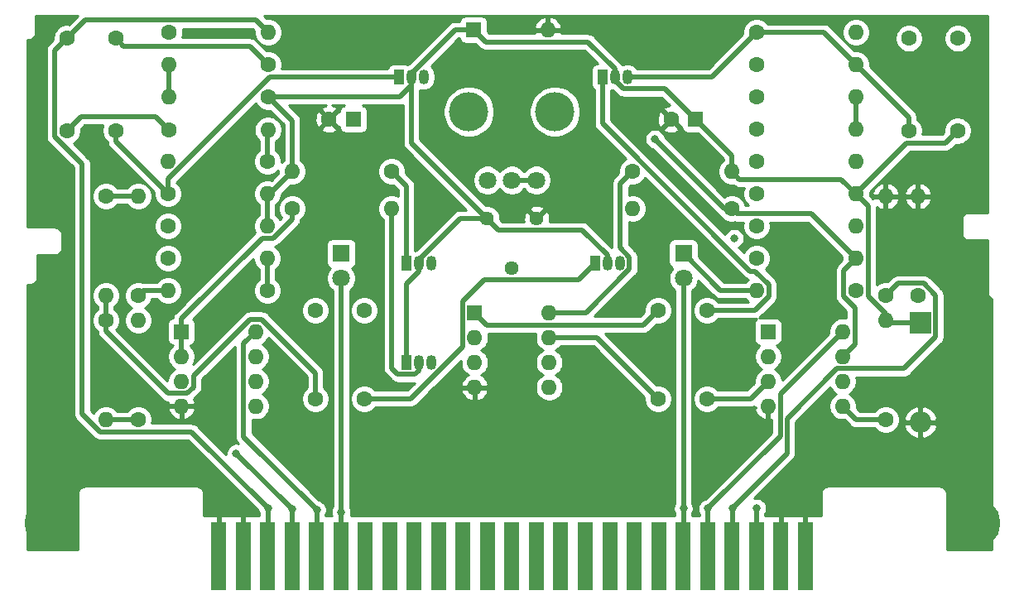
<source format=gbr>
G04 #@! TF.GenerationSoftware,KiCad,Pcbnew,(5.1.7)-1*
G04 #@! TF.CreationDate,2021-07-20T19:06:59-05:00*
G04 #@! TF.ProjectId,ConsolePedalPhaser,436f6e73-6f6c-4655-9065-64616c506861,rev?*
G04 #@! TF.SameCoordinates,Original*
G04 #@! TF.FileFunction,Copper,L1,Top*
G04 #@! TF.FilePolarity,Positive*
%FSLAX46Y46*%
G04 Gerber Fmt 4.6, Leading zero omitted, Abs format (unit mm)*
G04 Created by KiCad (PCBNEW (5.1.7)-1) date 2021-07-20 19:06:59*
%MOMM*%
%LPD*%
G01*
G04 APERTURE LIST*
G04 #@! TA.AperFunction,ComponentPad*
%ADD10R,1.800000X1.800000*%
G04 #@! TD*
G04 #@! TA.AperFunction,ComponentPad*
%ADD11C,1.800000*%
G04 #@! TD*
G04 #@! TA.AperFunction,ConnectorPad*
%ADD12R,1.500000X7.000000*%
G04 #@! TD*
G04 #@! TA.AperFunction,ComponentPad*
%ADD13C,5.000000*%
G04 #@! TD*
G04 #@! TA.AperFunction,ComponentPad*
%ADD14C,1.600000*%
G04 #@! TD*
G04 #@! TA.AperFunction,ComponentPad*
%ADD15O,1.600000X1.600000*%
G04 #@! TD*
G04 #@! TA.AperFunction,ComponentPad*
%ADD16R,1.600000X1.600000*%
G04 #@! TD*
G04 #@! TA.AperFunction,ComponentPad*
%ADD17R,2.200000X2.200000*%
G04 #@! TD*
G04 #@! TA.AperFunction,ComponentPad*
%ADD18O,2.200000X2.200000*%
G04 #@! TD*
G04 #@! TA.AperFunction,ComponentPad*
%ADD19R,1.050000X1.500000*%
G04 #@! TD*
G04 #@! TA.AperFunction,ComponentPad*
%ADD20O,1.050000X1.500000*%
G04 #@! TD*
G04 #@! TA.AperFunction,WasherPad*
%ADD21C,4.000000*%
G04 #@! TD*
G04 #@! TA.AperFunction,ComponentPad*
%ADD22C,1.440000*%
G04 #@! TD*
G04 #@! TA.AperFunction,ViaPad*
%ADD23C,0.800000*%
G04 #@! TD*
G04 #@! TA.AperFunction,Conductor*
%ADD24C,0.500000*%
G04 #@! TD*
G04 #@! TA.AperFunction,Conductor*
%ADD25C,0.254000*%
G04 #@! TD*
G04 #@! TA.AperFunction,Conductor*
%ADD26C,0.100000*%
G04 #@! TD*
G04 APERTURE END LIST*
D10*
G04 #@! TO.P,D3,1*
G04 #@! TO.N,Net-(D3-Pad1)*
X115250000Y-95000000D03*
D11*
G04 #@! TO.P,D3,2*
G04 #@! TO.N,/LEDPower*
X115250000Y-97540000D03*
G04 #@! TD*
G04 #@! TO.P,D4,2*
G04 #@! TO.N,/LEDPower*
X150250000Y-97540000D03*
D10*
G04 #@! TO.P,D4,1*
G04 #@! TO.N,Net-(D3-Pad1)*
X150250000Y-95000000D03*
G04 #@! TD*
D12*
G04 #@! TO.P,J1,1*
G04 #@! TO.N,GND*
X102715000Y-126000000D03*
G04 #@! TO.P,J1,2*
X105215000Y-126000000D03*
G04 #@! TO.P,J1,3*
G04 #@! TO.N,/Input*
X107715000Y-126000000D03*
G04 #@! TO.P,J1,4*
G04 #@! TO.N,/Output*
X110215000Y-126000000D03*
G04 #@! TO.P,J1,5*
G04 #@! TO.N,+9V*
X112715000Y-126000000D03*
G04 #@! TO.P,J1,6*
G04 #@! TO.N,/LEDPower*
X115215000Y-126000000D03*
G04 #@! TO.P,J1,7*
G04 #@! TO.N,N/C*
X117715000Y-126000000D03*
G04 #@! TO.P,J1,8*
X120215000Y-126000000D03*
G04 #@! TO.P,J1,9*
X122715000Y-126000000D03*
G04 #@! TO.P,J1,10*
X125215000Y-126000000D03*
G04 #@! TO.P,J1,11*
X127715000Y-126000000D03*
G04 #@! TO.P,J1,12*
X130215000Y-126000000D03*
G04 #@! TO.P,J1,13*
X132715000Y-126000000D03*
G04 #@! TO.P,J1,14*
X135215000Y-126000000D03*
G04 #@! TO.P,J1,15*
X137715000Y-126000000D03*
G04 #@! TO.P,J1,16*
X140215000Y-126000000D03*
G04 #@! TO.P,J1,17*
X142715000Y-126000000D03*
G04 #@! TO.P,J1,18*
X145215000Y-126000000D03*
G04 #@! TO.P,J1,19*
X147715000Y-126000000D03*
G04 #@! TO.P,J1,20*
G04 #@! TO.N,/LEDPower*
X150215000Y-126000000D03*
G04 #@! TO.P,J1,21*
G04 #@! TO.N,+9V*
X152715000Y-126000000D03*
G04 #@! TO.P,J1,22*
G04 #@! TO.N,/Output*
X155215000Y-126000000D03*
G04 #@! TO.P,J1,23*
G04 #@! TO.N,/Input*
X157715000Y-126000000D03*
G04 #@! TO.P,J1,24*
G04 #@! TO.N,GND*
X160215000Y-126000000D03*
G04 #@! TO.P,J1,25*
X162715000Y-126000000D03*
G04 #@! TD*
D13*
G04 #@! TO.P,H1,1*
G04 #@! TO.N,GND*
X85350000Y-122600000D03*
G04 #@! TD*
G04 #@! TO.P,H2,1*
G04 #@! TO.N,GND*
X180150000Y-122600000D03*
G04 #@! TD*
D14*
G04 #@! TO.P,R29,1*
G04 #@! TO.N,GND*
X167894000Y-98806000D03*
D15*
G04 #@! TO.P,R29,2*
G04 #@! TO.N,Net-(D3-Pad1)*
X157734000Y-98806000D03*
G04 #@! TD*
D14*
G04 #@! TO.P,C1,2*
G04 #@! TO.N,/Input*
X87202000Y-73006000D03*
G04 #@! TO.P,C1,1*
G04 #@! TO.N,Net-(C1-Pad1)*
X92202000Y-73006000D03*
G04 #@! TD*
G04 #@! TO.P,C2,2*
G04 #@! TO.N,Net-(C2-Pad2)*
X87202000Y-82442000D03*
G04 #@! TO.P,C2,1*
G04 #@! TO.N,Net-(C2-Pad1)*
X92202000Y-82442000D03*
G04 #@! TD*
G04 #@! TO.P,C3,1*
G04 #@! TO.N,Net-(C3-Pad1)*
X152654000Y-100844400D03*
G04 #@! TO.P,C3,2*
G04 #@! TO.N,Net-(C3-Pad2)*
X147654000Y-100844400D03*
G04 #@! TD*
G04 #@! TO.P,C4,2*
G04 #@! TO.N,Net-(C4-Pad2)*
X147654000Y-109874000D03*
G04 #@! TO.P,C4,1*
G04 #@! TO.N,Net-(C4-Pad1)*
X152654000Y-109874000D03*
G04 #@! TD*
G04 #@! TO.P,C5,1*
G04 #@! TO.N,Net-(C5-Pad1)*
X117602000Y-109874000D03*
G04 #@! TO.P,C5,2*
G04 #@! TO.N,Net-(C5-Pad2)*
X112602000Y-109874000D03*
G04 #@! TD*
G04 #@! TO.P,C6,1*
G04 #@! TO.N,/Output*
X117602000Y-100844400D03*
G04 #@! TO.P,C6,2*
G04 #@! TO.N,Net-(C6-Pad2)*
X112602000Y-100844400D03*
G04 #@! TD*
G04 #@! TO.P,C7,2*
G04 #@! TO.N,GND*
X149000000Y-81280000D03*
D16*
G04 #@! TO.P,C7,1*
G04 #@! TO.N,+5V*
X151500000Y-81280000D03*
G04 #@! TD*
D14*
G04 #@! TO.P,C8,1*
G04 #@! TO.N,+5V*
X178291500Y-82442000D03*
G04 #@! TO.P,C8,2*
G04 #@! TO.N,/VBIAS*
X173291500Y-82442000D03*
G04 #@! TD*
G04 #@! TO.P,C9,2*
G04 #@! TO.N,Net-(C9-Pad2)*
X173308000Y-73006000D03*
G04 #@! TO.P,C9,1*
G04 #@! TO.N,Net-(C9-Pad1)*
X178308000Y-73006000D03*
G04 #@! TD*
D16*
G04 #@! TO.P,C10,1*
G04 #@! TO.N,Net-(C10-Pad1)*
X116500000Y-81280000D03*
D14*
G04 #@! TO.P,C10,2*
G04 #@! TO.N,GND*
X114000000Y-81280000D03*
G04 #@! TD*
D17*
G04 #@! TO.P,D1,1*
G04 #@! TO.N,+5V*
X174498000Y-102108000D03*
D18*
G04 #@! TO.P,D1,2*
G04 #@! TO.N,GND*
X174498000Y-112268000D03*
G04 #@! TD*
D16*
G04 #@! TO.P,D2,1*
G04 #@! TO.N,+5V*
X128778000Y-72136000D03*
D15*
G04 #@! TO.P,D2,2*
G04 #@! TO.N,GND*
X136398000Y-72136000D03*
G04 #@! TD*
D19*
G04 #@! TO.P,Q1,1*
G04 #@! TO.N,Net-(C2-Pad1)*
X121158000Y-76962000D03*
D20*
G04 #@! TO.P,Q1,3*
G04 #@! TO.N,/VBIAS*
X123698000Y-76962000D03*
G04 #@! TO.P,Q1,2*
G04 #@! TO.N,+5V*
X122428000Y-76962000D03*
G04 #@! TD*
G04 #@! TO.P,Q2,2*
G04 #@! TO.N,+5V*
X143256000Y-76962000D03*
G04 #@! TO.P,Q2,3*
G04 #@! TO.N,/VBIAS*
X144526000Y-76962000D03*
D19*
G04 #@! TO.P,Q2,1*
G04 #@! TO.N,Net-(C3-Pad1)*
X141986000Y-76962000D03*
G04 #@! TD*
D20*
G04 #@! TO.P,Q3,2*
G04 #@! TO.N,+5V*
X123190000Y-96012000D03*
G04 #@! TO.P,Q3,3*
G04 #@! TO.N,/VBIAS*
X124460000Y-96012000D03*
D19*
G04 #@! TO.P,Q3,1*
G04 #@! TO.N,Net-(C4-Pad1)*
X121920000Y-96012000D03*
G04 #@! TD*
D20*
G04 #@! TO.P,Q4,2*
G04 #@! TO.N,+5V*
X142494000Y-96012000D03*
G04 #@! TO.P,Q4,3*
G04 #@! TO.N,/VBIAS*
X143764000Y-96012000D03*
D19*
G04 #@! TO.P,Q4,1*
G04 #@! TO.N,Net-(C5-Pad1)*
X141224000Y-96012000D03*
G04 #@! TD*
G04 #@! TO.P,Q5,1*
G04 #@! TO.N,+5V*
X121920000Y-106172000D03*
D20*
G04 #@! TO.P,Q5,3*
G04 #@! TO.N,Net-(C6-Pad2)*
X124460000Y-106172000D03*
G04 #@! TO.P,Q5,2*
G04 #@! TO.N,Net-(Q5-Pad2)*
X123190000Y-106172000D03*
G04 #@! TD*
D14*
G04 #@! TO.P,R1,1*
G04 #@! TO.N,GND*
X97635000Y-72390000D03*
D15*
G04 #@! TO.P,R1,2*
G04 #@! TO.N,/Input*
X107795000Y-72390000D03*
G04 #@! TD*
G04 #@! TO.P,R2,2*
G04 #@! TO.N,Net-(R2-Pad2)*
X97635000Y-75692000D03*
D14*
G04 #@! TO.P,R2,1*
G04 #@! TO.N,Net-(C1-Pad1)*
X107795000Y-75692000D03*
G04 #@! TD*
D15*
G04 #@! TO.P,R3,2*
G04 #@! TO.N,Net-(R2-Pad2)*
X97635000Y-78994000D03*
D14*
G04 #@! TO.P,R3,1*
G04 #@! TO.N,+5V*
X107795000Y-78994000D03*
G04 #@! TD*
G04 #@! TO.P,R4,1*
G04 #@! TO.N,Net-(C2-Pad2)*
X97599500Y-82359500D03*
D15*
G04 #@! TO.P,R4,2*
G04 #@! TO.N,Net-(R4-Pad2)*
X107759500Y-82359500D03*
G04 #@! TD*
G04 #@! TO.P,R5,2*
G04 #@! TO.N,Net-(C3-Pad2)*
X97536000Y-85598000D03*
D14*
G04 #@! TO.P,R5,1*
G04 #@! TO.N,Net-(R4-Pad2)*
X107696000Y-85598000D03*
G04 #@! TD*
G04 #@! TO.P,R6,1*
G04 #@! TO.N,Net-(C2-Pad1)*
X97536000Y-88900000D03*
D15*
G04 #@! TO.P,R6,2*
G04 #@! TO.N,+5V*
X107696000Y-88900000D03*
G04 #@! TD*
D14*
G04 #@! TO.P,R7,1*
G04 #@! TO.N,Net-(C3-Pad1)*
X97536000Y-92202000D03*
D15*
G04 #@! TO.P,R7,2*
G04 #@! TO.N,+5V*
X107696000Y-92202000D03*
G04 #@! TD*
G04 #@! TO.P,R8,2*
G04 #@! TO.N,Net-(R28-Pad1)*
X107696000Y-95504000D03*
D14*
G04 #@! TO.P,R8,1*
G04 #@! TO.N,Net-(C3-Pad2)*
X97536000Y-95504000D03*
G04 #@! TD*
G04 #@! TO.P,R9,1*
G04 #@! TO.N,Net-(R28-Pad1)*
X107696000Y-98806000D03*
D15*
G04 #@! TO.P,R9,2*
G04 #@! TO.N,Net-(C4-Pad2)*
X97536000Y-98806000D03*
G04 #@! TD*
D14*
G04 #@! TO.P,R10,1*
G04 #@! TO.N,Net-(C4-Pad2)*
X94488000Y-99314000D03*
D15*
G04 #@! TO.P,R10,2*
G04 #@! TO.N,Net-(R10-Pad2)*
X94488000Y-89154000D03*
G04 #@! TD*
G04 #@! TO.P,R11,2*
G04 #@! TO.N,+5V*
X110236000Y-86614000D03*
D14*
G04 #@! TO.P,R11,1*
G04 #@! TO.N,Net-(C4-Pad1)*
X120396000Y-86614000D03*
G04 #@! TD*
G04 #@! TO.P,R12,1*
G04 #@! TO.N,Net-(R10-Pad2)*
X91186000Y-89154000D03*
D15*
G04 #@! TO.P,R12,2*
G04 #@! TO.N,Net-(C5-Pad2)*
X91186000Y-99314000D03*
G04 #@! TD*
D14*
G04 #@! TO.P,R13,1*
G04 #@! TO.N,Net-(C5-Pad2)*
X91186000Y-101854000D03*
D15*
G04 #@! TO.P,R13,2*
G04 #@! TO.N,Net-(R13-Pad2)*
X91186000Y-112014000D03*
G04 #@! TD*
G04 #@! TO.P,R14,2*
G04 #@! TO.N,Net-(R14-Pad2)*
X94488000Y-101854000D03*
D14*
G04 #@! TO.P,R14,1*
G04 #@! TO.N,Net-(R13-Pad2)*
X94488000Y-112014000D03*
G04 #@! TD*
G04 #@! TO.P,R15,1*
G04 #@! TO.N,Net-(C5-Pad1)*
X170942000Y-112014000D03*
D15*
G04 #@! TO.P,R15,2*
G04 #@! TO.N,+5V*
X170942000Y-101854000D03*
G04 #@! TD*
G04 #@! TO.P,R16,2*
G04 #@! TO.N,Net-(Q5-Pad2)*
X120396000Y-90424000D03*
D14*
G04 #@! TO.P,R16,1*
G04 #@! TO.N,Net-(C2-Pad2)*
X110236000Y-90424000D03*
G04 #@! TD*
G04 #@! TO.P,R17,1*
G04 #@! TO.N,Net-(R14-Pad2)*
X155194000Y-90424000D03*
D15*
G04 #@! TO.P,R17,2*
G04 #@! TO.N,Net-(Q5-Pad2)*
X145034000Y-90424000D03*
G04 #@! TD*
G04 #@! TO.P,R18,2*
G04 #@! TO.N,GND*
X174244000Y-89154000D03*
D14*
G04 #@! TO.P,R18,1*
G04 #@! TO.N,Net-(C6-Pad2)*
X174244000Y-99314000D03*
G04 #@! TD*
D15*
G04 #@! TO.P,R19,2*
G04 #@! TO.N,GND*
X170942000Y-89154000D03*
D14*
G04 #@! TO.P,R19,1*
G04 #@! TO.N,/Output*
X170942000Y-99314000D03*
G04 #@! TD*
G04 #@! TO.P,R20,1*
G04 #@! TO.N,+9V*
X145034000Y-86614000D03*
D15*
G04 #@! TO.P,R20,2*
G04 #@! TO.N,+5V*
X155194000Y-86614000D03*
G04 #@! TD*
G04 #@! TO.P,R21,2*
G04 #@! TO.N,Net-(C10-Pad1)*
X167894000Y-72390000D03*
D14*
G04 #@! TO.P,R21,1*
G04 #@! TO.N,/VBIAS*
X157734000Y-72390000D03*
G04 #@! TD*
D15*
G04 #@! TO.P,R22,2*
G04 #@! TO.N,/VBIAS*
X167894000Y-75692000D03*
D14*
G04 #@! TO.P,R22,1*
G04 #@! TO.N,Net-(R22-Pad1)*
X157734000Y-75692000D03*
G04 #@! TD*
D15*
G04 #@! TO.P,R23,2*
G04 #@! TO.N,Net-(C10-Pad1)*
X167894000Y-78994000D03*
D14*
G04 #@! TO.P,R23,1*
G04 #@! TO.N,Net-(R23-Pad1)*
X157734000Y-78994000D03*
G04 #@! TD*
G04 #@! TO.P,R24,1*
G04 #@! TO.N,Net-(C9-Pad2)*
X157734000Y-82296000D03*
D15*
G04 #@! TO.P,R24,2*
G04 #@! TO.N,Net-(C10-Pad1)*
X167894000Y-82296000D03*
G04 #@! TD*
G04 #@! TO.P,R25,2*
G04 #@! TO.N,Net-(R25-Pad2)*
X167894000Y-85598000D03*
D14*
G04 #@! TO.P,R25,1*
G04 #@! TO.N,Net-(C9-Pad1)*
X157734000Y-85598000D03*
G04 #@! TD*
G04 #@! TO.P,R26,1*
G04 #@! TO.N,Net-(R25-Pad2)*
X157734000Y-88900000D03*
D15*
G04 #@! TO.P,R26,2*
G04 #@! TO.N,+5V*
X167894000Y-88900000D03*
G04 #@! TD*
D14*
G04 #@! TO.P,R27,1*
G04 #@! TO.N,Net-(Q5-Pad2)*
X157734000Y-92202000D03*
D15*
G04 #@! TO.P,R27,2*
G04 #@! TO.N,Net-(C6-Pad2)*
X167894000Y-92202000D03*
G04 #@! TD*
G04 #@! TO.P,R28,2*
G04 #@! TO.N,Net-(R14-Pad2)*
X167894000Y-95504000D03*
D14*
G04 #@! TO.P,R28,1*
G04 #@! TO.N,Net-(R28-Pad1)*
X157734000Y-95504000D03*
G04 #@! TD*
D11*
G04 #@! TO.P,RV1,3*
G04 #@! TO.N,Net-(C9-Pad1)*
X130215000Y-87500000D03*
G04 #@! TO.P,RV1,2*
G04 #@! TO.N,Net-(R23-Pad1)*
X132715000Y-87500000D03*
G04 #@! TO.P,RV1,1*
X135215000Y-87500000D03*
D21*
G04 #@! TO.P,RV1,*
G04 #@! TO.N,*
X128315000Y-80500000D03*
X137115000Y-80500000D03*
G04 #@! TD*
D15*
G04 #@! TO.P,U1,8*
G04 #@! TO.N,+9V*
X106525000Y-103000000D03*
G04 #@! TO.P,U1,4*
G04 #@! TO.N,GND*
X98905000Y-110620000D03*
G04 #@! TO.P,U1,7*
G04 #@! TO.N,Net-(C9-Pad1)*
X106525000Y-105540000D03*
G04 #@! TO.P,U1,3*
G04 #@! TO.N,Net-(R2-Pad2)*
X98905000Y-108080000D03*
G04 #@! TO.P,U1,6*
G04 #@! TO.N,Net-(C9-Pad2)*
X106525000Y-108080000D03*
G04 #@! TO.P,U1,2*
G04 #@! TO.N,Net-(C2-Pad2)*
X98905000Y-105540000D03*
G04 #@! TO.P,U1,5*
G04 #@! TO.N,Net-(R25-Pad2)*
X106525000Y-110620000D03*
D16*
G04 #@! TO.P,U1,1*
G04 #@! TO.N,Net-(C2-Pad2)*
X98905000Y-103000000D03*
G04 #@! TD*
G04 #@! TO.P,U2,1*
G04 #@! TO.N,Net-(C3-Pad2)*
X128905000Y-101092000D03*
D15*
G04 #@! TO.P,U2,5*
G04 #@! TO.N,Net-(C3-Pad1)*
X136525000Y-108712000D03*
G04 #@! TO.P,U2,2*
G04 #@! TO.N,Net-(R4-Pad2)*
X128905000Y-103632000D03*
G04 #@! TO.P,U2,6*
G04 #@! TO.N,Net-(R28-Pad1)*
X136525000Y-106172000D03*
G04 #@! TO.P,U2,3*
G04 #@! TO.N,Net-(C2-Pad1)*
X128905000Y-106172000D03*
G04 #@! TO.P,U2,7*
G04 #@! TO.N,Net-(C4-Pad2)*
X136525000Y-103632000D03*
G04 #@! TO.P,U2,4*
G04 #@! TO.N,GND*
X128905000Y-108712000D03*
G04 #@! TO.P,U2,8*
G04 #@! TO.N,+9V*
X136525000Y-101092000D03*
G04 #@! TD*
D16*
G04 #@! TO.P,U3,1*
G04 #@! TO.N,Net-(C5-Pad2)*
X158905000Y-103000000D03*
D15*
G04 #@! TO.P,U3,5*
G04 #@! TO.N,Net-(C5-Pad1)*
X166525000Y-110620000D03*
G04 #@! TO.P,U3,2*
G04 #@! TO.N,Net-(R10-Pad2)*
X158905000Y-105540000D03*
G04 #@! TO.P,U3,6*
G04 #@! TO.N,Net-(R13-Pad2)*
X166525000Y-108080000D03*
G04 #@! TO.P,U3,3*
G04 #@! TO.N,Net-(C4-Pad1)*
X158905000Y-108080000D03*
G04 #@! TO.P,U3,7*
G04 #@! TO.N,Net-(R14-Pad2)*
X166525000Y-105540000D03*
G04 #@! TO.P,U3,4*
G04 #@! TO.N,GND*
X158905000Y-110620000D03*
G04 #@! TO.P,U3,8*
G04 #@! TO.N,+9V*
X166525000Y-103000000D03*
G04 #@! TD*
D22*
G04 #@! TO.P,RV2,3*
G04 #@! TO.N,GND*
X135255000Y-91440000D03*
G04 #@! TO.P,RV2,2*
G04 #@! TO.N,Net-(R22-Pad1)*
X132715000Y-96520000D03*
G04 #@! TO.P,RV2,1*
G04 #@! TO.N,+5V*
X130175000Y-91440000D03*
G04 #@! TD*
D23*
G04 #@! TO.N,GND*
X105250000Y-120979000D03*
X160250000Y-120988000D03*
X102750000Y-121038000D03*
X162750000Y-120967000D03*
G04 #@! TO.N,/LEDPower*
X115250000Y-121454000D03*
X150250000Y-121073000D03*
G04 #@! TO.N,/Input*
X107750000Y-121066000D03*
X157750000Y-121066000D03*
G04 #@! TO.N,/Output*
X110250000Y-121195000D03*
X155250000Y-121068000D03*
X104521000Y-115443000D03*
G04 #@! TO.N,+9V*
X112750000Y-121235000D03*
X152750000Y-121108000D03*
G04 #@! TO.N,Net-(C6-Pad2)*
X155448000Y-93472000D03*
G04 #@! TO.N,Net-(R14-Pad2)*
X147320000Y-83312000D03*
G04 #@! TD*
D24*
G04 #@! TO.N,GND*
X105250000Y-126000000D02*
X105250000Y-120979000D01*
X160250000Y-126000000D02*
X160250000Y-120988000D01*
X102750000Y-126000000D02*
X102750000Y-121038000D01*
X162750000Y-126000000D02*
X162750000Y-120967000D01*
G04 #@! TO.N,/LEDPower*
X115250000Y-126000000D02*
X115250000Y-121454000D01*
X150250000Y-126000000D02*
X150250000Y-121073000D01*
X150250000Y-110427998D02*
X150250000Y-97540000D01*
X150250000Y-121073000D02*
X150250000Y-110427998D01*
X115250000Y-121454000D02*
X115250000Y-97540000D01*
G04 #@! TO.N,/Input*
X107750000Y-126000000D02*
X107750000Y-121066000D01*
X157750000Y-126000000D02*
X157750000Y-121066000D01*
X157734000Y-121050000D02*
X157750000Y-121066000D01*
X106544999Y-71139999D02*
X107795000Y-72390000D01*
X89068001Y-71139999D02*
X106544999Y-71139999D01*
X87202000Y-73006000D02*
X89068001Y-71139999D01*
X90585999Y-113264001D02*
X88773000Y-111451002D01*
X99948001Y-113264001D02*
X90585999Y-113264001D01*
X107750000Y-121066000D02*
X99948001Y-113264001D01*
X85951999Y-74256001D02*
X87202000Y-73006000D01*
X85951999Y-83042001D02*
X85951999Y-74256001D01*
X88773000Y-85863002D02*
X85951999Y-83042001D01*
X88773000Y-111451002D02*
X88773000Y-85863002D01*
G04 #@! TO.N,/Output*
X110250000Y-126000000D02*
X110250000Y-121195000D01*
X155250000Y-126000000D02*
X155250000Y-121068000D01*
X160855011Y-111899987D02*
X160855011Y-115462989D01*
X165964997Y-106790001D02*
X160855011Y-111899987D01*
X176048001Y-103568001D02*
X172826001Y-106790001D01*
X176048001Y-99267999D02*
X176048001Y-103568001D01*
X174844001Y-98063999D02*
X176048001Y-99267999D01*
X160855011Y-115462989D02*
X155250000Y-121068000D01*
X172826001Y-106790001D02*
X165964997Y-106790001D01*
X172192001Y-98063999D02*
X174844001Y-98063999D01*
X170942000Y-99314000D02*
X172192001Y-98063999D01*
X104521000Y-115466000D02*
X104521000Y-115443000D01*
X110250000Y-121195000D02*
X104521000Y-115466000D01*
G04 #@! TO.N,+9V*
X112750000Y-126000000D02*
X112750000Y-121235000D01*
X152750000Y-126000000D02*
X152750000Y-121108000D01*
X160155001Y-109369999D02*
X166525000Y-103000000D01*
X160155001Y-113702999D02*
X160155001Y-109369999D01*
X152750000Y-121108000D02*
X160155001Y-113702999D01*
X105274999Y-113759999D02*
X112750000Y-121235000D01*
X105274999Y-104250001D02*
X105274999Y-113759999D01*
X106525000Y-103000000D02*
X105274999Y-104250001D01*
X140287872Y-101092000D02*
X136525000Y-101092000D01*
X144739010Y-96640862D02*
X140287872Y-101092000D01*
X144739010Y-95383138D02*
X144739010Y-96640862D01*
X143783999Y-94428127D02*
X144739010Y-95383138D01*
X143783999Y-87864001D02*
X143783999Y-94428127D01*
X145034000Y-86614000D02*
X143783999Y-87864001D01*
G04 #@! TO.N,Net-(C2-Pad2)*
X87202000Y-82442000D02*
X88618000Y-81026000D01*
X96266000Y-81026000D02*
X97599500Y-82359500D01*
X88618000Y-81026000D02*
X96266000Y-81026000D01*
X98905000Y-103000000D02*
X98905000Y-105540000D01*
X110236000Y-91512002D02*
X110236000Y-90424000D01*
X108296001Y-93452001D02*
X110236000Y-91512002D01*
X107152999Y-93452001D02*
X108296001Y-93452001D01*
X98905000Y-101700000D02*
X107152999Y-93452001D01*
X98905000Y-103000000D02*
X98905000Y-101700000D01*
G04 #@! TO.N,Net-(C2-Pad1)*
X92202000Y-83566000D02*
X92202000Y-82442000D01*
X97536000Y-88900000D02*
X92202000Y-83566000D01*
X107976998Y-76962000D02*
X121158000Y-76962000D01*
X97536000Y-87402998D02*
X107976998Y-76962000D01*
X97536000Y-88900000D02*
X97536000Y-87402998D01*
G04 #@! TO.N,Net-(C3-Pad1)*
X157545602Y-100844400D02*
X152654000Y-100844400D01*
X158984001Y-99406001D02*
X157545602Y-100844400D01*
X158984001Y-98205999D02*
X158984001Y-99406001D01*
X157607000Y-96828998D02*
X158984001Y-98205999D01*
X157099000Y-96828998D02*
X157607000Y-96828998D01*
X141986000Y-81715998D02*
X157099000Y-96828998D01*
X141986000Y-76962000D02*
X141986000Y-81715998D01*
G04 #@! TO.N,Net-(C4-Pad2)*
X94996000Y-98806000D02*
X94488000Y-99314000D01*
X97536000Y-98806000D02*
X94996000Y-98806000D01*
X141412000Y-103632000D02*
X147654000Y-109874000D01*
X136525000Y-103632000D02*
X141412000Y-103632000D01*
G04 #@! TO.N,Net-(C5-Pad1)*
X167919000Y-112014000D02*
X166525000Y-110620000D01*
X170942000Y-112014000D02*
X167919000Y-112014000D01*
X139545999Y-97690001D02*
X141224000Y-96012000D01*
X129896997Y-97690001D02*
X139545999Y-97690001D01*
X127654999Y-99931999D02*
X129896997Y-97690001D01*
X127654999Y-104580873D02*
X127654999Y-99931999D01*
X122361872Y-109874000D02*
X127654999Y-104580873D01*
X117602000Y-109874000D02*
X122361872Y-109874000D01*
G04 #@! TO.N,Net-(C1-Pad1)*
X105908999Y-73805999D02*
X107795000Y-75692000D01*
X93001999Y-73805999D02*
X105908999Y-73805999D01*
X92202000Y-73006000D02*
X93001999Y-73805999D01*
G04 #@! TO.N,Net-(C3-Pad2)*
X146156399Y-102342001D02*
X147654000Y-100844400D01*
X130155001Y-102342001D02*
X146156399Y-102342001D01*
X128905000Y-101092000D02*
X130155001Y-102342001D01*
G04 #@! TO.N,Net-(C4-Pad1)*
X157111000Y-109874000D02*
X158905000Y-108080000D01*
X152654000Y-109874000D02*
X157111000Y-109874000D01*
X121920000Y-88138000D02*
X120396000Y-86614000D01*
X121920000Y-96012000D02*
X121920000Y-88138000D01*
G04 #@! TO.N,Net-(C5-Pad2)*
X91186000Y-101854000D02*
X91186000Y-99314000D01*
X97530631Y-109330001D02*
X91186000Y-102985370D01*
X91186000Y-102985370D02*
X91186000Y-101854000D01*
X99505001Y-109330001D02*
X97530631Y-109330001D01*
X100155001Y-108680001D02*
X99505001Y-109330001D01*
X100155001Y-107519997D02*
X100155001Y-108680001D01*
X105924999Y-101749999D02*
X100155001Y-107519997D01*
X107125001Y-101749999D02*
X105924999Y-101749999D01*
X112602000Y-107226998D02*
X107125001Y-101749999D01*
X112602000Y-109874000D02*
X112602000Y-107226998D01*
G04 #@! TO.N,+5V*
X122722990Y-76333138D02*
X126920128Y-72136000D01*
X122722990Y-76921010D02*
X122722990Y-76333138D01*
X126920128Y-72136000D02*
X128778000Y-72136000D01*
X122682000Y-76962000D02*
X122722990Y-76921010D01*
X122428000Y-76962000D02*
X122682000Y-76962000D01*
X130028001Y-73386001D02*
X128778000Y-72136000D01*
X140495003Y-73386001D02*
X130028001Y-73386001D01*
X143256000Y-76146998D02*
X140495003Y-73386001D01*
X143256000Y-76962000D02*
X143256000Y-76146998D01*
X143256000Y-77295872D02*
X143256000Y-76962000D01*
X144122138Y-78162010D02*
X143256000Y-77295872D01*
X148382010Y-78162010D02*
X144122138Y-78162010D01*
X151500000Y-81280000D02*
X148382010Y-78162010D01*
X155194000Y-84974000D02*
X151500000Y-81280000D01*
X155194000Y-86614000D02*
X155194000Y-84974000D01*
X155993999Y-87413999D02*
X155194000Y-86614000D01*
X166407999Y-87413999D02*
X155993999Y-87413999D01*
X167894000Y-88900000D02*
X166407999Y-87413999D01*
X173101999Y-83692001D02*
X167894000Y-88900000D01*
X177041499Y-83692001D02*
X173101999Y-83692001D01*
X178291500Y-82442000D02*
X177041499Y-83692001D01*
X171196000Y-102108000D02*
X170942000Y-101854000D01*
X174498000Y-102108000D02*
X171196000Y-102108000D01*
X169144001Y-90150001D02*
X167894000Y-88900000D01*
X169144001Y-99366003D02*
X169144001Y-90150001D01*
X170942000Y-101164002D02*
X169144001Y-99366003D01*
X170942000Y-101854000D02*
X170942000Y-101164002D01*
X127428128Y-91440000D02*
X130175000Y-91440000D01*
X123484990Y-95383138D02*
X127428128Y-91440000D01*
X123317000Y-96012000D02*
X123484990Y-95844010D01*
X123484990Y-95844010D02*
X123484990Y-95383138D01*
X123190000Y-96012000D02*
X123317000Y-96012000D01*
X131345001Y-92610001D02*
X130175000Y-91440000D01*
X139907003Y-92610001D02*
X131345001Y-92610001D01*
X142494000Y-95196998D02*
X139907003Y-92610001D01*
X142494000Y-96012000D02*
X142494000Y-95196998D01*
X123190000Y-96827002D02*
X123190000Y-96012000D01*
X121920000Y-98097002D02*
X123190000Y-96827002D01*
X121920000Y-106172000D02*
X121920000Y-98097002D01*
X107950000Y-88900000D02*
X110236000Y-86614000D01*
X107696000Y-88900000D02*
X107950000Y-88900000D01*
X110236000Y-81435000D02*
X107795000Y-78994000D01*
X110236000Y-86614000D02*
X110236000Y-81435000D01*
X107696000Y-88900000D02*
X107696000Y-92202000D01*
X121211002Y-78994000D02*
X107795000Y-78994000D01*
X122428000Y-77777002D02*
X121211002Y-78994000D01*
X122428000Y-76962000D02*
X122428000Y-77777002D01*
X122428000Y-83693000D02*
X122428000Y-76962000D01*
X130175000Y-91440000D02*
X122428000Y-83693000D01*
G04 #@! TO.N,/VBIAS*
X153162000Y-76962000D02*
X157734000Y-72390000D01*
X144526000Y-76962000D02*
X153162000Y-76962000D01*
X164592000Y-72390000D02*
X167894000Y-75692000D01*
X157734000Y-72390000D02*
X164592000Y-72390000D01*
X173291500Y-81089500D02*
X167894000Y-75692000D01*
X173291500Y-82442000D02*
X173291500Y-81089500D01*
G04 #@! TO.N,Net-(C10-Pad1)*
X167894000Y-82296000D02*
X167894000Y-78994000D01*
G04 #@! TO.N,Net-(D3-Pad1)*
X154056000Y-98806000D02*
X150250000Y-95000000D01*
X157734000Y-98806000D02*
X154056000Y-98806000D01*
G04 #@! TO.N,Net-(Q5-Pad2)*
X120396000Y-106733002D02*
X120396000Y-90424000D01*
X121034999Y-107372001D02*
X120396000Y-106733002D01*
X122805001Y-107372001D02*
X121034999Y-107372001D01*
X123190000Y-106987002D02*
X122805001Y-107372001D01*
X123190000Y-106172000D02*
X123190000Y-106987002D01*
G04 #@! TO.N,Net-(R2-Pad2)*
X97635000Y-78994000D02*
X97635000Y-75692000D01*
G04 #@! TO.N,Net-(R4-Pad2)*
X107696000Y-82423000D02*
X107759500Y-82359500D01*
X107696000Y-85598000D02*
X107696000Y-82423000D01*
G04 #@! TO.N,Net-(R28-Pad1)*
X107696000Y-95504000D02*
X107696000Y-98806000D01*
G04 #@! TO.N,Net-(R10-Pad2)*
X91186000Y-89154000D02*
X94488000Y-89154000D01*
G04 #@! TO.N,Net-(R13-Pad2)*
X91186000Y-112014000D02*
X94488000Y-112014000D01*
G04 #@! TO.N,Net-(R14-Pad2)*
X166643999Y-96754001D02*
X167894000Y-95504000D01*
X166643999Y-99406001D02*
X166643999Y-96754001D01*
X167775001Y-100537003D02*
X166643999Y-99406001D01*
X167775001Y-104289999D02*
X167775001Y-100537003D01*
X166525000Y-105540000D02*
X167775001Y-104289999D01*
X155721999Y-90951999D02*
X155194000Y-90424000D01*
X163341999Y-90951999D02*
X155721999Y-90951999D01*
X167894000Y-95504000D02*
X163341999Y-90951999D01*
X154432000Y-90424000D02*
X155194000Y-90424000D01*
X147320000Y-83312000D02*
X154432000Y-90424000D01*
G04 #@! TO.N,Net-(R23-Pad1)*
X132715000Y-87500000D02*
X135215000Y-87500000D01*
G04 #@! TD*
D25*
G04 #@! TO.N,GND*
X181323001Y-90823000D02*
X179433252Y-90823000D01*
X179400000Y-90819725D01*
X179366748Y-90823000D01*
X179267285Y-90832796D01*
X179139670Y-90871508D01*
X179022059Y-90934372D01*
X178918973Y-91018973D01*
X178834372Y-91122059D01*
X178771508Y-91239670D01*
X178732796Y-91367285D01*
X178719725Y-91500000D01*
X178723001Y-91533262D01*
X178723000Y-92966747D01*
X178719725Y-93000000D01*
X178732796Y-93132715D01*
X178771508Y-93260330D01*
X178834372Y-93377941D01*
X178918973Y-93481027D01*
X178999220Y-93546884D01*
X179022059Y-93565628D01*
X179139670Y-93628492D01*
X179267285Y-93667204D01*
X179400000Y-93680275D01*
X179433252Y-93677000D01*
X181323000Y-93677000D01*
X181323001Y-98966738D01*
X181319725Y-99000000D01*
X181332796Y-99132715D01*
X181371508Y-99260330D01*
X181434372Y-99377941D01*
X181518973Y-99481027D01*
X181622059Y-99565628D01*
X181739670Y-99628492D01*
X181823001Y-99653770D01*
X181823000Y-125323000D01*
X177177000Y-125323000D01*
X177177000Y-119533252D01*
X177180275Y-119500000D01*
X177167204Y-119367285D01*
X177128492Y-119239670D01*
X177065628Y-119122059D01*
X176981027Y-119018973D01*
X176877941Y-118934372D01*
X176760330Y-118871508D01*
X176632715Y-118832796D01*
X176533252Y-118823000D01*
X176500000Y-118819725D01*
X176466748Y-118823000D01*
X165033252Y-118823000D01*
X165000000Y-118819725D01*
X164966748Y-118823000D01*
X164867285Y-118832796D01*
X164739670Y-118871508D01*
X164622059Y-118934372D01*
X164518973Y-119018973D01*
X164434372Y-119122059D01*
X164371508Y-119239670D01*
X164332796Y-119367285D01*
X164319725Y-119500000D01*
X164323001Y-119533262D01*
X164323001Y-121793000D01*
X158627000Y-121793000D01*
X158627000Y-121602027D01*
X158660115Y-121552467D01*
X158737533Y-121365565D01*
X158777000Y-121167151D01*
X158777000Y-120964849D01*
X158737533Y-120766435D01*
X158660115Y-120579533D01*
X158547723Y-120411326D01*
X158404674Y-120268277D01*
X158236467Y-120155885D01*
X158049565Y-120078467D01*
X157851151Y-120039000D01*
X157648849Y-120039000D01*
X157487089Y-120071176D01*
X161444679Y-116113586D01*
X161478144Y-116086122D01*
X161587738Y-115952581D01*
X161669173Y-115800226D01*
X161719321Y-115634911D01*
X161731715Y-115509079D01*
X161736254Y-115462989D01*
X161732011Y-115419910D01*
X161732011Y-112263252D01*
X165254234Y-108741029D01*
X165260409Y-108755938D01*
X165416576Y-108989660D01*
X165615340Y-109188424D01*
X165849062Y-109344591D01*
X165862120Y-109350000D01*
X165849062Y-109355409D01*
X165615340Y-109511576D01*
X165416576Y-109710340D01*
X165260409Y-109944062D01*
X165152838Y-110203759D01*
X165098000Y-110479453D01*
X165098000Y-110760547D01*
X165152838Y-111036241D01*
X165260409Y-111295938D01*
X165416576Y-111529660D01*
X165615340Y-111728424D01*
X165849062Y-111884591D01*
X166108759Y-111992162D01*
X166384453Y-112047000D01*
X166665547Y-112047000D01*
X166704072Y-112039337D01*
X167268403Y-112603668D01*
X167295867Y-112637133D01*
X167429408Y-112746727D01*
X167481196Y-112774408D01*
X167581763Y-112828162D01*
X167747077Y-112878310D01*
X167919000Y-112895243D01*
X167962079Y-112891000D01*
X169811753Y-112891000D01*
X169833576Y-112923660D01*
X170032340Y-113122424D01*
X170266062Y-113278591D01*
X170525759Y-113386162D01*
X170801453Y-113441000D01*
X171082547Y-113441000D01*
X171358241Y-113386162D01*
X171617938Y-113278591D01*
X171851660Y-113122424D01*
X172050424Y-112923660D01*
X172206591Y-112689938D01*
X172217284Y-112664123D01*
X172808821Y-112664123D01*
X172918558Y-112986054D01*
X173088992Y-113280391D01*
X173313573Y-113535822D01*
X173583671Y-113742531D01*
X173888906Y-113892575D01*
X174101878Y-113957175D01*
X174371000Y-113839125D01*
X174371000Y-112395000D01*
X174625000Y-112395000D01*
X174625000Y-113839125D01*
X174894122Y-113957175D01*
X175107094Y-113892575D01*
X175412329Y-113742531D01*
X175682427Y-113535822D01*
X175907008Y-113280391D01*
X176077442Y-112986054D01*
X176187179Y-112664123D01*
X176069600Y-112395000D01*
X174625000Y-112395000D01*
X174371000Y-112395000D01*
X172926400Y-112395000D01*
X172808821Y-112664123D01*
X172217284Y-112664123D01*
X172314162Y-112430241D01*
X172369000Y-112154547D01*
X172369000Y-111873453D01*
X172368687Y-111871877D01*
X172808821Y-111871877D01*
X172926400Y-112141000D01*
X174371000Y-112141000D01*
X174371000Y-110696875D01*
X174625000Y-110696875D01*
X174625000Y-112141000D01*
X176069600Y-112141000D01*
X176187179Y-111871877D01*
X176077442Y-111549946D01*
X175907008Y-111255609D01*
X175682427Y-111000178D01*
X175412329Y-110793469D01*
X175107094Y-110643425D01*
X174894122Y-110578825D01*
X174625000Y-110696875D01*
X174371000Y-110696875D01*
X174101878Y-110578825D01*
X173888906Y-110643425D01*
X173583671Y-110793469D01*
X173313573Y-111000178D01*
X173088992Y-111255609D01*
X172918558Y-111549946D01*
X172808821Y-111871877D01*
X172368687Y-111871877D01*
X172314162Y-111597759D01*
X172206591Y-111338062D01*
X172050424Y-111104340D01*
X171851660Y-110905576D01*
X171617938Y-110749409D01*
X171358241Y-110641838D01*
X171082547Y-110587000D01*
X170801453Y-110587000D01*
X170525759Y-110641838D01*
X170266062Y-110749409D01*
X170032340Y-110905576D01*
X169833576Y-111104340D01*
X169811753Y-111137000D01*
X168282265Y-111137000D01*
X167944337Y-110799072D01*
X167952000Y-110760547D01*
X167952000Y-110479453D01*
X167897162Y-110203759D01*
X167789591Y-109944062D01*
X167633424Y-109710340D01*
X167434660Y-109511576D01*
X167200938Y-109355409D01*
X167187880Y-109350000D01*
X167200938Y-109344591D01*
X167434660Y-109188424D01*
X167633424Y-108989660D01*
X167789591Y-108755938D01*
X167897162Y-108496241D01*
X167952000Y-108220547D01*
X167952000Y-107939453D01*
X167897807Y-107667001D01*
X172782922Y-107667001D01*
X172826001Y-107671244D01*
X172869080Y-107667001D01*
X172901997Y-107663759D01*
X172997923Y-107654311D01*
X173163238Y-107604163D01*
X173315593Y-107522728D01*
X173449134Y-107413134D01*
X173476598Y-107379669D01*
X176637675Y-104218593D01*
X176671134Y-104191134D01*
X176780728Y-104057593D01*
X176862163Y-103905238D01*
X176912311Y-103739923D01*
X176925001Y-103611080D01*
X176925001Y-103611079D01*
X176929244Y-103568002D01*
X176925001Y-103524925D01*
X176925001Y-99311075D01*
X176929244Y-99267998D01*
X176922475Y-99199272D01*
X176912311Y-99096077D01*
X176862163Y-98930762D01*
X176780728Y-98778407D01*
X176737800Y-98726099D01*
X176698595Y-98678327D01*
X176698593Y-98678325D01*
X176671134Y-98644866D01*
X176637676Y-98617408D01*
X175494597Y-97474330D01*
X175467134Y-97440866D01*
X175333593Y-97331272D01*
X175181238Y-97249837D01*
X175015923Y-97199689D01*
X174887080Y-97186999D01*
X174844001Y-97182756D01*
X174800922Y-97186999D01*
X172235070Y-97186999D01*
X172192000Y-97182757D01*
X172148931Y-97186999D01*
X172148922Y-97186999D01*
X172020079Y-97199689D01*
X171854764Y-97249837D01*
X171702409Y-97331272D01*
X171568868Y-97440866D01*
X171541404Y-97474331D01*
X171121072Y-97894663D01*
X171082547Y-97887000D01*
X170801453Y-97887000D01*
X170525759Y-97941838D01*
X170266062Y-98049409D01*
X170032340Y-98205576D01*
X170021001Y-98216915D01*
X170021001Y-90248959D01*
X170204580Y-90385037D01*
X170458913Y-90505246D01*
X170592961Y-90545904D01*
X170815000Y-90423915D01*
X170815000Y-89281000D01*
X171069000Y-89281000D01*
X171069000Y-90423915D01*
X171291039Y-90545904D01*
X171425087Y-90505246D01*
X171679420Y-90385037D01*
X171905414Y-90217519D01*
X172094385Y-90009131D01*
X172239070Y-89767881D01*
X172333909Y-89503040D01*
X172852091Y-89503040D01*
X172946930Y-89767881D01*
X173091615Y-90009131D01*
X173280586Y-90217519D01*
X173506580Y-90385037D01*
X173760913Y-90505246D01*
X173894961Y-90545904D01*
X174117000Y-90423915D01*
X174117000Y-89281000D01*
X174371000Y-89281000D01*
X174371000Y-90423915D01*
X174593039Y-90545904D01*
X174727087Y-90505246D01*
X174981420Y-90385037D01*
X175207414Y-90217519D01*
X175396385Y-90009131D01*
X175541070Y-89767881D01*
X175635909Y-89503040D01*
X175514624Y-89281000D01*
X174371000Y-89281000D01*
X174117000Y-89281000D01*
X172973376Y-89281000D01*
X172852091Y-89503040D01*
X172333909Y-89503040D01*
X172212624Y-89281000D01*
X171069000Y-89281000D01*
X170815000Y-89281000D01*
X169671376Y-89281000D01*
X169616227Y-89381962D01*
X169313337Y-89079072D01*
X169321000Y-89040547D01*
X169321000Y-88804960D01*
X169550091Y-88804960D01*
X169671376Y-89027000D01*
X170815000Y-89027000D01*
X170815000Y-87884085D01*
X171069000Y-87884085D01*
X171069000Y-89027000D01*
X172212624Y-89027000D01*
X172333909Y-88804960D01*
X172852091Y-88804960D01*
X172973376Y-89027000D01*
X174117000Y-89027000D01*
X174117000Y-87884085D01*
X174371000Y-87884085D01*
X174371000Y-89027000D01*
X175514624Y-89027000D01*
X175635909Y-88804960D01*
X175541070Y-88540119D01*
X175396385Y-88298869D01*
X175207414Y-88090481D01*
X174981420Y-87922963D01*
X174727087Y-87802754D01*
X174593039Y-87762096D01*
X174371000Y-87884085D01*
X174117000Y-87884085D01*
X173894961Y-87762096D01*
X173760913Y-87802754D01*
X173506580Y-87922963D01*
X173280586Y-88090481D01*
X173091615Y-88298869D01*
X172946930Y-88540119D01*
X172852091Y-88804960D01*
X172333909Y-88804960D01*
X172239070Y-88540119D01*
X172094385Y-88298869D01*
X171905414Y-88090481D01*
X171679420Y-87922963D01*
X171425087Y-87802754D01*
X171291039Y-87762096D01*
X171069000Y-87884085D01*
X170815000Y-87884085D01*
X170592961Y-87762096D01*
X170458913Y-87802754D01*
X170204580Y-87922963D01*
X169978586Y-88090481D01*
X169789615Y-88298869D01*
X169644930Y-88540119D01*
X169550091Y-88804960D01*
X169321000Y-88804960D01*
X169321000Y-88759453D01*
X169313337Y-88720928D01*
X173465265Y-84569001D01*
X176998420Y-84569001D01*
X177041499Y-84573244D01*
X177084578Y-84569001D01*
X177213421Y-84556311D01*
X177378736Y-84506163D01*
X177531091Y-84424728D01*
X177664632Y-84315134D01*
X177692096Y-84281669D01*
X178112428Y-83861337D01*
X178150953Y-83869000D01*
X178432047Y-83869000D01*
X178707741Y-83814162D01*
X178967438Y-83706591D01*
X179201160Y-83550424D01*
X179399924Y-83351660D01*
X179556091Y-83117938D01*
X179663662Y-82858241D01*
X179718500Y-82582547D01*
X179718500Y-82301453D01*
X179663662Y-82025759D01*
X179556091Y-81766062D01*
X179399924Y-81532340D01*
X179201160Y-81333576D01*
X178967438Y-81177409D01*
X178707741Y-81069838D01*
X178432047Y-81015000D01*
X178150953Y-81015000D01*
X177875259Y-81069838D01*
X177615562Y-81177409D01*
X177381840Y-81333576D01*
X177183076Y-81532340D01*
X177026909Y-81766062D01*
X176919338Y-82025759D01*
X176864500Y-82301453D01*
X176864500Y-82582547D01*
X176872163Y-82621072D01*
X176678234Y-82815001D01*
X174672263Y-82815001D01*
X174718500Y-82582547D01*
X174718500Y-82301453D01*
X174663662Y-82025759D01*
X174556091Y-81766062D01*
X174399924Y-81532340D01*
X174201160Y-81333576D01*
X174168500Y-81311753D01*
X174168500Y-81132579D01*
X174172743Y-81089500D01*
X174155810Y-80917577D01*
X174105662Y-80752263D01*
X174071721Y-80688763D01*
X174024227Y-80599908D01*
X173914633Y-80466367D01*
X173881168Y-80438903D01*
X169313337Y-75871072D01*
X169321000Y-75832547D01*
X169321000Y-75551453D01*
X169266162Y-75275759D01*
X169158591Y-75016062D01*
X169002424Y-74782340D01*
X168803660Y-74583576D01*
X168569938Y-74427409D01*
X168310241Y-74319838D01*
X168034547Y-74265000D01*
X167753453Y-74265000D01*
X167714928Y-74272663D01*
X165691718Y-72249453D01*
X166467000Y-72249453D01*
X166467000Y-72530547D01*
X166521838Y-72806241D01*
X166629409Y-73065938D01*
X166785576Y-73299660D01*
X166984340Y-73498424D01*
X167218062Y-73654591D01*
X167477759Y-73762162D01*
X167753453Y-73817000D01*
X168034547Y-73817000D01*
X168310241Y-73762162D01*
X168569938Y-73654591D01*
X168803660Y-73498424D01*
X169002424Y-73299660D01*
X169158591Y-73065938D01*
X169241635Y-72865453D01*
X171881000Y-72865453D01*
X171881000Y-73146547D01*
X171935838Y-73422241D01*
X172043409Y-73681938D01*
X172199576Y-73915660D01*
X172398340Y-74114424D01*
X172632062Y-74270591D01*
X172891759Y-74378162D01*
X173167453Y-74433000D01*
X173448547Y-74433000D01*
X173724241Y-74378162D01*
X173983938Y-74270591D01*
X174217660Y-74114424D01*
X174416424Y-73915660D01*
X174572591Y-73681938D01*
X174680162Y-73422241D01*
X174735000Y-73146547D01*
X174735000Y-72865453D01*
X176881000Y-72865453D01*
X176881000Y-73146547D01*
X176935838Y-73422241D01*
X177043409Y-73681938D01*
X177199576Y-73915660D01*
X177398340Y-74114424D01*
X177632062Y-74270591D01*
X177891759Y-74378162D01*
X178167453Y-74433000D01*
X178448547Y-74433000D01*
X178724241Y-74378162D01*
X178983938Y-74270591D01*
X179217660Y-74114424D01*
X179416424Y-73915660D01*
X179572591Y-73681938D01*
X179680162Y-73422241D01*
X179735000Y-73146547D01*
X179735000Y-72865453D01*
X179680162Y-72589759D01*
X179572591Y-72330062D01*
X179416424Y-72096340D01*
X179217660Y-71897576D01*
X178983938Y-71741409D01*
X178724241Y-71633838D01*
X178448547Y-71579000D01*
X178167453Y-71579000D01*
X177891759Y-71633838D01*
X177632062Y-71741409D01*
X177398340Y-71897576D01*
X177199576Y-72096340D01*
X177043409Y-72330062D01*
X176935838Y-72589759D01*
X176881000Y-72865453D01*
X174735000Y-72865453D01*
X174680162Y-72589759D01*
X174572591Y-72330062D01*
X174416424Y-72096340D01*
X174217660Y-71897576D01*
X173983938Y-71741409D01*
X173724241Y-71633838D01*
X173448547Y-71579000D01*
X173167453Y-71579000D01*
X172891759Y-71633838D01*
X172632062Y-71741409D01*
X172398340Y-71897576D01*
X172199576Y-72096340D01*
X172043409Y-72330062D01*
X171935838Y-72589759D01*
X171881000Y-72865453D01*
X169241635Y-72865453D01*
X169266162Y-72806241D01*
X169321000Y-72530547D01*
X169321000Y-72249453D01*
X169266162Y-71973759D01*
X169158591Y-71714062D01*
X169002424Y-71480340D01*
X168803660Y-71281576D01*
X168569938Y-71125409D01*
X168310241Y-71017838D01*
X168034547Y-70963000D01*
X167753453Y-70963000D01*
X167477759Y-71017838D01*
X167218062Y-71125409D01*
X166984340Y-71281576D01*
X166785576Y-71480340D01*
X166629409Y-71714062D01*
X166521838Y-71973759D01*
X166467000Y-72249453D01*
X165691718Y-72249453D01*
X165242597Y-71800332D01*
X165215133Y-71766867D01*
X165081592Y-71657273D01*
X164929237Y-71575838D01*
X164763922Y-71525690D01*
X164635079Y-71513000D01*
X164592000Y-71508757D01*
X164548921Y-71513000D01*
X158864247Y-71513000D01*
X158842424Y-71480340D01*
X158643660Y-71281576D01*
X158409938Y-71125409D01*
X158150241Y-71017838D01*
X157874547Y-70963000D01*
X157593453Y-70963000D01*
X157317759Y-71017838D01*
X157058062Y-71125409D01*
X156824340Y-71281576D01*
X156625576Y-71480340D01*
X156469409Y-71714062D01*
X156361838Y-71973759D01*
X156307000Y-72249453D01*
X156307000Y-72530547D01*
X156314663Y-72569072D01*
X152798735Y-76085000D01*
X145481195Y-76085000D01*
X145344528Y-75918472D01*
X145169113Y-75774512D01*
X144968983Y-75667541D01*
X144751830Y-75601668D01*
X144526000Y-75579426D01*
X144300169Y-75601668D01*
X144083016Y-75667541D01*
X144013893Y-75704488D01*
X143988727Y-75657406D01*
X143879133Y-75523865D01*
X143845668Y-75496401D01*
X141145600Y-72796333D01*
X141118136Y-72762868D01*
X140984595Y-72653274D01*
X140832240Y-72571839D01*
X140666925Y-72521691D01*
X140538082Y-72509001D01*
X140495003Y-72504758D01*
X140451924Y-72509001D01*
X137782636Y-72509001D01*
X137789904Y-72485039D01*
X137667915Y-72263000D01*
X136525000Y-72263000D01*
X136525000Y-72283000D01*
X136271000Y-72283000D01*
X136271000Y-72263000D01*
X135128085Y-72263000D01*
X135006096Y-72485039D01*
X135013364Y-72509001D01*
X130391266Y-72509001D01*
X130208033Y-72325768D01*
X130208033Y-71786961D01*
X135006096Y-71786961D01*
X135128085Y-72009000D01*
X136271000Y-72009000D01*
X136271000Y-70865376D01*
X136525000Y-70865376D01*
X136525000Y-72009000D01*
X137667915Y-72009000D01*
X137789904Y-71786961D01*
X137749246Y-71652913D01*
X137629037Y-71398580D01*
X137461519Y-71172586D01*
X137253131Y-70983615D01*
X137011881Y-70838930D01*
X136747040Y-70744091D01*
X136525000Y-70865376D01*
X136271000Y-70865376D01*
X136048960Y-70744091D01*
X135784119Y-70838930D01*
X135542869Y-70983615D01*
X135334481Y-71172586D01*
X135166963Y-71398580D01*
X135046754Y-71652913D01*
X135006096Y-71786961D01*
X130208033Y-71786961D01*
X130208033Y-71336000D01*
X130195927Y-71213087D01*
X130160075Y-71094897D01*
X130101853Y-70985972D01*
X130023501Y-70890499D01*
X129928028Y-70812147D01*
X129819103Y-70753925D01*
X129700913Y-70718073D01*
X129578000Y-70705967D01*
X127978000Y-70705967D01*
X127855087Y-70718073D01*
X127736897Y-70753925D01*
X127627972Y-70812147D01*
X127532499Y-70890499D01*
X127454147Y-70985972D01*
X127395925Y-71094897D01*
X127360073Y-71213087D01*
X127355551Y-71259000D01*
X126963197Y-71259000D01*
X126920127Y-71254758D01*
X126877058Y-71259000D01*
X126877049Y-71259000D01*
X126748206Y-71271690D01*
X126582891Y-71321838D01*
X126430536Y-71403273D01*
X126296995Y-71512867D01*
X126269531Y-71546332D01*
X122215509Y-75600354D01*
X122202169Y-75601668D01*
X121991052Y-75665710D01*
X121924103Y-75629925D01*
X121805913Y-75594073D01*
X121683000Y-75581967D01*
X120633000Y-75581967D01*
X120510087Y-75594073D01*
X120391897Y-75629925D01*
X120282972Y-75688147D01*
X120187499Y-75766499D01*
X120109147Y-75861972D01*
X120050925Y-75970897D01*
X120016313Y-76085000D01*
X109171785Y-76085000D01*
X109222000Y-75832547D01*
X109222000Y-75551453D01*
X109167162Y-75275759D01*
X109059591Y-75016062D01*
X108903424Y-74782340D01*
X108704660Y-74583576D01*
X108470938Y-74427409D01*
X108211241Y-74319838D01*
X107935547Y-74265000D01*
X107654453Y-74265000D01*
X107615928Y-74272663D01*
X106559596Y-73216331D01*
X106532132Y-73182866D01*
X106398591Y-73073272D01*
X106246236Y-72991837D01*
X106080921Y-72941689D01*
X105952078Y-72928999D01*
X105908999Y-72924756D01*
X105865920Y-72928999D01*
X98967495Y-72928999D01*
X98992571Y-72876004D01*
X99061300Y-72601816D01*
X99075217Y-72319488D01*
X99033787Y-72039870D01*
X99025608Y-72016999D01*
X106181734Y-72016999D01*
X106375663Y-72210928D01*
X106368000Y-72249453D01*
X106368000Y-72530547D01*
X106422838Y-72806241D01*
X106530409Y-73065938D01*
X106686576Y-73299660D01*
X106885340Y-73498424D01*
X107119062Y-73654591D01*
X107378759Y-73762162D01*
X107654453Y-73817000D01*
X107935547Y-73817000D01*
X108211241Y-73762162D01*
X108470938Y-73654591D01*
X108704660Y-73498424D01*
X108903424Y-73299660D01*
X109059591Y-73065938D01*
X109167162Y-72806241D01*
X109222000Y-72530547D01*
X109222000Y-72249453D01*
X109167162Y-71973759D01*
X109059591Y-71714062D01*
X108903424Y-71480340D01*
X108704660Y-71281576D01*
X108470938Y-71125409D01*
X108211241Y-71017838D01*
X107935547Y-70963000D01*
X107654453Y-70963000D01*
X107615928Y-70970663D01*
X107322265Y-70677000D01*
X181323000Y-70677000D01*
X181323001Y-90823000D01*
G04 #@! TA.AperFunction,Conductor*
D26*
G36*
X181323001Y-90823000D02*
G01*
X179433252Y-90823000D01*
X179400000Y-90819725D01*
X179366748Y-90823000D01*
X179267285Y-90832796D01*
X179139670Y-90871508D01*
X179022059Y-90934372D01*
X178918973Y-91018973D01*
X178834372Y-91122059D01*
X178771508Y-91239670D01*
X178732796Y-91367285D01*
X178719725Y-91500000D01*
X178723001Y-91533262D01*
X178723000Y-92966747D01*
X178719725Y-93000000D01*
X178732796Y-93132715D01*
X178771508Y-93260330D01*
X178834372Y-93377941D01*
X178918973Y-93481027D01*
X178999220Y-93546884D01*
X179022059Y-93565628D01*
X179139670Y-93628492D01*
X179267285Y-93667204D01*
X179400000Y-93680275D01*
X179433252Y-93677000D01*
X181323000Y-93677000D01*
X181323001Y-98966738D01*
X181319725Y-99000000D01*
X181332796Y-99132715D01*
X181371508Y-99260330D01*
X181434372Y-99377941D01*
X181518973Y-99481027D01*
X181622059Y-99565628D01*
X181739670Y-99628492D01*
X181823001Y-99653770D01*
X181823000Y-125323000D01*
X177177000Y-125323000D01*
X177177000Y-119533252D01*
X177180275Y-119500000D01*
X177167204Y-119367285D01*
X177128492Y-119239670D01*
X177065628Y-119122059D01*
X176981027Y-119018973D01*
X176877941Y-118934372D01*
X176760330Y-118871508D01*
X176632715Y-118832796D01*
X176533252Y-118823000D01*
X176500000Y-118819725D01*
X176466748Y-118823000D01*
X165033252Y-118823000D01*
X165000000Y-118819725D01*
X164966748Y-118823000D01*
X164867285Y-118832796D01*
X164739670Y-118871508D01*
X164622059Y-118934372D01*
X164518973Y-119018973D01*
X164434372Y-119122059D01*
X164371508Y-119239670D01*
X164332796Y-119367285D01*
X164319725Y-119500000D01*
X164323001Y-119533262D01*
X164323001Y-121793000D01*
X158627000Y-121793000D01*
X158627000Y-121602027D01*
X158660115Y-121552467D01*
X158737533Y-121365565D01*
X158777000Y-121167151D01*
X158777000Y-120964849D01*
X158737533Y-120766435D01*
X158660115Y-120579533D01*
X158547723Y-120411326D01*
X158404674Y-120268277D01*
X158236467Y-120155885D01*
X158049565Y-120078467D01*
X157851151Y-120039000D01*
X157648849Y-120039000D01*
X157487089Y-120071176D01*
X161444679Y-116113586D01*
X161478144Y-116086122D01*
X161587738Y-115952581D01*
X161669173Y-115800226D01*
X161719321Y-115634911D01*
X161731715Y-115509079D01*
X161736254Y-115462989D01*
X161732011Y-115419910D01*
X161732011Y-112263252D01*
X165254234Y-108741029D01*
X165260409Y-108755938D01*
X165416576Y-108989660D01*
X165615340Y-109188424D01*
X165849062Y-109344591D01*
X165862120Y-109350000D01*
X165849062Y-109355409D01*
X165615340Y-109511576D01*
X165416576Y-109710340D01*
X165260409Y-109944062D01*
X165152838Y-110203759D01*
X165098000Y-110479453D01*
X165098000Y-110760547D01*
X165152838Y-111036241D01*
X165260409Y-111295938D01*
X165416576Y-111529660D01*
X165615340Y-111728424D01*
X165849062Y-111884591D01*
X166108759Y-111992162D01*
X166384453Y-112047000D01*
X166665547Y-112047000D01*
X166704072Y-112039337D01*
X167268403Y-112603668D01*
X167295867Y-112637133D01*
X167429408Y-112746727D01*
X167481196Y-112774408D01*
X167581763Y-112828162D01*
X167747077Y-112878310D01*
X167919000Y-112895243D01*
X167962079Y-112891000D01*
X169811753Y-112891000D01*
X169833576Y-112923660D01*
X170032340Y-113122424D01*
X170266062Y-113278591D01*
X170525759Y-113386162D01*
X170801453Y-113441000D01*
X171082547Y-113441000D01*
X171358241Y-113386162D01*
X171617938Y-113278591D01*
X171851660Y-113122424D01*
X172050424Y-112923660D01*
X172206591Y-112689938D01*
X172217284Y-112664123D01*
X172808821Y-112664123D01*
X172918558Y-112986054D01*
X173088992Y-113280391D01*
X173313573Y-113535822D01*
X173583671Y-113742531D01*
X173888906Y-113892575D01*
X174101878Y-113957175D01*
X174371000Y-113839125D01*
X174371000Y-112395000D01*
X174625000Y-112395000D01*
X174625000Y-113839125D01*
X174894122Y-113957175D01*
X175107094Y-113892575D01*
X175412329Y-113742531D01*
X175682427Y-113535822D01*
X175907008Y-113280391D01*
X176077442Y-112986054D01*
X176187179Y-112664123D01*
X176069600Y-112395000D01*
X174625000Y-112395000D01*
X174371000Y-112395000D01*
X172926400Y-112395000D01*
X172808821Y-112664123D01*
X172217284Y-112664123D01*
X172314162Y-112430241D01*
X172369000Y-112154547D01*
X172369000Y-111873453D01*
X172368687Y-111871877D01*
X172808821Y-111871877D01*
X172926400Y-112141000D01*
X174371000Y-112141000D01*
X174371000Y-110696875D01*
X174625000Y-110696875D01*
X174625000Y-112141000D01*
X176069600Y-112141000D01*
X176187179Y-111871877D01*
X176077442Y-111549946D01*
X175907008Y-111255609D01*
X175682427Y-111000178D01*
X175412329Y-110793469D01*
X175107094Y-110643425D01*
X174894122Y-110578825D01*
X174625000Y-110696875D01*
X174371000Y-110696875D01*
X174101878Y-110578825D01*
X173888906Y-110643425D01*
X173583671Y-110793469D01*
X173313573Y-111000178D01*
X173088992Y-111255609D01*
X172918558Y-111549946D01*
X172808821Y-111871877D01*
X172368687Y-111871877D01*
X172314162Y-111597759D01*
X172206591Y-111338062D01*
X172050424Y-111104340D01*
X171851660Y-110905576D01*
X171617938Y-110749409D01*
X171358241Y-110641838D01*
X171082547Y-110587000D01*
X170801453Y-110587000D01*
X170525759Y-110641838D01*
X170266062Y-110749409D01*
X170032340Y-110905576D01*
X169833576Y-111104340D01*
X169811753Y-111137000D01*
X168282265Y-111137000D01*
X167944337Y-110799072D01*
X167952000Y-110760547D01*
X167952000Y-110479453D01*
X167897162Y-110203759D01*
X167789591Y-109944062D01*
X167633424Y-109710340D01*
X167434660Y-109511576D01*
X167200938Y-109355409D01*
X167187880Y-109350000D01*
X167200938Y-109344591D01*
X167434660Y-109188424D01*
X167633424Y-108989660D01*
X167789591Y-108755938D01*
X167897162Y-108496241D01*
X167952000Y-108220547D01*
X167952000Y-107939453D01*
X167897807Y-107667001D01*
X172782922Y-107667001D01*
X172826001Y-107671244D01*
X172869080Y-107667001D01*
X172901997Y-107663759D01*
X172997923Y-107654311D01*
X173163238Y-107604163D01*
X173315593Y-107522728D01*
X173449134Y-107413134D01*
X173476598Y-107379669D01*
X176637675Y-104218593D01*
X176671134Y-104191134D01*
X176780728Y-104057593D01*
X176862163Y-103905238D01*
X176912311Y-103739923D01*
X176925001Y-103611080D01*
X176925001Y-103611079D01*
X176929244Y-103568002D01*
X176925001Y-103524925D01*
X176925001Y-99311075D01*
X176929244Y-99267998D01*
X176922475Y-99199272D01*
X176912311Y-99096077D01*
X176862163Y-98930762D01*
X176780728Y-98778407D01*
X176737800Y-98726099D01*
X176698595Y-98678327D01*
X176698593Y-98678325D01*
X176671134Y-98644866D01*
X176637676Y-98617408D01*
X175494597Y-97474330D01*
X175467134Y-97440866D01*
X175333593Y-97331272D01*
X175181238Y-97249837D01*
X175015923Y-97199689D01*
X174887080Y-97186999D01*
X174844001Y-97182756D01*
X174800922Y-97186999D01*
X172235070Y-97186999D01*
X172192000Y-97182757D01*
X172148931Y-97186999D01*
X172148922Y-97186999D01*
X172020079Y-97199689D01*
X171854764Y-97249837D01*
X171702409Y-97331272D01*
X171568868Y-97440866D01*
X171541404Y-97474331D01*
X171121072Y-97894663D01*
X171082547Y-97887000D01*
X170801453Y-97887000D01*
X170525759Y-97941838D01*
X170266062Y-98049409D01*
X170032340Y-98205576D01*
X170021001Y-98216915D01*
X170021001Y-90248959D01*
X170204580Y-90385037D01*
X170458913Y-90505246D01*
X170592961Y-90545904D01*
X170815000Y-90423915D01*
X170815000Y-89281000D01*
X171069000Y-89281000D01*
X171069000Y-90423915D01*
X171291039Y-90545904D01*
X171425087Y-90505246D01*
X171679420Y-90385037D01*
X171905414Y-90217519D01*
X172094385Y-90009131D01*
X172239070Y-89767881D01*
X172333909Y-89503040D01*
X172852091Y-89503040D01*
X172946930Y-89767881D01*
X173091615Y-90009131D01*
X173280586Y-90217519D01*
X173506580Y-90385037D01*
X173760913Y-90505246D01*
X173894961Y-90545904D01*
X174117000Y-90423915D01*
X174117000Y-89281000D01*
X174371000Y-89281000D01*
X174371000Y-90423915D01*
X174593039Y-90545904D01*
X174727087Y-90505246D01*
X174981420Y-90385037D01*
X175207414Y-90217519D01*
X175396385Y-90009131D01*
X175541070Y-89767881D01*
X175635909Y-89503040D01*
X175514624Y-89281000D01*
X174371000Y-89281000D01*
X174117000Y-89281000D01*
X172973376Y-89281000D01*
X172852091Y-89503040D01*
X172333909Y-89503040D01*
X172212624Y-89281000D01*
X171069000Y-89281000D01*
X170815000Y-89281000D01*
X169671376Y-89281000D01*
X169616227Y-89381962D01*
X169313337Y-89079072D01*
X169321000Y-89040547D01*
X169321000Y-88804960D01*
X169550091Y-88804960D01*
X169671376Y-89027000D01*
X170815000Y-89027000D01*
X170815000Y-87884085D01*
X171069000Y-87884085D01*
X171069000Y-89027000D01*
X172212624Y-89027000D01*
X172333909Y-88804960D01*
X172852091Y-88804960D01*
X172973376Y-89027000D01*
X174117000Y-89027000D01*
X174117000Y-87884085D01*
X174371000Y-87884085D01*
X174371000Y-89027000D01*
X175514624Y-89027000D01*
X175635909Y-88804960D01*
X175541070Y-88540119D01*
X175396385Y-88298869D01*
X175207414Y-88090481D01*
X174981420Y-87922963D01*
X174727087Y-87802754D01*
X174593039Y-87762096D01*
X174371000Y-87884085D01*
X174117000Y-87884085D01*
X173894961Y-87762096D01*
X173760913Y-87802754D01*
X173506580Y-87922963D01*
X173280586Y-88090481D01*
X173091615Y-88298869D01*
X172946930Y-88540119D01*
X172852091Y-88804960D01*
X172333909Y-88804960D01*
X172239070Y-88540119D01*
X172094385Y-88298869D01*
X171905414Y-88090481D01*
X171679420Y-87922963D01*
X171425087Y-87802754D01*
X171291039Y-87762096D01*
X171069000Y-87884085D01*
X170815000Y-87884085D01*
X170592961Y-87762096D01*
X170458913Y-87802754D01*
X170204580Y-87922963D01*
X169978586Y-88090481D01*
X169789615Y-88298869D01*
X169644930Y-88540119D01*
X169550091Y-88804960D01*
X169321000Y-88804960D01*
X169321000Y-88759453D01*
X169313337Y-88720928D01*
X173465265Y-84569001D01*
X176998420Y-84569001D01*
X177041499Y-84573244D01*
X177084578Y-84569001D01*
X177213421Y-84556311D01*
X177378736Y-84506163D01*
X177531091Y-84424728D01*
X177664632Y-84315134D01*
X177692096Y-84281669D01*
X178112428Y-83861337D01*
X178150953Y-83869000D01*
X178432047Y-83869000D01*
X178707741Y-83814162D01*
X178967438Y-83706591D01*
X179201160Y-83550424D01*
X179399924Y-83351660D01*
X179556091Y-83117938D01*
X179663662Y-82858241D01*
X179718500Y-82582547D01*
X179718500Y-82301453D01*
X179663662Y-82025759D01*
X179556091Y-81766062D01*
X179399924Y-81532340D01*
X179201160Y-81333576D01*
X178967438Y-81177409D01*
X178707741Y-81069838D01*
X178432047Y-81015000D01*
X178150953Y-81015000D01*
X177875259Y-81069838D01*
X177615562Y-81177409D01*
X177381840Y-81333576D01*
X177183076Y-81532340D01*
X177026909Y-81766062D01*
X176919338Y-82025759D01*
X176864500Y-82301453D01*
X176864500Y-82582547D01*
X176872163Y-82621072D01*
X176678234Y-82815001D01*
X174672263Y-82815001D01*
X174718500Y-82582547D01*
X174718500Y-82301453D01*
X174663662Y-82025759D01*
X174556091Y-81766062D01*
X174399924Y-81532340D01*
X174201160Y-81333576D01*
X174168500Y-81311753D01*
X174168500Y-81132579D01*
X174172743Y-81089500D01*
X174155810Y-80917577D01*
X174105662Y-80752263D01*
X174071721Y-80688763D01*
X174024227Y-80599908D01*
X173914633Y-80466367D01*
X173881168Y-80438903D01*
X169313337Y-75871072D01*
X169321000Y-75832547D01*
X169321000Y-75551453D01*
X169266162Y-75275759D01*
X169158591Y-75016062D01*
X169002424Y-74782340D01*
X168803660Y-74583576D01*
X168569938Y-74427409D01*
X168310241Y-74319838D01*
X168034547Y-74265000D01*
X167753453Y-74265000D01*
X167714928Y-74272663D01*
X165691718Y-72249453D01*
X166467000Y-72249453D01*
X166467000Y-72530547D01*
X166521838Y-72806241D01*
X166629409Y-73065938D01*
X166785576Y-73299660D01*
X166984340Y-73498424D01*
X167218062Y-73654591D01*
X167477759Y-73762162D01*
X167753453Y-73817000D01*
X168034547Y-73817000D01*
X168310241Y-73762162D01*
X168569938Y-73654591D01*
X168803660Y-73498424D01*
X169002424Y-73299660D01*
X169158591Y-73065938D01*
X169241635Y-72865453D01*
X171881000Y-72865453D01*
X171881000Y-73146547D01*
X171935838Y-73422241D01*
X172043409Y-73681938D01*
X172199576Y-73915660D01*
X172398340Y-74114424D01*
X172632062Y-74270591D01*
X172891759Y-74378162D01*
X173167453Y-74433000D01*
X173448547Y-74433000D01*
X173724241Y-74378162D01*
X173983938Y-74270591D01*
X174217660Y-74114424D01*
X174416424Y-73915660D01*
X174572591Y-73681938D01*
X174680162Y-73422241D01*
X174735000Y-73146547D01*
X174735000Y-72865453D01*
X176881000Y-72865453D01*
X176881000Y-73146547D01*
X176935838Y-73422241D01*
X177043409Y-73681938D01*
X177199576Y-73915660D01*
X177398340Y-74114424D01*
X177632062Y-74270591D01*
X177891759Y-74378162D01*
X178167453Y-74433000D01*
X178448547Y-74433000D01*
X178724241Y-74378162D01*
X178983938Y-74270591D01*
X179217660Y-74114424D01*
X179416424Y-73915660D01*
X179572591Y-73681938D01*
X179680162Y-73422241D01*
X179735000Y-73146547D01*
X179735000Y-72865453D01*
X179680162Y-72589759D01*
X179572591Y-72330062D01*
X179416424Y-72096340D01*
X179217660Y-71897576D01*
X178983938Y-71741409D01*
X178724241Y-71633838D01*
X178448547Y-71579000D01*
X178167453Y-71579000D01*
X177891759Y-71633838D01*
X177632062Y-71741409D01*
X177398340Y-71897576D01*
X177199576Y-72096340D01*
X177043409Y-72330062D01*
X176935838Y-72589759D01*
X176881000Y-72865453D01*
X174735000Y-72865453D01*
X174680162Y-72589759D01*
X174572591Y-72330062D01*
X174416424Y-72096340D01*
X174217660Y-71897576D01*
X173983938Y-71741409D01*
X173724241Y-71633838D01*
X173448547Y-71579000D01*
X173167453Y-71579000D01*
X172891759Y-71633838D01*
X172632062Y-71741409D01*
X172398340Y-71897576D01*
X172199576Y-72096340D01*
X172043409Y-72330062D01*
X171935838Y-72589759D01*
X171881000Y-72865453D01*
X169241635Y-72865453D01*
X169266162Y-72806241D01*
X169321000Y-72530547D01*
X169321000Y-72249453D01*
X169266162Y-71973759D01*
X169158591Y-71714062D01*
X169002424Y-71480340D01*
X168803660Y-71281576D01*
X168569938Y-71125409D01*
X168310241Y-71017838D01*
X168034547Y-70963000D01*
X167753453Y-70963000D01*
X167477759Y-71017838D01*
X167218062Y-71125409D01*
X166984340Y-71281576D01*
X166785576Y-71480340D01*
X166629409Y-71714062D01*
X166521838Y-71973759D01*
X166467000Y-72249453D01*
X165691718Y-72249453D01*
X165242597Y-71800332D01*
X165215133Y-71766867D01*
X165081592Y-71657273D01*
X164929237Y-71575838D01*
X164763922Y-71525690D01*
X164635079Y-71513000D01*
X164592000Y-71508757D01*
X164548921Y-71513000D01*
X158864247Y-71513000D01*
X158842424Y-71480340D01*
X158643660Y-71281576D01*
X158409938Y-71125409D01*
X158150241Y-71017838D01*
X157874547Y-70963000D01*
X157593453Y-70963000D01*
X157317759Y-71017838D01*
X157058062Y-71125409D01*
X156824340Y-71281576D01*
X156625576Y-71480340D01*
X156469409Y-71714062D01*
X156361838Y-71973759D01*
X156307000Y-72249453D01*
X156307000Y-72530547D01*
X156314663Y-72569072D01*
X152798735Y-76085000D01*
X145481195Y-76085000D01*
X145344528Y-75918472D01*
X145169113Y-75774512D01*
X144968983Y-75667541D01*
X144751830Y-75601668D01*
X144526000Y-75579426D01*
X144300169Y-75601668D01*
X144083016Y-75667541D01*
X144013893Y-75704488D01*
X143988727Y-75657406D01*
X143879133Y-75523865D01*
X143845668Y-75496401D01*
X141145600Y-72796333D01*
X141118136Y-72762868D01*
X140984595Y-72653274D01*
X140832240Y-72571839D01*
X140666925Y-72521691D01*
X140538082Y-72509001D01*
X140495003Y-72504758D01*
X140451924Y-72509001D01*
X137782636Y-72509001D01*
X137789904Y-72485039D01*
X137667915Y-72263000D01*
X136525000Y-72263000D01*
X136525000Y-72283000D01*
X136271000Y-72283000D01*
X136271000Y-72263000D01*
X135128085Y-72263000D01*
X135006096Y-72485039D01*
X135013364Y-72509001D01*
X130391266Y-72509001D01*
X130208033Y-72325768D01*
X130208033Y-71786961D01*
X135006096Y-71786961D01*
X135128085Y-72009000D01*
X136271000Y-72009000D01*
X136271000Y-70865376D01*
X136525000Y-70865376D01*
X136525000Y-72009000D01*
X137667915Y-72009000D01*
X137789904Y-71786961D01*
X137749246Y-71652913D01*
X137629037Y-71398580D01*
X137461519Y-71172586D01*
X137253131Y-70983615D01*
X137011881Y-70838930D01*
X136747040Y-70744091D01*
X136525000Y-70865376D01*
X136271000Y-70865376D01*
X136048960Y-70744091D01*
X135784119Y-70838930D01*
X135542869Y-70983615D01*
X135334481Y-71172586D01*
X135166963Y-71398580D01*
X135046754Y-71652913D01*
X135006096Y-71786961D01*
X130208033Y-71786961D01*
X130208033Y-71336000D01*
X130195927Y-71213087D01*
X130160075Y-71094897D01*
X130101853Y-70985972D01*
X130023501Y-70890499D01*
X129928028Y-70812147D01*
X129819103Y-70753925D01*
X129700913Y-70718073D01*
X129578000Y-70705967D01*
X127978000Y-70705967D01*
X127855087Y-70718073D01*
X127736897Y-70753925D01*
X127627972Y-70812147D01*
X127532499Y-70890499D01*
X127454147Y-70985972D01*
X127395925Y-71094897D01*
X127360073Y-71213087D01*
X127355551Y-71259000D01*
X126963197Y-71259000D01*
X126920127Y-71254758D01*
X126877058Y-71259000D01*
X126877049Y-71259000D01*
X126748206Y-71271690D01*
X126582891Y-71321838D01*
X126430536Y-71403273D01*
X126296995Y-71512867D01*
X126269531Y-71546332D01*
X122215509Y-75600354D01*
X122202169Y-75601668D01*
X121991052Y-75665710D01*
X121924103Y-75629925D01*
X121805913Y-75594073D01*
X121683000Y-75581967D01*
X120633000Y-75581967D01*
X120510087Y-75594073D01*
X120391897Y-75629925D01*
X120282972Y-75688147D01*
X120187499Y-75766499D01*
X120109147Y-75861972D01*
X120050925Y-75970897D01*
X120016313Y-76085000D01*
X109171785Y-76085000D01*
X109222000Y-75832547D01*
X109222000Y-75551453D01*
X109167162Y-75275759D01*
X109059591Y-75016062D01*
X108903424Y-74782340D01*
X108704660Y-74583576D01*
X108470938Y-74427409D01*
X108211241Y-74319838D01*
X107935547Y-74265000D01*
X107654453Y-74265000D01*
X107615928Y-74272663D01*
X106559596Y-73216331D01*
X106532132Y-73182866D01*
X106398591Y-73073272D01*
X106246236Y-72991837D01*
X106080921Y-72941689D01*
X105952078Y-72928999D01*
X105908999Y-72924756D01*
X105865920Y-72928999D01*
X98967495Y-72928999D01*
X98992571Y-72876004D01*
X99061300Y-72601816D01*
X99075217Y-72319488D01*
X99033787Y-72039870D01*
X99025608Y-72016999D01*
X106181734Y-72016999D01*
X106375663Y-72210928D01*
X106368000Y-72249453D01*
X106368000Y-72530547D01*
X106422838Y-72806241D01*
X106530409Y-73065938D01*
X106686576Y-73299660D01*
X106885340Y-73498424D01*
X107119062Y-73654591D01*
X107378759Y-73762162D01*
X107654453Y-73817000D01*
X107935547Y-73817000D01*
X108211241Y-73762162D01*
X108470938Y-73654591D01*
X108704660Y-73498424D01*
X108903424Y-73299660D01*
X109059591Y-73065938D01*
X109167162Y-72806241D01*
X109222000Y-72530547D01*
X109222000Y-72249453D01*
X109167162Y-71973759D01*
X109059591Y-71714062D01*
X108903424Y-71480340D01*
X108704660Y-71281576D01*
X108470938Y-71125409D01*
X108211241Y-71017838D01*
X107935547Y-70963000D01*
X107654453Y-70963000D01*
X107615928Y-70970663D01*
X107322265Y-70677000D01*
X181323000Y-70677000D01*
X181323001Y-90823000D01*
G37*
G04 #@! TD.AperFunction*
D25*
X87381072Y-71586663D02*
X87342547Y-71579000D01*
X87061453Y-71579000D01*
X86785759Y-71633838D01*
X86526062Y-71741409D01*
X86292340Y-71897576D01*
X86093576Y-72096340D01*
X85937409Y-72330062D01*
X85829838Y-72589759D01*
X85775000Y-72865453D01*
X85775000Y-73146547D01*
X85782663Y-73185072D01*
X85362326Y-73605409D01*
X85328867Y-73632868D01*
X85301408Y-73666327D01*
X85301405Y-73666330D01*
X85219273Y-73766409D01*
X85137837Y-73918765D01*
X85087689Y-74084079D01*
X85070756Y-74256001D01*
X85075000Y-74299091D01*
X85074999Y-82998921D01*
X85070756Y-83042001D01*
X85087689Y-83213923D01*
X85137837Y-83379237D01*
X85219272Y-83531592D01*
X85328866Y-83665134D01*
X85362331Y-83692598D01*
X87896001Y-86226269D01*
X87896000Y-111407922D01*
X87891757Y-111451002D01*
X87908690Y-111622924D01*
X87954029Y-111772385D01*
X87958838Y-111788238D01*
X88040273Y-111940593D01*
X88149867Y-112074135D01*
X88183332Y-112101599D01*
X89935407Y-113853675D01*
X89962866Y-113887134D01*
X90096407Y-113996728D01*
X90248762Y-114078163D01*
X90414076Y-114128311D01*
X90585999Y-114145244D01*
X90629078Y-114141001D01*
X99584736Y-114141001D01*
X106750838Y-121307104D01*
X106762467Y-121365565D01*
X106839885Y-121552467D01*
X106873001Y-121602029D01*
X106873001Y-121793000D01*
X101177000Y-121793000D01*
X101177000Y-119533252D01*
X101180275Y-119500000D01*
X101167204Y-119367285D01*
X101128492Y-119239670D01*
X101065628Y-119122059D01*
X100981027Y-119018973D01*
X100877941Y-118934372D01*
X100760330Y-118871508D01*
X100632715Y-118832796D01*
X100533252Y-118823000D01*
X100500000Y-118819725D01*
X100466748Y-118823000D01*
X89033252Y-118823000D01*
X89000000Y-118819725D01*
X88966748Y-118823000D01*
X88867285Y-118832796D01*
X88739670Y-118871508D01*
X88622059Y-118934372D01*
X88518973Y-119018973D01*
X88434372Y-119122059D01*
X88371508Y-119239670D01*
X88332796Y-119367285D01*
X88319725Y-119500000D01*
X88323000Y-119533252D01*
X88323001Y-125323000D01*
X83177000Y-125323000D01*
X83177000Y-98177000D01*
X83466748Y-98177000D01*
X83500000Y-98180275D01*
X83533252Y-98177000D01*
X83632715Y-98167204D01*
X83760330Y-98128492D01*
X83877941Y-98065628D01*
X83981027Y-97981027D01*
X84065628Y-97877941D01*
X84128492Y-97760330D01*
X84167204Y-97632715D01*
X84180275Y-97500000D01*
X84177000Y-97466748D01*
X84177000Y-95177000D01*
X85966748Y-95177000D01*
X86000000Y-95180275D01*
X86033252Y-95177000D01*
X86132715Y-95167204D01*
X86260330Y-95128492D01*
X86377941Y-95065628D01*
X86481027Y-94981027D01*
X86565628Y-94877941D01*
X86628492Y-94760330D01*
X86667204Y-94632715D01*
X86680275Y-94500000D01*
X86677000Y-94466748D01*
X86677000Y-93033251D01*
X86680275Y-93000000D01*
X86667204Y-92867285D01*
X86628492Y-92739670D01*
X86565628Y-92622059D01*
X86481027Y-92518973D01*
X86377941Y-92434372D01*
X86260330Y-92371508D01*
X86132715Y-92332796D01*
X86000000Y-92319725D01*
X85966748Y-92323000D01*
X83177000Y-92323000D01*
X83177000Y-73177000D01*
X83266748Y-73177000D01*
X83300000Y-73180275D01*
X83333252Y-73177000D01*
X83432715Y-73167204D01*
X83560330Y-73128492D01*
X83677941Y-73065628D01*
X83781027Y-72981027D01*
X83865628Y-72877941D01*
X83928492Y-72760330D01*
X83967204Y-72632715D01*
X83980275Y-72500000D01*
X83977000Y-72466748D01*
X83977000Y-70677000D01*
X88290734Y-70677000D01*
X87381072Y-71586663D01*
G04 #@! TA.AperFunction,Conductor*
D26*
G36*
X87381072Y-71586663D02*
G01*
X87342547Y-71579000D01*
X87061453Y-71579000D01*
X86785759Y-71633838D01*
X86526062Y-71741409D01*
X86292340Y-71897576D01*
X86093576Y-72096340D01*
X85937409Y-72330062D01*
X85829838Y-72589759D01*
X85775000Y-72865453D01*
X85775000Y-73146547D01*
X85782663Y-73185072D01*
X85362326Y-73605409D01*
X85328867Y-73632868D01*
X85301408Y-73666327D01*
X85301405Y-73666330D01*
X85219273Y-73766409D01*
X85137837Y-73918765D01*
X85087689Y-74084079D01*
X85070756Y-74256001D01*
X85075000Y-74299091D01*
X85074999Y-82998921D01*
X85070756Y-83042001D01*
X85087689Y-83213923D01*
X85137837Y-83379237D01*
X85219272Y-83531592D01*
X85328866Y-83665134D01*
X85362331Y-83692598D01*
X87896001Y-86226269D01*
X87896000Y-111407922D01*
X87891757Y-111451002D01*
X87908690Y-111622924D01*
X87954029Y-111772385D01*
X87958838Y-111788238D01*
X88040273Y-111940593D01*
X88149867Y-112074135D01*
X88183332Y-112101599D01*
X89935407Y-113853675D01*
X89962866Y-113887134D01*
X90096407Y-113996728D01*
X90248762Y-114078163D01*
X90414076Y-114128311D01*
X90585999Y-114145244D01*
X90629078Y-114141001D01*
X99584736Y-114141001D01*
X106750838Y-121307104D01*
X106762467Y-121365565D01*
X106839885Y-121552467D01*
X106873001Y-121602029D01*
X106873001Y-121793000D01*
X101177000Y-121793000D01*
X101177000Y-119533252D01*
X101180275Y-119500000D01*
X101167204Y-119367285D01*
X101128492Y-119239670D01*
X101065628Y-119122059D01*
X100981027Y-119018973D01*
X100877941Y-118934372D01*
X100760330Y-118871508D01*
X100632715Y-118832796D01*
X100533252Y-118823000D01*
X100500000Y-118819725D01*
X100466748Y-118823000D01*
X89033252Y-118823000D01*
X89000000Y-118819725D01*
X88966748Y-118823000D01*
X88867285Y-118832796D01*
X88739670Y-118871508D01*
X88622059Y-118934372D01*
X88518973Y-119018973D01*
X88434372Y-119122059D01*
X88371508Y-119239670D01*
X88332796Y-119367285D01*
X88319725Y-119500000D01*
X88323000Y-119533252D01*
X88323001Y-125323000D01*
X83177000Y-125323000D01*
X83177000Y-98177000D01*
X83466748Y-98177000D01*
X83500000Y-98180275D01*
X83533252Y-98177000D01*
X83632715Y-98167204D01*
X83760330Y-98128492D01*
X83877941Y-98065628D01*
X83981027Y-97981027D01*
X84065628Y-97877941D01*
X84128492Y-97760330D01*
X84167204Y-97632715D01*
X84180275Y-97500000D01*
X84177000Y-97466748D01*
X84177000Y-95177000D01*
X85966748Y-95177000D01*
X86000000Y-95180275D01*
X86033252Y-95177000D01*
X86132715Y-95167204D01*
X86260330Y-95128492D01*
X86377941Y-95065628D01*
X86481027Y-94981027D01*
X86565628Y-94877941D01*
X86628492Y-94760330D01*
X86667204Y-94632715D01*
X86680275Y-94500000D01*
X86677000Y-94466748D01*
X86677000Y-93033251D01*
X86680275Y-93000000D01*
X86667204Y-92867285D01*
X86628492Y-92739670D01*
X86565628Y-92622059D01*
X86481027Y-92518973D01*
X86377941Y-92434372D01*
X86260330Y-92371508D01*
X86132715Y-92332796D01*
X86000000Y-92319725D01*
X85966748Y-92323000D01*
X83177000Y-92323000D01*
X83177000Y-73177000D01*
X83266748Y-73177000D01*
X83300000Y-73180275D01*
X83333252Y-73177000D01*
X83432715Y-73167204D01*
X83560330Y-73128492D01*
X83677941Y-73065628D01*
X83781027Y-72981027D01*
X83865628Y-72877941D01*
X83928492Y-72760330D01*
X83967204Y-72632715D01*
X83980275Y-72500000D01*
X83977000Y-72466748D01*
X83977000Y-70677000D01*
X88290734Y-70677000D01*
X87381072Y-71586663D01*
G37*
G04 #@! TD.AperFunction*
D25*
X121551000Y-83649920D02*
X121546757Y-83693000D01*
X121563690Y-83864922D01*
X121613535Y-84029237D01*
X121613838Y-84030236D01*
X121695273Y-84182591D01*
X121804867Y-84316133D01*
X121838332Y-84343597D01*
X128057735Y-90563000D01*
X127471197Y-90563000D01*
X127428127Y-90558758D01*
X127385058Y-90563000D01*
X127385049Y-90563000D01*
X127256206Y-90575690D01*
X127090891Y-90625838D01*
X126938536Y-90707273D01*
X126804995Y-90816867D01*
X126777531Y-90850332D01*
X122977509Y-94650354D01*
X122964169Y-94651668D01*
X122797000Y-94702378D01*
X122797000Y-88181069D01*
X122801242Y-88137999D01*
X122797000Y-88094930D01*
X122797000Y-88094921D01*
X122784310Y-87966078D01*
X122734162Y-87800763D01*
X122652727Y-87648408D01*
X122543133Y-87514867D01*
X122509668Y-87487403D01*
X121815337Y-86793072D01*
X121823000Y-86754547D01*
X121823000Y-86473453D01*
X121768162Y-86197759D01*
X121660591Y-85938062D01*
X121504424Y-85704340D01*
X121305660Y-85505576D01*
X121071938Y-85349409D01*
X120812241Y-85241838D01*
X120536547Y-85187000D01*
X120255453Y-85187000D01*
X119979759Y-85241838D01*
X119720062Y-85349409D01*
X119486340Y-85505576D01*
X119287576Y-85704340D01*
X119131409Y-85938062D01*
X119023838Y-86197759D01*
X118969000Y-86473453D01*
X118969000Y-86754547D01*
X119023838Y-87030241D01*
X119131409Y-87289938D01*
X119287576Y-87523660D01*
X119486340Y-87722424D01*
X119720062Y-87878591D01*
X119979759Y-87986162D01*
X120255453Y-88041000D01*
X120536547Y-88041000D01*
X120575072Y-88033337D01*
X121043001Y-88501266D01*
X121043001Y-89147423D01*
X120812241Y-89051838D01*
X120536547Y-88997000D01*
X120255453Y-88997000D01*
X119979759Y-89051838D01*
X119720062Y-89159409D01*
X119486340Y-89315576D01*
X119287576Y-89514340D01*
X119131409Y-89748062D01*
X119023838Y-90007759D01*
X118969000Y-90283453D01*
X118969000Y-90564547D01*
X119023838Y-90840241D01*
X119131409Y-91099938D01*
X119287576Y-91333660D01*
X119486340Y-91532424D01*
X119519001Y-91554247D01*
X119519000Y-106689922D01*
X119514757Y-106733002D01*
X119531690Y-106904924D01*
X119569656Y-107030081D01*
X119581838Y-107070238D01*
X119663273Y-107222593D01*
X119772867Y-107356135D01*
X119806331Y-107383598D01*
X120384406Y-107961674D01*
X120411866Y-107995134D01*
X120445325Y-108022593D01*
X120445327Y-108022595D01*
X120487089Y-108056868D01*
X120545407Y-108104728D01*
X120551978Y-108108240D01*
X120697762Y-108186163D01*
X120863076Y-108236311D01*
X121034998Y-108253244D01*
X121078078Y-108249001D01*
X122746606Y-108249001D01*
X121998607Y-108997000D01*
X118732247Y-108997000D01*
X118710424Y-108964340D01*
X118511660Y-108765576D01*
X118277938Y-108609409D01*
X118018241Y-108501838D01*
X117742547Y-108447000D01*
X117461453Y-108447000D01*
X117185759Y-108501838D01*
X116926062Y-108609409D01*
X116692340Y-108765576D01*
X116493576Y-108964340D01*
X116337409Y-109198062D01*
X116229838Y-109457759D01*
X116175000Y-109733453D01*
X116175000Y-110014547D01*
X116229838Y-110290241D01*
X116337409Y-110549938D01*
X116493576Y-110783660D01*
X116692340Y-110982424D01*
X116926062Y-111138591D01*
X117185759Y-111246162D01*
X117461453Y-111301000D01*
X117742547Y-111301000D01*
X118018241Y-111246162D01*
X118277938Y-111138591D01*
X118511660Y-110982424D01*
X118710424Y-110783660D01*
X118732247Y-110751000D01*
X122318793Y-110751000D01*
X122361872Y-110755243D01*
X122404951Y-110751000D01*
X122445564Y-110747000D01*
X122533794Y-110738310D01*
X122599837Y-110718276D01*
X122699109Y-110688162D01*
X122851464Y-110606727D01*
X122985005Y-110497133D01*
X123012469Y-110463668D01*
X124415098Y-109061039D01*
X127513096Y-109061039D01*
X127553754Y-109195087D01*
X127673963Y-109449420D01*
X127841481Y-109675414D01*
X128049869Y-109864385D01*
X128291119Y-110009070D01*
X128555960Y-110103909D01*
X128778000Y-109982624D01*
X128778000Y-108839000D01*
X129032000Y-108839000D01*
X129032000Y-109982624D01*
X129254040Y-110103909D01*
X129518881Y-110009070D01*
X129760131Y-109864385D01*
X129968519Y-109675414D01*
X130136037Y-109449420D01*
X130256246Y-109195087D01*
X130296904Y-109061039D01*
X130174915Y-108839000D01*
X129032000Y-108839000D01*
X128778000Y-108839000D01*
X127635085Y-108839000D01*
X127513096Y-109061039D01*
X124415098Y-109061039D01*
X127486272Y-105989866D01*
X127478000Y-106031453D01*
X127478000Y-106312547D01*
X127532838Y-106588241D01*
X127640409Y-106847938D01*
X127796576Y-107081660D01*
X127995340Y-107280424D01*
X128229062Y-107436591D01*
X128244404Y-107442946D01*
X128049869Y-107559615D01*
X127841481Y-107748586D01*
X127673963Y-107974580D01*
X127553754Y-108228913D01*
X127513096Y-108362961D01*
X127635085Y-108585000D01*
X128778000Y-108585000D01*
X128778000Y-108565000D01*
X129032000Y-108565000D01*
X129032000Y-108585000D01*
X130174915Y-108585000D01*
X130296904Y-108362961D01*
X130256246Y-108228913D01*
X130136037Y-107974580D01*
X129968519Y-107748586D01*
X129760131Y-107559615D01*
X129565596Y-107442946D01*
X129580938Y-107436591D01*
X129814660Y-107280424D01*
X130013424Y-107081660D01*
X130169591Y-106847938D01*
X130277162Y-106588241D01*
X130332000Y-106312547D01*
X130332000Y-106031453D01*
X130277162Y-105755759D01*
X130169591Y-105496062D01*
X130013424Y-105262340D01*
X129814660Y-105063576D01*
X129580938Y-104907409D01*
X129567880Y-104902000D01*
X129580938Y-104896591D01*
X129814660Y-104740424D01*
X130013424Y-104541660D01*
X130169591Y-104307938D01*
X130277162Y-104048241D01*
X130332000Y-103772547D01*
X130332000Y-103491453D01*
X130277807Y-103219001D01*
X135152193Y-103219001D01*
X135098000Y-103491453D01*
X135098000Y-103772547D01*
X135152838Y-104048241D01*
X135260409Y-104307938D01*
X135416576Y-104541660D01*
X135615340Y-104740424D01*
X135849062Y-104896591D01*
X135862120Y-104902000D01*
X135849062Y-104907409D01*
X135615340Y-105063576D01*
X135416576Y-105262340D01*
X135260409Y-105496062D01*
X135152838Y-105755759D01*
X135098000Y-106031453D01*
X135098000Y-106312547D01*
X135152838Y-106588241D01*
X135260409Y-106847938D01*
X135416576Y-107081660D01*
X135615340Y-107280424D01*
X135849062Y-107436591D01*
X135862120Y-107442000D01*
X135849062Y-107447409D01*
X135615340Y-107603576D01*
X135416576Y-107802340D01*
X135260409Y-108036062D01*
X135152838Y-108295759D01*
X135098000Y-108571453D01*
X135098000Y-108852547D01*
X135152838Y-109128241D01*
X135260409Y-109387938D01*
X135416576Y-109621660D01*
X135615340Y-109820424D01*
X135849062Y-109976591D01*
X136108759Y-110084162D01*
X136384453Y-110139000D01*
X136665547Y-110139000D01*
X136941241Y-110084162D01*
X137200938Y-109976591D01*
X137434660Y-109820424D01*
X137633424Y-109621660D01*
X137789591Y-109387938D01*
X137897162Y-109128241D01*
X137952000Y-108852547D01*
X137952000Y-108571453D01*
X137897162Y-108295759D01*
X137789591Y-108036062D01*
X137633424Y-107802340D01*
X137434660Y-107603576D01*
X137200938Y-107447409D01*
X137187880Y-107442000D01*
X137200938Y-107436591D01*
X137434660Y-107280424D01*
X137633424Y-107081660D01*
X137789591Y-106847938D01*
X137897162Y-106588241D01*
X137952000Y-106312547D01*
X137952000Y-106031453D01*
X137897162Y-105755759D01*
X137789591Y-105496062D01*
X137633424Y-105262340D01*
X137434660Y-105063576D01*
X137200938Y-104907409D01*
X137187880Y-104902000D01*
X137200938Y-104896591D01*
X137434660Y-104740424D01*
X137633424Y-104541660D01*
X137655247Y-104509000D01*
X141048735Y-104509000D01*
X146234663Y-109694929D01*
X146227000Y-109733453D01*
X146227000Y-110014547D01*
X146281838Y-110290241D01*
X146389409Y-110549938D01*
X146545576Y-110783660D01*
X146744340Y-110982424D01*
X146978062Y-111138591D01*
X147237759Y-111246162D01*
X147513453Y-111301000D01*
X147794547Y-111301000D01*
X148070241Y-111246162D01*
X148329938Y-111138591D01*
X148563660Y-110982424D01*
X148762424Y-110783660D01*
X148918591Y-110549938D01*
X149026162Y-110290241D01*
X149081000Y-110014547D01*
X149081000Y-109733453D01*
X149026162Y-109457759D01*
X148918591Y-109198062D01*
X148762424Y-108964340D01*
X148563660Y-108765576D01*
X148329938Y-108609409D01*
X148070241Y-108501838D01*
X147794547Y-108447000D01*
X147513453Y-108447000D01*
X147474929Y-108454663D01*
X142239266Y-103219001D01*
X146113320Y-103219001D01*
X146156399Y-103223244D01*
X146199478Y-103219001D01*
X146232395Y-103215759D01*
X146328321Y-103206311D01*
X146441682Y-103171923D01*
X146493636Y-103156163D01*
X146645991Y-103074728D01*
X146779532Y-102965134D01*
X146806996Y-102931669D01*
X147474928Y-102263737D01*
X147513453Y-102271400D01*
X147794547Y-102271400D01*
X148070241Y-102216562D01*
X148329938Y-102108991D01*
X148563660Y-101952824D01*
X148762424Y-101754060D01*
X148918591Y-101520338D01*
X149026162Y-101260641D01*
X149081000Y-100984947D01*
X149081000Y-100703853D01*
X149026162Y-100428159D01*
X148918591Y-100168462D01*
X148762424Y-99934740D01*
X148563660Y-99735976D01*
X148329938Y-99579809D01*
X148070241Y-99472238D01*
X147794547Y-99417400D01*
X147513453Y-99417400D01*
X147237759Y-99472238D01*
X146978062Y-99579809D01*
X146744340Y-99735976D01*
X146545576Y-99934740D01*
X146389409Y-100168462D01*
X146281838Y-100428159D01*
X146227000Y-100703853D01*
X146227000Y-100984947D01*
X146234663Y-101023472D01*
X145793134Y-101465001D01*
X141155136Y-101465001D01*
X145328684Y-97291454D01*
X145362143Y-97263995D01*
X145408507Y-97207501D01*
X145444011Y-97164238D01*
X145471737Y-97130454D01*
X145553172Y-96978099D01*
X145567459Y-96931000D01*
X145603320Y-96812785D01*
X145620253Y-96640862D01*
X145616010Y-96597783D01*
X145616010Y-95426217D01*
X145620253Y-95383138D01*
X145603320Y-95211215D01*
X145553172Y-95045901D01*
X145471737Y-94893546D01*
X145458930Y-94877941D01*
X145362143Y-94760005D01*
X145328679Y-94732542D01*
X144660999Y-94064862D01*
X144660999Y-91804763D01*
X144893453Y-91851000D01*
X145174547Y-91851000D01*
X145450241Y-91796162D01*
X145709938Y-91688591D01*
X145943660Y-91532424D01*
X146142424Y-91333660D01*
X146298591Y-91099938D01*
X146406162Y-90840241D01*
X146461000Y-90564547D01*
X146461000Y-90283453D01*
X146406162Y-90007759D01*
X146298591Y-89748062D01*
X146142424Y-89514340D01*
X145943660Y-89315576D01*
X145709938Y-89159409D01*
X145450241Y-89051838D01*
X145174547Y-88997000D01*
X144893453Y-88997000D01*
X144660999Y-89043237D01*
X144660999Y-88227266D01*
X144854928Y-88033337D01*
X144893453Y-88041000D01*
X145174547Y-88041000D01*
X145450241Y-87986162D01*
X145709938Y-87878591D01*
X145943660Y-87722424D01*
X146142424Y-87523660D01*
X146298591Y-87289938D01*
X146304766Y-87275029D01*
X156448403Y-97418666D01*
X156475867Y-97452131D01*
X156609408Y-97561725D01*
X156711562Y-97616327D01*
X156761763Y-97643160D01*
X156860812Y-97673206D01*
X156824340Y-97697576D01*
X156625576Y-97896340D01*
X156603753Y-97929000D01*
X154419266Y-97929000D01*
X151780033Y-95289768D01*
X151780033Y-94100000D01*
X151767927Y-93977087D01*
X151732075Y-93858897D01*
X151673853Y-93749972D01*
X151595501Y-93654499D01*
X151500028Y-93576147D01*
X151391103Y-93517925D01*
X151272913Y-93482073D01*
X151150000Y-93469967D01*
X149350000Y-93469967D01*
X149227087Y-93482073D01*
X149108897Y-93517925D01*
X148999972Y-93576147D01*
X148904499Y-93654499D01*
X148826147Y-93749972D01*
X148767925Y-93858897D01*
X148732073Y-93977087D01*
X148719967Y-94100000D01*
X148719967Y-95900000D01*
X148732073Y-96022913D01*
X148767925Y-96141103D01*
X148826147Y-96250028D01*
X148904499Y-96345501D01*
X148999972Y-96423853D01*
X149108897Y-96482075D01*
X149139221Y-96491274D01*
X149063901Y-96566594D01*
X148896790Y-96816694D01*
X148781681Y-97094590D01*
X148723000Y-97389604D01*
X148723000Y-97690396D01*
X148781681Y-97985410D01*
X148896790Y-98263306D01*
X149063901Y-98513406D01*
X149276594Y-98726099D01*
X149373001Y-98790516D01*
X149373000Y-110471076D01*
X149373001Y-110471086D01*
X149373000Y-120536973D01*
X149339885Y-120586533D01*
X149262467Y-120773435D01*
X149223000Y-120971849D01*
X149223000Y-121174151D01*
X149262467Y-121372565D01*
X149339885Y-121559467D01*
X149373001Y-121609029D01*
X149373001Y-121793000D01*
X116221198Y-121793000D01*
X116237533Y-121753565D01*
X116277000Y-121555151D01*
X116277000Y-121352849D01*
X116237533Y-121154435D01*
X116160115Y-120967533D01*
X116127000Y-120917973D01*
X116127000Y-100703853D01*
X116175000Y-100703853D01*
X116175000Y-100984947D01*
X116229838Y-101260641D01*
X116337409Y-101520338D01*
X116493576Y-101754060D01*
X116692340Y-101952824D01*
X116926062Y-102108991D01*
X117185759Y-102216562D01*
X117461453Y-102271400D01*
X117742547Y-102271400D01*
X118018241Y-102216562D01*
X118277938Y-102108991D01*
X118511660Y-101952824D01*
X118710424Y-101754060D01*
X118866591Y-101520338D01*
X118974162Y-101260641D01*
X119029000Y-100984947D01*
X119029000Y-100703853D01*
X118974162Y-100428159D01*
X118866591Y-100168462D01*
X118710424Y-99934740D01*
X118511660Y-99735976D01*
X118277938Y-99579809D01*
X118018241Y-99472238D01*
X117742547Y-99417400D01*
X117461453Y-99417400D01*
X117185759Y-99472238D01*
X116926062Y-99579809D01*
X116692340Y-99735976D01*
X116493576Y-99934740D01*
X116337409Y-100168462D01*
X116229838Y-100428159D01*
X116175000Y-100703853D01*
X116127000Y-100703853D01*
X116127000Y-98790515D01*
X116223406Y-98726099D01*
X116436099Y-98513406D01*
X116603210Y-98263306D01*
X116718319Y-97985410D01*
X116777000Y-97690396D01*
X116777000Y-97389604D01*
X116718319Y-97094590D01*
X116603210Y-96816694D01*
X116436099Y-96566594D01*
X116360779Y-96491274D01*
X116391103Y-96482075D01*
X116500028Y-96423853D01*
X116595501Y-96345501D01*
X116673853Y-96250028D01*
X116732075Y-96141103D01*
X116767927Y-96022913D01*
X116780033Y-95900000D01*
X116780033Y-94100000D01*
X116767927Y-93977087D01*
X116732075Y-93858897D01*
X116673853Y-93749972D01*
X116595501Y-93654499D01*
X116500028Y-93576147D01*
X116391103Y-93517925D01*
X116272913Y-93482073D01*
X116150000Y-93469967D01*
X114350000Y-93469967D01*
X114227087Y-93482073D01*
X114108897Y-93517925D01*
X113999972Y-93576147D01*
X113904499Y-93654499D01*
X113826147Y-93749972D01*
X113767925Y-93858897D01*
X113732073Y-93977087D01*
X113719967Y-94100000D01*
X113719967Y-95900000D01*
X113732073Y-96022913D01*
X113767925Y-96141103D01*
X113826147Y-96250028D01*
X113904499Y-96345501D01*
X113999972Y-96423853D01*
X114108897Y-96482075D01*
X114139221Y-96491274D01*
X114063901Y-96566594D01*
X113896790Y-96816694D01*
X113781681Y-97094590D01*
X113723000Y-97389604D01*
X113723000Y-97690396D01*
X113781681Y-97985410D01*
X113896790Y-98263306D01*
X114063901Y-98513406D01*
X114276594Y-98726099D01*
X114373001Y-98790516D01*
X114373000Y-120917973D01*
X114339885Y-120967533D01*
X114262467Y-121154435D01*
X114223000Y-121352849D01*
X114223000Y-121555151D01*
X114262467Y-121753565D01*
X114278802Y-121793000D01*
X113627000Y-121793000D01*
X113627000Y-121771027D01*
X113660115Y-121721467D01*
X113737533Y-121534565D01*
X113777000Y-121336151D01*
X113777000Y-121133849D01*
X113737533Y-120935435D01*
X113660115Y-120748533D01*
X113547723Y-120580326D01*
X113404674Y-120437277D01*
X113236467Y-120324885D01*
X113049565Y-120247467D01*
X112991104Y-120235838D01*
X106151999Y-113396734D01*
X106151999Y-112000763D01*
X106384453Y-112047000D01*
X106665547Y-112047000D01*
X106941241Y-111992162D01*
X107200938Y-111884591D01*
X107434660Y-111728424D01*
X107633424Y-111529660D01*
X107789591Y-111295938D01*
X107897162Y-111036241D01*
X107952000Y-110760547D01*
X107952000Y-110479453D01*
X107897162Y-110203759D01*
X107789591Y-109944062D01*
X107633424Y-109710340D01*
X107434660Y-109511576D01*
X107200938Y-109355409D01*
X107187880Y-109350000D01*
X107200938Y-109344591D01*
X107434660Y-109188424D01*
X107633424Y-108989660D01*
X107789591Y-108755938D01*
X107897162Y-108496241D01*
X107952000Y-108220547D01*
X107952000Y-107939453D01*
X107897162Y-107663759D01*
X107789591Y-107404062D01*
X107633424Y-107170340D01*
X107434660Y-106971576D01*
X107200938Y-106815409D01*
X107187880Y-106810000D01*
X107200938Y-106804591D01*
X107434660Y-106648424D01*
X107633424Y-106449660D01*
X107789591Y-106215938D01*
X107897162Y-105956241D01*
X107952000Y-105680547D01*
X107952000Y-105399453D01*
X107897162Y-105123759D01*
X107789591Y-104864062D01*
X107633424Y-104630340D01*
X107434660Y-104431576D01*
X107200938Y-104275409D01*
X107187880Y-104270000D01*
X107200938Y-104264591D01*
X107434660Y-104108424D01*
X107633424Y-103909660D01*
X107789591Y-103675938D01*
X107795766Y-103661029D01*
X111725001Y-107590264D01*
X111725000Y-108743753D01*
X111692340Y-108765576D01*
X111493576Y-108964340D01*
X111337409Y-109198062D01*
X111229838Y-109457759D01*
X111175000Y-109733453D01*
X111175000Y-110014547D01*
X111229838Y-110290241D01*
X111337409Y-110549938D01*
X111493576Y-110783660D01*
X111692340Y-110982424D01*
X111926062Y-111138591D01*
X112185759Y-111246162D01*
X112461453Y-111301000D01*
X112742547Y-111301000D01*
X113018241Y-111246162D01*
X113277938Y-111138591D01*
X113511660Y-110982424D01*
X113710424Y-110783660D01*
X113866591Y-110549938D01*
X113974162Y-110290241D01*
X114029000Y-110014547D01*
X114029000Y-109733453D01*
X113974162Y-109457759D01*
X113866591Y-109198062D01*
X113710424Y-108964340D01*
X113511660Y-108765576D01*
X113479000Y-108743753D01*
X113479000Y-107270067D01*
X113483242Y-107226997D01*
X113479000Y-107183928D01*
X113479000Y-107183919D01*
X113466310Y-107055076D01*
X113416162Y-106889761D01*
X113334727Y-106737406D01*
X113225133Y-106603865D01*
X113191668Y-106576401D01*
X107775598Y-101160331D01*
X107748134Y-101126866D01*
X107614593Y-101017272D01*
X107462238Y-100935837D01*
X107296923Y-100885689D01*
X107168080Y-100872999D01*
X107125001Y-100868756D01*
X107081922Y-100872999D01*
X105968068Y-100872999D01*
X105924998Y-100868757D01*
X105881929Y-100872999D01*
X105881920Y-100872999D01*
X105753077Y-100885689D01*
X105587762Y-100935837D01*
X105435407Y-101017272D01*
X105301866Y-101126866D01*
X105274402Y-101160331D01*
X100070512Y-106364221D01*
X100169591Y-106215938D01*
X100277162Y-105956241D01*
X100332000Y-105680547D01*
X100332000Y-105399453D01*
X100277162Y-105123759D01*
X100169591Y-104864062D01*
X100013424Y-104630340D01*
X99814660Y-104431576D01*
X99798560Y-104420818D01*
X99827913Y-104417927D01*
X99946103Y-104382075D01*
X100055028Y-104323853D01*
X100150501Y-104245501D01*
X100228853Y-104150028D01*
X100287075Y-104041103D01*
X100322927Y-103922913D01*
X100335033Y-103800000D01*
X100335033Y-102200000D01*
X100322927Y-102077087D01*
X100287075Y-101958897D01*
X100228853Y-101849972D01*
X100150501Y-101754499D01*
X100117692Y-101727573D01*
X101141412Y-100703853D01*
X111175000Y-100703853D01*
X111175000Y-100984947D01*
X111229838Y-101260641D01*
X111337409Y-101520338D01*
X111493576Y-101754060D01*
X111692340Y-101952824D01*
X111926062Y-102108991D01*
X112185759Y-102216562D01*
X112461453Y-102271400D01*
X112742547Y-102271400D01*
X113018241Y-102216562D01*
X113277938Y-102108991D01*
X113511660Y-101952824D01*
X113710424Y-101754060D01*
X113866591Y-101520338D01*
X113974162Y-101260641D01*
X114029000Y-100984947D01*
X114029000Y-100703853D01*
X113974162Y-100428159D01*
X113866591Y-100168462D01*
X113710424Y-99934740D01*
X113511660Y-99735976D01*
X113277938Y-99579809D01*
X113018241Y-99472238D01*
X112742547Y-99417400D01*
X112461453Y-99417400D01*
X112185759Y-99472238D01*
X111926062Y-99579809D01*
X111692340Y-99735976D01*
X111493576Y-99934740D01*
X111337409Y-100168462D01*
X111229838Y-100428159D01*
X111175000Y-100703853D01*
X101141412Y-100703853D01*
X106269000Y-95576266D01*
X106269000Y-95644547D01*
X106323838Y-95920241D01*
X106431409Y-96179938D01*
X106587576Y-96413660D01*
X106786340Y-96612424D01*
X106819000Y-96634247D01*
X106819001Y-97675753D01*
X106786340Y-97697576D01*
X106587576Y-97896340D01*
X106431409Y-98130062D01*
X106323838Y-98389759D01*
X106269000Y-98665453D01*
X106269000Y-98946547D01*
X106323838Y-99222241D01*
X106431409Y-99481938D01*
X106587576Y-99715660D01*
X106786340Y-99914424D01*
X107020062Y-100070591D01*
X107279759Y-100178162D01*
X107555453Y-100233000D01*
X107836547Y-100233000D01*
X108112241Y-100178162D01*
X108371938Y-100070591D01*
X108605660Y-99914424D01*
X108804424Y-99715660D01*
X108960591Y-99481938D01*
X109068162Y-99222241D01*
X109123000Y-98946547D01*
X109123000Y-98665453D01*
X109068162Y-98389759D01*
X108960591Y-98130062D01*
X108804424Y-97896340D01*
X108605660Y-97697576D01*
X108573000Y-97675753D01*
X108573000Y-96634247D01*
X108605660Y-96612424D01*
X108804424Y-96413660D01*
X108960591Y-96179938D01*
X109068162Y-95920241D01*
X109123000Y-95644547D01*
X109123000Y-95363453D01*
X109068162Y-95087759D01*
X108960591Y-94828062D01*
X108804424Y-94594340D01*
X108605660Y-94395576D01*
X108481065Y-94312325D01*
X108633238Y-94266163D01*
X108785593Y-94184728D01*
X108919134Y-94075134D01*
X108946598Y-94041669D01*
X110825675Y-92162593D01*
X110859133Y-92135135D01*
X110918224Y-92063133D01*
X110945685Y-92029671D01*
X110968727Y-92001594D01*
X111050162Y-91849239D01*
X111071924Y-91777501D01*
X111100310Y-91683925D01*
X111113088Y-91554188D01*
X111145660Y-91532424D01*
X111344424Y-91333660D01*
X111500591Y-91099938D01*
X111608162Y-90840241D01*
X111663000Y-90564547D01*
X111663000Y-90283453D01*
X111608162Y-90007759D01*
X111500591Y-89748062D01*
X111344424Y-89514340D01*
X111145660Y-89315576D01*
X110911938Y-89159409D01*
X110652241Y-89051838D01*
X110376547Y-88997000D01*
X110095453Y-88997000D01*
X109819759Y-89051838D01*
X109560062Y-89159409D01*
X109326340Y-89315576D01*
X109127576Y-89514340D01*
X108971409Y-89748062D01*
X108863838Y-90007759D01*
X108809000Y-90283453D01*
X108809000Y-90564547D01*
X108863838Y-90840241D01*
X108971409Y-91099938D01*
X109127576Y-91333660D01*
X109150826Y-91356910D01*
X108966766Y-91540970D01*
X108960591Y-91526062D01*
X108804424Y-91292340D01*
X108605660Y-91093576D01*
X108573000Y-91071753D01*
X108573000Y-90030247D01*
X108605660Y-90008424D01*
X108804424Y-89809660D01*
X108960591Y-89575938D01*
X109068162Y-89316241D01*
X109123000Y-89040547D01*
X109123000Y-88967265D01*
X110056928Y-88033337D01*
X110095453Y-88041000D01*
X110376547Y-88041000D01*
X110652241Y-87986162D01*
X110911938Y-87878591D01*
X111145660Y-87722424D01*
X111344424Y-87523660D01*
X111500591Y-87289938D01*
X111608162Y-87030241D01*
X111663000Y-86754547D01*
X111663000Y-86473453D01*
X111608162Y-86197759D01*
X111500591Y-85938062D01*
X111344424Y-85704340D01*
X111145660Y-85505576D01*
X111113000Y-85483753D01*
X111113000Y-82272702D01*
X113186903Y-82272702D01*
X113258486Y-82516671D01*
X113513996Y-82637571D01*
X113788184Y-82706300D01*
X114070512Y-82720217D01*
X114350130Y-82678787D01*
X114616292Y-82583603D01*
X114741514Y-82516671D01*
X114813097Y-82272702D01*
X114000000Y-81459605D01*
X113186903Y-82272702D01*
X111113000Y-82272702D01*
X111113000Y-81478069D01*
X111117242Y-81434999D01*
X111113000Y-81391930D01*
X111113000Y-81391921D01*
X111108922Y-81350512D01*
X112559783Y-81350512D01*
X112601213Y-81630130D01*
X112696397Y-81896292D01*
X112763329Y-82021514D01*
X113007298Y-82093097D01*
X113820395Y-81280000D01*
X113007298Y-80466903D01*
X112763329Y-80538486D01*
X112642429Y-80793996D01*
X112573700Y-81068184D01*
X112559783Y-81350512D01*
X111108922Y-81350512D01*
X111100310Y-81263078D01*
X111050162Y-81097763D01*
X110968727Y-80945408D01*
X110859133Y-80811867D01*
X110825668Y-80784403D01*
X109912265Y-79871000D01*
X113718799Y-79871000D01*
X113649870Y-79881213D01*
X113383708Y-79976397D01*
X113258486Y-80043329D01*
X113186903Y-80287298D01*
X114000000Y-81100395D01*
X114813097Y-80287298D01*
X114741514Y-80043329D01*
X114486004Y-79922429D01*
X114280833Y-79871000D01*
X115547658Y-79871000D01*
X115458897Y-79897925D01*
X115349972Y-79956147D01*
X115254499Y-80034499D01*
X115176147Y-80129972D01*
X115117925Y-80238897D01*
X115082073Y-80357087D01*
X115069967Y-80480000D01*
X115069967Y-80489573D01*
X114992702Y-80466903D01*
X114179605Y-81280000D01*
X114992702Y-82093097D01*
X115069967Y-82070427D01*
X115069967Y-82080000D01*
X115082073Y-82202913D01*
X115117925Y-82321103D01*
X115176147Y-82430028D01*
X115254499Y-82525501D01*
X115349972Y-82603853D01*
X115458897Y-82662075D01*
X115577087Y-82697927D01*
X115700000Y-82710033D01*
X117300000Y-82710033D01*
X117422913Y-82697927D01*
X117541103Y-82662075D01*
X117650028Y-82603853D01*
X117745501Y-82525501D01*
X117823853Y-82430028D01*
X117882075Y-82321103D01*
X117917927Y-82202913D01*
X117930033Y-82080000D01*
X117930033Y-80480000D01*
X117917927Y-80357087D01*
X117882075Y-80238897D01*
X117823853Y-80129972D01*
X117745501Y-80034499D01*
X117650028Y-79956147D01*
X117541103Y-79897925D01*
X117452342Y-79871000D01*
X121167923Y-79871000D01*
X121211002Y-79875243D01*
X121254081Y-79871000D01*
X121382924Y-79858310D01*
X121548239Y-79808162D01*
X121551001Y-79806686D01*
X121551000Y-83649920D01*
G04 #@! TA.AperFunction,Conductor*
D26*
G36*
X121551000Y-83649920D02*
G01*
X121546757Y-83693000D01*
X121563690Y-83864922D01*
X121613535Y-84029237D01*
X121613838Y-84030236D01*
X121695273Y-84182591D01*
X121804867Y-84316133D01*
X121838332Y-84343597D01*
X128057735Y-90563000D01*
X127471197Y-90563000D01*
X127428127Y-90558758D01*
X127385058Y-90563000D01*
X127385049Y-90563000D01*
X127256206Y-90575690D01*
X127090891Y-90625838D01*
X126938536Y-90707273D01*
X126804995Y-90816867D01*
X126777531Y-90850332D01*
X122977509Y-94650354D01*
X122964169Y-94651668D01*
X122797000Y-94702378D01*
X122797000Y-88181069D01*
X122801242Y-88137999D01*
X122797000Y-88094930D01*
X122797000Y-88094921D01*
X122784310Y-87966078D01*
X122734162Y-87800763D01*
X122652727Y-87648408D01*
X122543133Y-87514867D01*
X122509668Y-87487403D01*
X121815337Y-86793072D01*
X121823000Y-86754547D01*
X121823000Y-86473453D01*
X121768162Y-86197759D01*
X121660591Y-85938062D01*
X121504424Y-85704340D01*
X121305660Y-85505576D01*
X121071938Y-85349409D01*
X120812241Y-85241838D01*
X120536547Y-85187000D01*
X120255453Y-85187000D01*
X119979759Y-85241838D01*
X119720062Y-85349409D01*
X119486340Y-85505576D01*
X119287576Y-85704340D01*
X119131409Y-85938062D01*
X119023838Y-86197759D01*
X118969000Y-86473453D01*
X118969000Y-86754547D01*
X119023838Y-87030241D01*
X119131409Y-87289938D01*
X119287576Y-87523660D01*
X119486340Y-87722424D01*
X119720062Y-87878591D01*
X119979759Y-87986162D01*
X120255453Y-88041000D01*
X120536547Y-88041000D01*
X120575072Y-88033337D01*
X121043001Y-88501266D01*
X121043001Y-89147423D01*
X120812241Y-89051838D01*
X120536547Y-88997000D01*
X120255453Y-88997000D01*
X119979759Y-89051838D01*
X119720062Y-89159409D01*
X119486340Y-89315576D01*
X119287576Y-89514340D01*
X119131409Y-89748062D01*
X119023838Y-90007759D01*
X118969000Y-90283453D01*
X118969000Y-90564547D01*
X119023838Y-90840241D01*
X119131409Y-91099938D01*
X119287576Y-91333660D01*
X119486340Y-91532424D01*
X119519001Y-91554247D01*
X119519000Y-106689922D01*
X119514757Y-106733002D01*
X119531690Y-106904924D01*
X119569656Y-107030081D01*
X119581838Y-107070238D01*
X119663273Y-107222593D01*
X119772867Y-107356135D01*
X119806331Y-107383598D01*
X120384406Y-107961674D01*
X120411866Y-107995134D01*
X120445325Y-108022593D01*
X120445327Y-108022595D01*
X120487089Y-108056868D01*
X120545407Y-108104728D01*
X120551978Y-108108240D01*
X120697762Y-108186163D01*
X120863076Y-108236311D01*
X121034998Y-108253244D01*
X121078078Y-108249001D01*
X122746606Y-108249001D01*
X121998607Y-108997000D01*
X118732247Y-108997000D01*
X118710424Y-108964340D01*
X118511660Y-108765576D01*
X118277938Y-108609409D01*
X118018241Y-108501838D01*
X117742547Y-108447000D01*
X117461453Y-108447000D01*
X117185759Y-108501838D01*
X116926062Y-108609409D01*
X116692340Y-108765576D01*
X116493576Y-108964340D01*
X116337409Y-109198062D01*
X116229838Y-109457759D01*
X116175000Y-109733453D01*
X116175000Y-110014547D01*
X116229838Y-110290241D01*
X116337409Y-110549938D01*
X116493576Y-110783660D01*
X116692340Y-110982424D01*
X116926062Y-111138591D01*
X117185759Y-111246162D01*
X117461453Y-111301000D01*
X117742547Y-111301000D01*
X118018241Y-111246162D01*
X118277938Y-111138591D01*
X118511660Y-110982424D01*
X118710424Y-110783660D01*
X118732247Y-110751000D01*
X122318793Y-110751000D01*
X122361872Y-110755243D01*
X122404951Y-110751000D01*
X122445564Y-110747000D01*
X122533794Y-110738310D01*
X122599837Y-110718276D01*
X122699109Y-110688162D01*
X122851464Y-110606727D01*
X122985005Y-110497133D01*
X123012469Y-110463668D01*
X124415098Y-109061039D01*
X127513096Y-109061039D01*
X127553754Y-109195087D01*
X127673963Y-109449420D01*
X127841481Y-109675414D01*
X128049869Y-109864385D01*
X128291119Y-110009070D01*
X128555960Y-110103909D01*
X128778000Y-109982624D01*
X128778000Y-108839000D01*
X129032000Y-108839000D01*
X129032000Y-109982624D01*
X129254040Y-110103909D01*
X129518881Y-110009070D01*
X129760131Y-109864385D01*
X129968519Y-109675414D01*
X130136037Y-109449420D01*
X130256246Y-109195087D01*
X130296904Y-109061039D01*
X130174915Y-108839000D01*
X129032000Y-108839000D01*
X128778000Y-108839000D01*
X127635085Y-108839000D01*
X127513096Y-109061039D01*
X124415098Y-109061039D01*
X127486272Y-105989866D01*
X127478000Y-106031453D01*
X127478000Y-106312547D01*
X127532838Y-106588241D01*
X127640409Y-106847938D01*
X127796576Y-107081660D01*
X127995340Y-107280424D01*
X128229062Y-107436591D01*
X128244404Y-107442946D01*
X128049869Y-107559615D01*
X127841481Y-107748586D01*
X127673963Y-107974580D01*
X127553754Y-108228913D01*
X127513096Y-108362961D01*
X127635085Y-108585000D01*
X128778000Y-108585000D01*
X128778000Y-108565000D01*
X129032000Y-108565000D01*
X129032000Y-108585000D01*
X130174915Y-108585000D01*
X130296904Y-108362961D01*
X130256246Y-108228913D01*
X130136037Y-107974580D01*
X129968519Y-107748586D01*
X129760131Y-107559615D01*
X129565596Y-107442946D01*
X129580938Y-107436591D01*
X129814660Y-107280424D01*
X130013424Y-107081660D01*
X130169591Y-106847938D01*
X130277162Y-106588241D01*
X130332000Y-106312547D01*
X130332000Y-106031453D01*
X130277162Y-105755759D01*
X130169591Y-105496062D01*
X130013424Y-105262340D01*
X129814660Y-105063576D01*
X129580938Y-104907409D01*
X129567880Y-104902000D01*
X129580938Y-104896591D01*
X129814660Y-104740424D01*
X130013424Y-104541660D01*
X130169591Y-104307938D01*
X130277162Y-104048241D01*
X130332000Y-103772547D01*
X130332000Y-103491453D01*
X130277807Y-103219001D01*
X135152193Y-103219001D01*
X135098000Y-103491453D01*
X135098000Y-103772547D01*
X135152838Y-104048241D01*
X135260409Y-104307938D01*
X135416576Y-104541660D01*
X135615340Y-104740424D01*
X135849062Y-104896591D01*
X135862120Y-104902000D01*
X135849062Y-104907409D01*
X135615340Y-105063576D01*
X135416576Y-105262340D01*
X135260409Y-105496062D01*
X135152838Y-105755759D01*
X135098000Y-106031453D01*
X135098000Y-106312547D01*
X135152838Y-106588241D01*
X135260409Y-106847938D01*
X135416576Y-107081660D01*
X135615340Y-107280424D01*
X135849062Y-107436591D01*
X135862120Y-107442000D01*
X135849062Y-107447409D01*
X135615340Y-107603576D01*
X135416576Y-107802340D01*
X135260409Y-108036062D01*
X135152838Y-108295759D01*
X135098000Y-108571453D01*
X135098000Y-108852547D01*
X135152838Y-109128241D01*
X135260409Y-109387938D01*
X135416576Y-109621660D01*
X135615340Y-109820424D01*
X135849062Y-109976591D01*
X136108759Y-110084162D01*
X136384453Y-110139000D01*
X136665547Y-110139000D01*
X136941241Y-110084162D01*
X137200938Y-109976591D01*
X137434660Y-109820424D01*
X137633424Y-109621660D01*
X137789591Y-109387938D01*
X137897162Y-109128241D01*
X137952000Y-108852547D01*
X137952000Y-108571453D01*
X137897162Y-108295759D01*
X137789591Y-108036062D01*
X137633424Y-107802340D01*
X137434660Y-107603576D01*
X137200938Y-107447409D01*
X137187880Y-107442000D01*
X137200938Y-107436591D01*
X137434660Y-107280424D01*
X137633424Y-107081660D01*
X137789591Y-106847938D01*
X137897162Y-106588241D01*
X137952000Y-106312547D01*
X137952000Y-106031453D01*
X137897162Y-105755759D01*
X137789591Y-105496062D01*
X137633424Y-105262340D01*
X137434660Y-105063576D01*
X137200938Y-104907409D01*
X137187880Y-104902000D01*
X137200938Y-104896591D01*
X137434660Y-104740424D01*
X137633424Y-104541660D01*
X137655247Y-104509000D01*
X141048735Y-104509000D01*
X146234663Y-109694929D01*
X146227000Y-109733453D01*
X146227000Y-110014547D01*
X146281838Y-110290241D01*
X146389409Y-110549938D01*
X146545576Y-110783660D01*
X146744340Y-110982424D01*
X146978062Y-111138591D01*
X147237759Y-111246162D01*
X147513453Y-111301000D01*
X147794547Y-111301000D01*
X148070241Y-111246162D01*
X148329938Y-111138591D01*
X148563660Y-110982424D01*
X148762424Y-110783660D01*
X148918591Y-110549938D01*
X149026162Y-110290241D01*
X149081000Y-110014547D01*
X149081000Y-109733453D01*
X149026162Y-109457759D01*
X148918591Y-109198062D01*
X148762424Y-108964340D01*
X148563660Y-108765576D01*
X148329938Y-108609409D01*
X148070241Y-108501838D01*
X147794547Y-108447000D01*
X147513453Y-108447000D01*
X147474929Y-108454663D01*
X142239266Y-103219001D01*
X146113320Y-103219001D01*
X146156399Y-103223244D01*
X146199478Y-103219001D01*
X146232395Y-103215759D01*
X146328321Y-103206311D01*
X146441682Y-103171923D01*
X146493636Y-103156163D01*
X146645991Y-103074728D01*
X146779532Y-102965134D01*
X146806996Y-102931669D01*
X147474928Y-102263737D01*
X147513453Y-102271400D01*
X147794547Y-102271400D01*
X148070241Y-102216562D01*
X148329938Y-102108991D01*
X148563660Y-101952824D01*
X148762424Y-101754060D01*
X148918591Y-101520338D01*
X149026162Y-101260641D01*
X149081000Y-100984947D01*
X149081000Y-100703853D01*
X149026162Y-100428159D01*
X148918591Y-100168462D01*
X148762424Y-99934740D01*
X148563660Y-99735976D01*
X148329938Y-99579809D01*
X148070241Y-99472238D01*
X147794547Y-99417400D01*
X147513453Y-99417400D01*
X147237759Y-99472238D01*
X146978062Y-99579809D01*
X146744340Y-99735976D01*
X146545576Y-99934740D01*
X146389409Y-100168462D01*
X146281838Y-100428159D01*
X146227000Y-100703853D01*
X146227000Y-100984947D01*
X146234663Y-101023472D01*
X145793134Y-101465001D01*
X141155136Y-101465001D01*
X145328684Y-97291454D01*
X145362143Y-97263995D01*
X145408507Y-97207501D01*
X145444011Y-97164238D01*
X145471737Y-97130454D01*
X145553172Y-96978099D01*
X145567459Y-96931000D01*
X145603320Y-96812785D01*
X145620253Y-96640862D01*
X145616010Y-96597783D01*
X145616010Y-95426217D01*
X145620253Y-95383138D01*
X145603320Y-95211215D01*
X145553172Y-95045901D01*
X145471737Y-94893546D01*
X145458930Y-94877941D01*
X145362143Y-94760005D01*
X145328679Y-94732542D01*
X144660999Y-94064862D01*
X144660999Y-91804763D01*
X144893453Y-91851000D01*
X145174547Y-91851000D01*
X145450241Y-91796162D01*
X145709938Y-91688591D01*
X145943660Y-91532424D01*
X146142424Y-91333660D01*
X146298591Y-91099938D01*
X146406162Y-90840241D01*
X146461000Y-90564547D01*
X146461000Y-90283453D01*
X146406162Y-90007759D01*
X146298591Y-89748062D01*
X146142424Y-89514340D01*
X145943660Y-89315576D01*
X145709938Y-89159409D01*
X145450241Y-89051838D01*
X145174547Y-88997000D01*
X144893453Y-88997000D01*
X144660999Y-89043237D01*
X144660999Y-88227266D01*
X144854928Y-88033337D01*
X144893453Y-88041000D01*
X145174547Y-88041000D01*
X145450241Y-87986162D01*
X145709938Y-87878591D01*
X145943660Y-87722424D01*
X146142424Y-87523660D01*
X146298591Y-87289938D01*
X146304766Y-87275029D01*
X156448403Y-97418666D01*
X156475867Y-97452131D01*
X156609408Y-97561725D01*
X156711562Y-97616327D01*
X156761763Y-97643160D01*
X156860812Y-97673206D01*
X156824340Y-97697576D01*
X156625576Y-97896340D01*
X156603753Y-97929000D01*
X154419266Y-97929000D01*
X151780033Y-95289768D01*
X151780033Y-94100000D01*
X151767927Y-93977087D01*
X151732075Y-93858897D01*
X151673853Y-93749972D01*
X151595501Y-93654499D01*
X151500028Y-93576147D01*
X151391103Y-93517925D01*
X151272913Y-93482073D01*
X151150000Y-93469967D01*
X149350000Y-93469967D01*
X149227087Y-93482073D01*
X149108897Y-93517925D01*
X148999972Y-93576147D01*
X148904499Y-93654499D01*
X148826147Y-93749972D01*
X148767925Y-93858897D01*
X148732073Y-93977087D01*
X148719967Y-94100000D01*
X148719967Y-95900000D01*
X148732073Y-96022913D01*
X148767925Y-96141103D01*
X148826147Y-96250028D01*
X148904499Y-96345501D01*
X148999972Y-96423853D01*
X149108897Y-96482075D01*
X149139221Y-96491274D01*
X149063901Y-96566594D01*
X148896790Y-96816694D01*
X148781681Y-97094590D01*
X148723000Y-97389604D01*
X148723000Y-97690396D01*
X148781681Y-97985410D01*
X148896790Y-98263306D01*
X149063901Y-98513406D01*
X149276594Y-98726099D01*
X149373001Y-98790516D01*
X149373000Y-110471076D01*
X149373001Y-110471086D01*
X149373000Y-120536973D01*
X149339885Y-120586533D01*
X149262467Y-120773435D01*
X149223000Y-120971849D01*
X149223000Y-121174151D01*
X149262467Y-121372565D01*
X149339885Y-121559467D01*
X149373001Y-121609029D01*
X149373001Y-121793000D01*
X116221198Y-121793000D01*
X116237533Y-121753565D01*
X116277000Y-121555151D01*
X116277000Y-121352849D01*
X116237533Y-121154435D01*
X116160115Y-120967533D01*
X116127000Y-120917973D01*
X116127000Y-100703853D01*
X116175000Y-100703853D01*
X116175000Y-100984947D01*
X116229838Y-101260641D01*
X116337409Y-101520338D01*
X116493576Y-101754060D01*
X116692340Y-101952824D01*
X116926062Y-102108991D01*
X117185759Y-102216562D01*
X117461453Y-102271400D01*
X117742547Y-102271400D01*
X118018241Y-102216562D01*
X118277938Y-102108991D01*
X118511660Y-101952824D01*
X118710424Y-101754060D01*
X118866591Y-101520338D01*
X118974162Y-101260641D01*
X119029000Y-100984947D01*
X119029000Y-100703853D01*
X118974162Y-100428159D01*
X118866591Y-100168462D01*
X118710424Y-99934740D01*
X118511660Y-99735976D01*
X118277938Y-99579809D01*
X118018241Y-99472238D01*
X117742547Y-99417400D01*
X117461453Y-99417400D01*
X117185759Y-99472238D01*
X116926062Y-99579809D01*
X116692340Y-99735976D01*
X116493576Y-99934740D01*
X116337409Y-100168462D01*
X116229838Y-100428159D01*
X116175000Y-100703853D01*
X116127000Y-100703853D01*
X116127000Y-98790515D01*
X116223406Y-98726099D01*
X116436099Y-98513406D01*
X116603210Y-98263306D01*
X116718319Y-97985410D01*
X116777000Y-97690396D01*
X116777000Y-97389604D01*
X116718319Y-97094590D01*
X116603210Y-96816694D01*
X116436099Y-96566594D01*
X116360779Y-96491274D01*
X116391103Y-96482075D01*
X116500028Y-96423853D01*
X116595501Y-96345501D01*
X116673853Y-96250028D01*
X116732075Y-96141103D01*
X116767927Y-96022913D01*
X116780033Y-95900000D01*
X116780033Y-94100000D01*
X116767927Y-93977087D01*
X116732075Y-93858897D01*
X116673853Y-93749972D01*
X116595501Y-93654499D01*
X116500028Y-93576147D01*
X116391103Y-93517925D01*
X116272913Y-93482073D01*
X116150000Y-93469967D01*
X114350000Y-93469967D01*
X114227087Y-93482073D01*
X114108897Y-93517925D01*
X113999972Y-93576147D01*
X113904499Y-93654499D01*
X113826147Y-93749972D01*
X113767925Y-93858897D01*
X113732073Y-93977087D01*
X113719967Y-94100000D01*
X113719967Y-95900000D01*
X113732073Y-96022913D01*
X113767925Y-96141103D01*
X113826147Y-96250028D01*
X113904499Y-96345501D01*
X113999972Y-96423853D01*
X114108897Y-96482075D01*
X114139221Y-96491274D01*
X114063901Y-96566594D01*
X113896790Y-96816694D01*
X113781681Y-97094590D01*
X113723000Y-97389604D01*
X113723000Y-97690396D01*
X113781681Y-97985410D01*
X113896790Y-98263306D01*
X114063901Y-98513406D01*
X114276594Y-98726099D01*
X114373001Y-98790516D01*
X114373000Y-120917973D01*
X114339885Y-120967533D01*
X114262467Y-121154435D01*
X114223000Y-121352849D01*
X114223000Y-121555151D01*
X114262467Y-121753565D01*
X114278802Y-121793000D01*
X113627000Y-121793000D01*
X113627000Y-121771027D01*
X113660115Y-121721467D01*
X113737533Y-121534565D01*
X113777000Y-121336151D01*
X113777000Y-121133849D01*
X113737533Y-120935435D01*
X113660115Y-120748533D01*
X113547723Y-120580326D01*
X113404674Y-120437277D01*
X113236467Y-120324885D01*
X113049565Y-120247467D01*
X112991104Y-120235838D01*
X106151999Y-113396734D01*
X106151999Y-112000763D01*
X106384453Y-112047000D01*
X106665547Y-112047000D01*
X106941241Y-111992162D01*
X107200938Y-111884591D01*
X107434660Y-111728424D01*
X107633424Y-111529660D01*
X107789591Y-111295938D01*
X107897162Y-111036241D01*
X107952000Y-110760547D01*
X107952000Y-110479453D01*
X107897162Y-110203759D01*
X107789591Y-109944062D01*
X107633424Y-109710340D01*
X107434660Y-109511576D01*
X107200938Y-109355409D01*
X107187880Y-109350000D01*
X107200938Y-109344591D01*
X107434660Y-109188424D01*
X107633424Y-108989660D01*
X107789591Y-108755938D01*
X107897162Y-108496241D01*
X107952000Y-108220547D01*
X107952000Y-107939453D01*
X107897162Y-107663759D01*
X107789591Y-107404062D01*
X107633424Y-107170340D01*
X107434660Y-106971576D01*
X107200938Y-106815409D01*
X107187880Y-106810000D01*
X107200938Y-106804591D01*
X107434660Y-106648424D01*
X107633424Y-106449660D01*
X107789591Y-106215938D01*
X107897162Y-105956241D01*
X107952000Y-105680547D01*
X107952000Y-105399453D01*
X107897162Y-105123759D01*
X107789591Y-104864062D01*
X107633424Y-104630340D01*
X107434660Y-104431576D01*
X107200938Y-104275409D01*
X107187880Y-104270000D01*
X107200938Y-104264591D01*
X107434660Y-104108424D01*
X107633424Y-103909660D01*
X107789591Y-103675938D01*
X107795766Y-103661029D01*
X111725001Y-107590264D01*
X111725000Y-108743753D01*
X111692340Y-108765576D01*
X111493576Y-108964340D01*
X111337409Y-109198062D01*
X111229838Y-109457759D01*
X111175000Y-109733453D01*
X111175000Y-110014547D01*
X111229838Y-110290241D01*
X111337409Y-110549938D01*
X111493576Y-110783660D01*
X111692340Y-110982424D01*
X111926062Y-111138591D01*
X112185759Y-111246162D01*
X112461453Y-111301000D01*
X112742547Y-111301000D01*
X113018241Y-111246162D01*
X113277938Y-111138591D01*
X113511660Y-110982424D01*
X113710424Y-110783660D01*
X113866591Y-110549938D01*
X113974162Y-110290241D01*
X114029000Y-110014547D01*
X114029000Y-109733453D01*
X113974162Y-109457759D01*
X113866591Y-109198062D01*
X113710424Y-108964340D01*
X113511660Y-108765576D01*
X113479000Y-108743753D01*
X113479000Y-107270067D01*
X113483242Y-107226997D01*
X113479000Y-107183928D01*
X113479000Y-107183919D01*
X113466310Y-107055076D01*
X113416162Y-106889761D01*
X113334727Y-106737406D01*
X113225133Y-106603865D01*
X113191668Y-106576401D01*
X107775598Y-101160331D01*
X107748134Y-101126866D01*
X107614593Y-101017272D01*
X107462238Y-100935837D01*
X107296923Y-100885689D01*
X107168080Y-100872999D01*
X107125001Y-100868756D01*
X107081922Y-100872999D01*
X105968068Y-100872999D01*
X105924998Y-100868757D01*
X105881929Y-100872999D01*
X105881920Y-100872999D01*
X105753077Y-100885689D01*
X105587762Y-100935837D01*
X105435407Y-101017272D01*
X105301866Y-101126866D01*
X105274402Y-101160331D01*
X100070512Y-106364221D01*
X100169591Y-106215938D01*
X100277162Y-105956241D01*
X100332000Y-105680547D01*
X100332000Y-105399453D01*
X100277162Y-105123759D01*
X100169591Y-104864062D01*
X100013424Y-104630340D01*
X99814660Y-104431576D01*
X99798560Y-104420818D01*
X99827913Y-104417927D01*
X99946103Y-104382075D01*
X100055028Y-104323853D01*
X100150501Y-104245501D01*
X100228853Y-104150028D01*
X100287075Y-104041103D01*
X100322927Y-103922913D01*
X100335033Y-103800000D01*
X100335033Y-102200000D01*
X100322927Y-102077087D01*
X100287075Y-101958897D01*
X100228853Y-101849972D01*
X100150501Y-101754499D01*
X100117692Y-101727573D01*
X101141412Y-100703853D01*
X111175000Y-100703853D01*
X111175000Y-100984947D01*
X111229838Y-101260641D01*
X111337409Y-101520338D01*
X111493576Y-101754060D01*
X111692340Y-101952824D01*
X111926062Y-102108991D01*
X112185759Y-102216562D01*
X112461453Y-102271400D01*
X112742547Y-102271400D01*
X113018241Y-102216562D01*
X113277938Y-102108991D01*
X113511660Y-101952824D01*
X113710424Y-101754060D01*
X113866591Y-101520338D01*
X113974162Y-101260641D01*
X114029000Y-100984947D01*
X114029000Y-100703853D01*
X113974162Y-100428159D01*
X113866591Y-100168462D01*
X113710424Y-99934740D01*
X113511660Y-99735976D01*
X113277938Y-99579809D01*
X113018241Y-99472238D01*
X112742547Y-99417400D01*
X112461453Y-99417400D01*
X112185759Y-99472238D01*
X111926062Y-99579809D01*
X111692340Y-99735976D01*
X111493576Y-99934740D01*
X111337409Y-100168462D01*
X111229838Y-100428159D01*
X111175000Y-100703853D01*
X101141412Y-100703853D01*
X106269000Y-95576266D01*
X106269000Y-95644547D01*
X106323838Y-95920241D01*
X106431409Y-96179938D01*
X106587576Y-96413660D01*
X106786340Y-96612424D01*
X106819000Y-96634247D01*
X106819001Y-97675753D01*
X106786340Y-97697576D01*
X106587576Y-97896340D01*
X106431409Y-98130062D01*
X106323838Y-98389759D01*
X106269000Y-98665453D01*
X106269000Y-98946547D01*
X106323838Y-99222241D01*
X106431409Y-99481938D01*
X106587576Y-99715660D01*
X106786340Y-99914424D01*
X107020062Y-100070591D01*
X107279759Y-100178162D01*
X107555453Y-100233000D01*
X107836547Y-100233000D01*
X108112241Y-100178162D01*
X108371938Y-100070591D01*
X108605660Y-99914424D01*
X108804424Y-99715660D01*
X108960591Y-99481938D01*
X109068162Y-99222241D01*
X109123000Y-98946547D01*
X109123000Y-98665453D01*
X109068162Y-98389759D01*
X108960591Y-98130062D01*
X108804424Y-97896340D01*
X108605660Y-97697576D01*
X108573000Y-97675753D01*
X108573000Y-96634247D01*
X108605660Y-96612424D01*
X108804424Y-96413660D01*
X108960591Y-96179938D01*
X109068162Y-95920241D01*
X109123000Y-95644547D01*
X109123000Y-95363453D01*
X109068162Y-95087759D01*
X108960591Y-94828062D01*
X108804424Y-94594340D01*
X108605660Y-94395576D01*
X108481065Y-94312325D01*
X108633238Y-94266163D01*
X108785593Y-94184728D01*
X108919134Y-94075134D01*
X108946598Y-94041669D01*
X110825675Y-92162593D01*
X110859133Y-92135135D01*
X110918224Y-92063133D01*
X110945685Y-92029671D01*
X110968727Y-92001594D01*
X111050162Y-91849239D01*
X111071924Y-91777501D01*
X111100310Y-91683925D01*
X111113088Y-91554188D01*
X111145660Y-91532424D01*
X111344424Y-91333660D01*
X111500591Y-91099938D01*
X111608162Y-90840241D01*
X111663000Y-90564547D01*
X111663000Y-90283453D01*
X111608162Y-90007759D01*
X111500591Y-89748062D01*
X111344424Y-89514340D01*
X111145660Y-89315576D01*
X110911938Y-89159409D01*
X110652241Y-89051838D01*
X110376547Y-88997000D01*
X110095453Y-88997000D01*
X109819759Y-89051838D01*
X109560062Y-89159409D01*
X109326340Y-89315576D01*
X109127576Y-89514340D01*
X108971409Y-89748062D01*
X108863838Y-90007759D01*
X108809000Y-90283453D01*
X108809000Y-90564547D01*
X108863838Y-90840241D01*
X108971409Y-91099938D01*
X109127576Y-91333660D01*
X109150826Y-91356910D01*
X108966766Y-91540970D01*
X108960591Y-91526062D01*
X108804424Y-91292340D01*
X108605660Y-91093576D01*
X108573000Y-91071753D01*
X108573000Y-90030247D01*
X108605660Y-90008424D01*
X108804424Y-89809660D01*
X108960591Y-89575938D01*
X109068162Y-89316241D01*
X109123000Y-89040547D01*
X109123000Y-88967265D01*
X110056928Y-88033337D01*
X110095453Y-88041000D01*
X110376547Y-88041000D01*
X110652241Y-87986162D01*
X110911938Y-87878591D01*
X111145660Y-87722424D01*
X111344424Y-87523660D01*
X111500591Y-87289938D01*
X111608162Y-87030241D01*
X111663000Y-86754547D01*
X111663000Y-86473453D01*
X111608162Y-86197759D01*
X111500591Y-85938062D01*
X111344424Y-85704340D01*
X111145660Y-85505576D01*
X111113000Y-85483753D01*
X111113000Y-82272702D01*
X113186903Y-82272702D01*
X113258486Y-82516671D01*
X113513996Y-82637571D01*
X113788184Y-82706300D01*
X114070512Y-82720217D01*
X114350130Y-82678787D01*
X114616292Y-82583603D01*
X114741514Y-82516671D01*
X114813097Y-82272702D01*
X114000000Y-81459605D01*
X113186903Y-82272702D01*
X111113000Y-82272702D01*
X111113000Y-81478069D01*
X111117242Y-81434999D01*
X111113000Y-81391930D01*
X111113000Y-81391921D01*
X111108922Y-81350512D01*
X112559783Y-81350512D01*
X112601213Y-81630130D01*
X112696397Y-81896292D01*
X112763329Y-82021514D01*
X113007298Y-82093097D01*
X113820395Y-81280000D01*
X113007298Y-80466903D01*
X112763329Y-80538486D01*
X112642429Y-80793996D01*
X112573700Y-81068184D01*
X112559783Y-81350512D01*
X111108922Y-81350512D01*
X111100310Y-81263078D01*
X111050162Y-81097763D01*
X110968727Y-80945408D01*
X110859133Y-80811867D01*
X110825668Y-80784403D01*
X109912265Y-79871000D01*
X113718799Y-79871000D01*
X113649870Y-79881213D01*
X113383708Y-79976397D01*
X113258486Y-80043329D01*
X113186903Y-80287298D01*
X114000000Y-81100395D01*
X114813097Y-80287298D01*
X114741514Y-80043329D01*
X114486004Y-79922429D01*
X114280833Y-79871000D01*
X115547658Y-79871000D01*
X115458897Y-79897925D01*
X115349972Y-79956147D01*
X115254499Y-80034499D01*
X115176147Y-80129972D01*
X115117925Y-80238897D01*
X115082073Y-80357087D01*
X115069967Y-80480000D01*
X115069967Y-80489573D01*
X114992702Y-80466903D01*
X114179605Y-81280000D01*
X114992702Y-82093097D01*
X115069967Y-82070427D01*
X115069967Y-82080000D01*
X115082073Y-82202913D01*
X115117925Y-82321103D01*
X115176147Y-82430028D01*
X115254499Y-82525501D01*
X115349972Y-82603853D01*
X115458897Y-82662075D01*
X115577087Y-82697927D01*
X115700000Y-82710033D01*
X117300000Y-82710033D01*
X117422913Y-82697927D01*
X117541103Y-82662075D01*
X117650028Y-82603853D01*
X117745501Y-82525501D01*
X117823853Y-82430028D01*
X117882075Y-82321103D01*
X117917927Y-82202913D01*
X117930033Y-82080000D01*
X117930033Y-80480000D01*
X117917927Y-80357087D01*
X117882075Y-80238897D01*
X117823853Y-80129972D01*
X117745501Y-80034499D01*
X117650028Y-79956147D01*
X117541103Y-79897925D01*
X117452342Y-79871000D01*
X121167923Y-79871000D01*
X121211002Y-79875243D01*
X121254081Y-79871000D01*
X121382924Y-79858310D01*
X121548239Y-79808162D01*
X121551001Y-79806686D01*
X121551000Y-83649920D01*
G37*
G04 #@! TD.AperFunction*
D25*
X153405408Y-99395674D02*
X153432867Y-99429133D01*
X153466326Y-99456592D01*
X153466328Y-99456594D01*
X153496100Y-99481027D01*
X153566408Y-99538727D01*
X153716771Y-99619097D01*
X153718763Y-99620162D01*
X153884077Y-99670310D01*
X154056000Y-99687243D01*
X154099079Y-99683000D01*
X156603753Y-99683000D01*
X156625576Y-99715660D01*
X156824340Y-99914424D01*
X156903625Y-99967400D01*
X153784247Y-99967400D01*
X153762424Y-99934740D01*
X153563660Y-99735976D01*
X153329938Y-99579809D01*
X153070241Y-99472238D01*
X152794547Y-99417400D01*
X152513453Y-99417400D01*
X152237759Y-99472238D01*
X151978062Y-99579809D01*
X151744340Y-99735976D01*
X151545576Y-99934740D01*
X151389409Y-100168462D01*
X151281838Y-100428159D01*
X151227000Y-100703853D01*
X151227000Y-100984947D01*
X151281838Y-101260641D01*
X151389409Y-101520338D01*
X151545576Y-101754060D01*
X151744340Y-101952824D01*
X151978062Y-102108991D01*
X152237759Y-102216562D01*
X152513453Y-102271400D01*
X152794547Y-102271400D01*
X153070241Y-102216562D01*
X153329938Y-102108991D01*
X153563660Y-101952824D01*
X153762424Y-101754060D01*
X153784247Y-101721400D01*
X157502523Y-101721400D01*
X157545602Y-101725643D01*
X157588681Y-101721400D01*
X157714989Y-101708960D01*
X157659499Y-101754499D01*
X157581147Y-101849972D01*
X157522925Y-101958897D01*
X157487073Y-102077087D01*
X157474967Y-102200000D01*
X157474967Y-103800000D01*
X157487073Y-103922913D01*
X157522925Y-104041103D01*
X157581147Y-104150028D01*
X157659499Y-104245501D01*
X157754972Y-104323853D01*
X157863897Y-104382075D01*
X157982087Y-104417927D01*
X158011440Y-104420818D01*
X157995340Y-104431576D01*
X157796576Y-104630340D01*
X157640409Y-104864062D01*
X157532838Y-105123759D01*
X157478000Y-105399453D01*
X157478000Y-105680547D01*
X157532838Y-105956241D01*
X157640409Y-106215938D01*
X157796576Y-106449660D01*
X157995340Y-106648424D01*
X158229062Y-106804591D01*
X158242120Y-106810000D01*
X158229062Y-106815409D01*
X157995340Y-106971576D01*
X157796576Y-107170340D01*
X157640409Y-107404062D01*
X157532838Y-107663759D01*
X157478000Y-107939453D01*
X157478000Y-108220547D01*
X157485663Y-108259072D01*
X156747735Y-108997000D01*
X153784247Y-108997000D01*
X153762424Y-108964340D01*
X153563660Y-108765576D01*
X153329938Y-108609409D01*
X153070241Y-108501838D01*
X152794547Y-108447000D01*
X152513453Y-108447000D01*
X152237759Y-108501838D01*
X151978062Y-108609409D01*
X151744340Y-108765576D01*
X151545576Y-108964340D01*
X151389409Y-109198062D01*
X151281838Y-109457759D01*
X151227000Y-109733453D01*
X151227000Y-110014547D01*
X151281838Y-110290241D01*
X151389409Y-110549938D01*
X151545576Y-110783660D01*
X151744340Y-110982424D01*
X151978062Y-111138591D01*
X152237759Y-111246162D01*
X152513453Y-111301000D01*
X152794547Y-111301000D01*
X153070241Y-111246162D01*
X153329938Y-111138591D01*
X153563660Y-110982424D01*
X153762424Y-110783660D01*
X153784247Y-110751000D01*
X157067921Y-110751000D01*
X157111000Y-110755243D01*
X157154079Y-110751000D01*
X157194692Y-110747000D01*
X157282922Y-110738310D01*
X157348965Y-110718276D01*
X157448237Y-110688162D01*
X157470000Y-110676529D01*
X157470000Y-110747002D01*
X157635084Y-110747002D01*
X157513096Y-110969039D01*
X157553754Y-111103087D01*
X157673963Y-111357420D01*
X157841481Y-111583414D01*
X158049869Y-111772385D01*
X158291119Y-111917070D01*
X158555960Y-112011909D01*
X158778000Y-111890624D01*
X158778000Y-110747000D01*
X158758000Y-110747000D01*
X158758000Y-110493000D01*
X158778000Y-110493000D01*
X158778000Y-110473000D01*
X159032000Y-110473000D01*
X159032000Y-110493000D01*
X159052000Y-110493000D01*
X159052000Y-110747000D01*
X159032000Y-110747000D01*
X159032000Y-111890624D01*
X159254040Y-112011909D01*
X159278001Y-112003328D01*
X159278001Y-113339733D01*
X152508897Y-120108838D01*
X152450435Y-120120467D01*
X152263533Y-120197885D01*
X152095326Y-120310277D01*
X151952277Y-120453326D01*
X151839885Y-120621533D01*
X151762467Y-120808435D01*
X151723000Y-121006849D01*
X151723000Y-121209151D01*
X151762467Y-121407565D01*
X151839885Y-121594467D01*
X151873001Y-121644029D01*
X151873001Y-121793000D01*
X151127000Y-121793000D01*
X151127000Y-121609027D01*
X151160115Y-121559467D01*
X151237533Y-121372565D01*
X151277000Y-121174151D01*
X151277000Y-120971849D01*
X151237533Y-120773435D01*
X151160115Y-120586533D01*
X151127000Y-120536973D01*
X151127000Y-98790515D01*
X151223406Y-98726099D01*
X151436099Y-98513406D01*
X151603210Y-98263306D01*
X151718319Y-97985410D01*
X151764247Y-97754512D01*
X153405408Y-99395674D01*
G04 #@! TA.AperFunction,Conductor*
D26*
G36*
X153405408Y-99395674D02*
G01*
X153432867Y-99429133D01*
X153466326Y-99456592D01*
X153466328Y-99456594D01*
X153496100Y-99481027D01*
X153566408Y-99538727D01*
X153716771Y-99619097D01*
X153718763Y-99620162D01*
X153884077Y-99670310D01*
X154056000Y-99687243D01*
X154099079Y-99683000D01*
X156603753Y-99683000D01*
X156625576Y-99715660D01*
X156824340Y-99914424D01*
X156903625Y-99967400D01*
X153784247Y-99967400D01*
X153762424Y-99934740D01*
X153563660Y-99735976D01*
X153329938Y-99579809D01*
X153070241Y-99472238D01*
X152794547Y-99417400D01*
X152513453Y-99417400D01*
X152237759Y-99472238D01*
X151978062Y-99579809D01*
X151744340Y-99735976D01*
X151545576Y-99934740D01*
X151389409Y-100168462D01*
X151281838Y-100428159D01*
X151227000Y-100703853D01*
X151227000Y-100984947D01*
X151281838Y-101260641D01*
X151389409Y-101520338D01*
X151545576Y-101754060D01*
X151744340Y-101952824D01*
X151978062Y-102108991D01*
X152237759Y-102216562D01*
X152513453Y-102271400D01*
X152794547Y-102271400D01*
X153070241Y-102216562D01*
X153329938Y-102108991D01*
X153563660Y-101952824D01*
X153762424Y-101754060D01*
X153784247Y-101721400D01*
X157502523Y-101721400D01*
X157545602Y-101725643D01*
X157588681Y-101721400D01*
X157714989Y-101708960D01*
X157659499Y-101754499D01*
X157581147Y-101849972D01*
X157522925Y-101958897D01*
X157487073Y-102077087D01*
X157474967Y-102200000D01*
X157474967Y-103800000D01*
X157487073Y-103922913D01*
X157522925Y-104041103D01*
X157581147Y-104150028D01*
X157659499Y-104245501D01*
X157754972Y-104323853D01*
X157863897Y-104382075D01*
X157982087Y-104417927D01*
X158011440Y-104420818D01*
X157995340Y-104431576D01*
X157796576Y-104630340D01*
X157640409Y-104864062D01*
X157532838Y-105123759D01*
X157478000Y-105399453D01*
X157478000Y-105680547D01*
X157532838Y-105956241D01*
X157640409Y-106215938D01*
X157796576Y-106449660D01*
X157995340Y-106648424D01*
X158229062Y-106804591D01*
X158242120Y-106810000D01*
X158229062Y-106815409D01*
X157995340Y-106971576D01*
X157796576Y-107170340D01*
X157640409Y-107404062D01*
X157532838Y-107663759D01*
X157478000Y-107939453D01*
X157478000Y-108220547D01*
X157485663Y-108259072D01*
X156747735Y-108997000D01*
X153784247Y-108997000D01*
X153762424Y-108964340D01*
X153563660Y-108765576D01*
X153329938Y-108609409D01*
X153070241Y-108501838D01*
X152794547Y-108447000D01*
X152513453Y-108447000D01*
X152237759Y-108501838D01*
X151978062Y-108609409D01*
X151744340Y-108765576D01*
X151545576Y-108964340D01*
X151389409Y-109198062D01*
X151281838Y-109457759D01*
X151227000Y-109733453D01*
X151227000Y-110014547D01*
X151281838Y-110290241D01*
X151389409Y-110549938D01*
X151545576Y-110783660D01*
X151744340Y-110982424D01*
X151978062Y-111138591D01*
X152237759Y-111246162D01*
X152513453Y-111301000D01*
X152794547Y-111301000D01*
X153070241Y-111246162D01*
X153329938Y-111138591D01*
X153563660Y-110982424D01*
X153762424Y-110783660D01*
X153784247Y-110751000D01*
X157067921Y-110751000D01*
X157111000Y-110755243D01*
X157154079Y-110751000D01*
X157194692Y-110747000D01*
X157282922Y-110738310D01*
X157348965Y-110718276D01*
X157448237Y-110688162D01*
X157470000Y-110676529D01*
X157470000Y-110747002D01*
X157635084Y-110747002D01*
X157513096Y-110969039D01*
X157553754Y-111103087D01*
X157673963Y-111357420D01*
X157841481Y-111583414D01*
X158049869Y-111772385D01*
X158291119Y-111917070D01*
X158555960Y-112011909D01*
X158778000Y-111890624D01*
X158778000Y-110747000D01*
X158758000Y-110747000D01*
X158758000Y-110493000D01*
X158778000Y-110493000D01*
X158778000Y-110473000D01*
X159032000Y-110473000D01*
X159032000Y-110493000D01*
X159052000Y-110493000D01*
X159052000Y-110747000D01*
X159032000Y-110747000D01*
X159032000Y-111890624D01*
X159254040Y-112011909D01*
X159278001Y-112003328D01*
X159278001Y-113339733D01*
X152508897Y-120108838D01*
X152450435Y-120120467D01*
X152263533Y-120197885D01*
X152095326Y-120310277D01*
X151952277Y-120453326D01*
X151839885Y-120621533D01*
X151762467Y-120808435D01*
X151723000Y-121006849D01*
X151723000Y-121209151D01*
X151762467Y-121407565D01*
X151839885Y-121594467D01*
X151873001Y-121644029D01*
X151873001Y-121793000D01*
X151127000Y-121793000D01*
X151127000Y-121609027D01*
X151160115Y-121559467D01*
X151237533Y-121372565D01*
X151277000Y-121174151D01*
X151277000Y-120971849D01*
X151237533Y-120773435D01*
X151160115Y-120586533D01*
X151127000Y-120536973D01*
X151127000Y-98790515D01*
X151223406Y-98726099D01*
X151436099Y-98513406D01*
X151603210Y-98263306D01*
X151718319Y-97985410D01*
X151764247Y-97754512D01*
X153405408Y-99395674D01*
G37*
G04 #@! TD.AperFunction*
D25*
X106530409Y-79669938D02*
X106686576Y-79903660D01*
X106885340Y-80102424D01*
X107119062Y-80258591D01*
X107378759Y-80366162D01*
X107654453Y-80421000D01*
X107935547Y-80421000D01*
X107974072Y-80413337D01*
X109359001Y-81798266D01*
X109359000Y-85483753D01*
X109326340Y-85505576D01*
X109127576Y-85704340D01*
X109123000Y-85711189D01*
X109123000Y-85457453D01*
X109068162Y-85181759D01*
X108960591Y-84922062D01*
X108804424Y-84688340D01*
X108605660Y-84489576D01*
X108573000Y-84467753D01*
X108573000Y-83532176D01*
X108669160Y-83467924D01*
X108867924Y-83269160D01*
X109024091Y-83035438D01*
X109131662Y-82775741D01*
X109186500Y-82500047D01*
X109186500Y-82218953D01*
X109131662Y-81943259D01*
X109024091Y-81683562D01*
X108867924Y-81449840D01*
X108669160Y-81251076D01*
X108435438Y-81094909D01*
X108175741Y-80987338D01*
X107900047Y-80932500D01*
X107618953Y-80932500D01*
X107343259Y-80987338D01*
X107083562Y-81094909D01*
X106849840Y-81251076D01*
X106651076Y-81449840D01*
X106494909Y-81683562D01*
X106387338Y-81943259D01*
X106332500Y-82218953D01*
X106332500Y-82500047D01*
X106387338Y-82775741D01*
X106494909Y-83035438D01*
X106651076Y-83269160D01*
X106819001Y-83437085D01*
X106819000Y-84467753D01*
X106786340Y-84489576D01*
X106587576Y-84688340D01*
X106431409Y-84922062D01*
X106323838Y-85181759D01*
X106269000Y-85457453D01*
X106269000Y-85738547D01*
X106323838Y-86014241D01*
X106431409Y-86273938D01*
X106587576Y-86507660D01*
X106786340Y-86706424D01*
X107020062Y-86862591D01*
X107279759Y-86970162D01*
X107555453Y-87025000D01*
X107836547Y-87025000D01*
X108112241Y-86970162D01*
X108371938Y-86862591D01*
X108605660Y-86706424D01*
X108804424Y-86507660D01*
X108809000Y-86500811D01*
X108809000Y-86754547D01*
X108816663Y-86793072D01*
X108086931Y-87522804D01*
X107836547Y-87473000D01*
X107555453Y-87473000D01*
X107279759Y-87527838D01*
X107020062Y-87635409D01*
X106786340Y-87791576D01*
X106587576Y-87990340D01*
X106431409Y-88224062D01*
X106323838Y-88483759D01*
X106269000Y-88759453D01*
X106269000Y-89040547D01*
X106323838Y-89316241D01*
X106431409Y-89575938D01*
X106587576Y-89809660D01*
X106786340Y-90008424D01*
X106819000Y-90030247D01*
X106819001Y-91071753D01*
X106786340Y-91093576D01*
X106587576Y-91292340D01*
X106431409Y-91526062D01*
X106323838Y-91785759D01*
X106269000Y-92061453D01*
X106269000Y-92342547D01*
X106323838Y-92618241D01*
X106431409Y-92877938D01*
X106453594Y-92911140D01*
X98315327Y-101049408D01*
X98281868Y-101076867D01*
X98254409Y-101110326D01*
X98254406Y-101110329D01*
X98172274Y-101210408D01*
X98090838Y-101362764D01*
X98040690Y-101528078D01*
X98035894Y-101576773D01*
X97982087Y-101582073D01*
X97863897Y-101617925D01*
X97754972Y-101676147D01*
X97659499Y-101754499D01*
X97581147Y-101849972D01*
X97522925Y-101958897D01*
X97487073Y-102077087D01*
X97474967Y-102200000D01*
X97474967Y-103800000D01*
X97487073Y-103922913D01*
X97522925Y-104041103D01*
X97581147Y-104150028D01*
X97659499Y-104245501D01*
X97754972Y-104323853D01*
X97863897Y-104382075D01*
X97982087Y-104417927D01*
X98011440Y-104420818D01*
X97995340Y-104431576D01*
X97796576Y-104630340D01*
X97640409Y-104864062D01*
X97532838Y-105123759D01*
X97478000Y-105399453D01*
X97478000Y-105680547D01*
X97532838Y-105956241D01*
X97640409Y-106215938D01*
X97796576Y-106449660D01*
X97995340Y-106648424D01*
X98229062Y-106804591D01*
X98242120Y-106810000D01*
X98229062Y-106815409D01*
X97995340Y-106971576D01*
X97796576Y-107170340D01*
X97640409Y-107404062D01*
X97532838Y-107663759D01*
X97478000Y-107939453D01*
X97478000Y-108037105D01*
X92249490Y-102808595D01*
X92294424Y-102763660D01*
X92450591Y-102529938D01*
X92558162Y-102270241D01*
X92613000Y-101994547D01*
X92613000Y-101713453D01*
X92558162Y-101437759D01*
X92450591Y-101178062D01*
X92294424Y-100944340D01*
X92095660Y-100745576D01*
X92063000Y-100723753D01*
X92063000Y-100444247D01*
X92095660Y-100422424D01*
X92294424Y-100223660D01*
X92450591Y-99989938D01*
X92558162Y-99730241D01*
X92613000Y-99454547D01*
X92613000Y-99173453D01*
X93061000Y-99173453D01*
X93061000Y-99454547D01*
X93115838Y-99730241D01*
X93223409Y-99989938D01*
X93379576Y-100223660D01*
X93578340Y-100422424D01*
X93812062Y-100578591D01*
X93825120Y-100584000D01*
X93812062Y-100589409D01*
X93578340Y-100745576D01*
X93379576Y-100944340D01*
X93223409Y-101178062D01*
X93115838Y-101437759D01*
X93061000Y-101713453D01*
X93061000Y-101994547D01*
X93115838Y-102270241D01*
X93223409Y-102529938D01*
X93379576Y-102763660D01*
X93578340Y-102962424D01*
X93812062Y-103118591D01*
X94071759Y-103226162D01*
X94347453Y-103281000D01*
X94628547Y-103281000D01*
X94904241Y-103226162D01*
X95163938Y-103118591D01*
X95397660Y-102962424D01*
X95596424Y-102763660D01*
X95752591Y-102529938D01*
X95860162Y-102270241D01*
X95915000Y-101994547D01*
X95915000Y-101713453D01*
X95860162Y-101437759D01*
X95752591Y-101178062D01*
X95596424Y-100944340D01*
X95397660Y-100745576D01*
X95163938Y-100589409D01*
X95150880Y-100584000D01*
X95163938Y-100578591D01*
X95397660Y-100422424D01*
X95596424Y-100223660D01*
X95752591Y-99989938D01*
X95860162Y-99730241D01*
X95869559Y-99683000D01*
X96405753Y-99683000D01*
X96427576Y-99715660D01*
X96626340Y-99914424D01*
X96860062Y-100070591D01*
X97119759Y-100178162D01*
X97395453Y-100233000D01*
X97676547Y-100233000D01*
X97952241Y-100178162D01*
X98211938Y-100070591D01*
X98445660Y-99914424D01*
X98644424Y-99715660D01*
X98800591Y-99481938D01*
X98908162Y-99222241D01*
X98963000Y-98946547D01*
X98963000Y-98665453D01*
X98908162Y-98389759D01*
X98800591Y-98130062D01*
X98644424Y-97896340D01*
X98445660Y-97697576D01*
X98211938Y-97541409D01*
X97952241Y-97433838D01*
X97676547Y-97379000D01*
X97395453Y-97379000D01*
X97119759Y-97433838D01*
X96860062Y-97541409D01*
X96626340Y-97697576D01*
X96427576Y-97896340D01*
X96405753Y-97929000D01*
X95039069Y-97929000D01*
X94995999Y-97924758D01*
X94952930Y-97929000D01*
X94952921Y-97929000D01*
X94877195Y-97936458D01*
X94628547Y-97887000D01*
X94347453Y-97887000D01*
X94071759Y-97941838D01*
X93812062Y-98049409D01*
X93578340Y-98205576D01*
X93379576Y-98404340D01*
X93223409Y-98638062D01*
X93115838Y-98897759D01*
X93061000Y-99173453D01*
X92613000Y-99173453D01*
X92558162Y-98897759D01*
X92450591Y-98638062D01*
X92294424Y-98404340D01*
X92095660Y-98205576D01*
X91861938Y-98049409D01*
X91602241Y-97941838D01*
X91326547Y-97887000D01*
X91045453Y-97887000D01*
X90769759Y-97941838D01*
X90510062Y-98049409D01*
X90276340Y-98205576D01*
X90077576Y-98404340D01*
X89921409Y-98638062D01*
X89813838Y-98897759D01*
X89759000Y-99173453D01*
X89759000Y-99454547D01*
X89813838Y-99730241D01*
X89921409Y-99989938D01*
X90077576Y-100223660D01*
X90276340Y-100422424D01*
X90309001Y-100444247D01*
X90309000Y-100723753D01*
X90276340Y-100745576D01*
X90077576Y-100944340D01*
X89921409Y-101178062D01*
X89813838Y-101437759D01*
X89759000Y-101713453D01*
X89759000Y-101994547D01*
X89813838Y-102270241D01*
X89921409Y-102529938D01*
X90077576Y-102763660D01*
X90276340Y-102962424D01*
X90305123Y-102981656D01*
X90304757Y-102985370D01*
X90321690Y-103157292D01*
X90341696Y-103223243D01*
X90371838Y-103322606D01*
X90453273Y-103474961D01*
X90562867Y-103608503D01*
X90596332Y-103635967D01*
X96880034Y-109919669D01*
X96907498Y-109953134D01*
X97041039Y-110062728D01*
X97193394Y-110144163D01*
X97358709Y-110194311D01*
X97487552Y-110207001D01*
X97487561Y-110207001D01*
X97530630Y-110211243D01*
X97531227Y-110211184D01*
X97513096Y-110270961D01*
X97635085Y-110493000D01*
X98778000Y-110493000D01*
X98778000Y-110473000D01*
X99032000Y-110473000D01*
X99032000Y-110493000D01*
X100174915Y-110493000D01*
X100296904Y-110270961D01*
X100256246Y-110136913D01*
X100154309Y-109921239D01*
X100155597Y-109919670D01*
X100744674Y-109330594D01*
X100778134Y-109303134D01*
X100821029Y-109250867D01*
X100887727Y-109169594D01*
X100893883Y-109158078D01*
X100969163Y-109017238D01*
X100985210Y-108964340D01*
X101019311Y-108851924D01*
X101036244Y-108680001D01*
X101032001Y-108636922D01*
X101032001Y-107883262D01*
X104397999Y-104517264D01*
X104398000Y-113716909D01*
X104393756Y-113759999D01*
X104410689Y-113931921D01*
X104460837Y-114097235D01*
X104542273Y-114249591D01*
X104624405Y-114349670D01*
X104624408Y-114349673D01*
X104651867Y-114383132D01*
X104685326Y-114410591D01*
X104707765Y-114433030D01*
X104622151Y-114416000D01*
X104419849Y-114416000D01*
X104221435Y-114455467D01*
X104034533Y-114532885D01*
X103866326Y-114645277D01*
X103723277Y-114788326D01*
X103610885Y-114956533D01*
X103533467Y-115143435D01*
X103494000Y-115341849D01*
X103494000Y-115544151D01*
X103500352Y-115576087D01*
X100598598Y-112674333D01*
X100571134Y-112640868D01*
X100437593Y-112531274D01*
X100285238Y-112449839D01*
X100119923Y-112399691D01*
X99991080Y-112387001D01*
X99948001Y-112382758D01*
X99904922Y-112387001D01*
X95868763Y-112387001D01*
X95915000Y-112154547D01*
X95915000Y-111873453D01*
X95860162Y-111597759D01*
X95752591Y-111338062D01*
X95596424Y-111104340D01*
X95461123Y-110969039D01*
X97513096Y-110969039D01*
X97553754Y-111103087D01*
X97673963Y-111357420D01*
X97841481Y-111583414D01*
X98049869Y-111772385D01*
X98291119Y-111917070D01*
X98555960Y-112011909D01*
X98778000Y-111890624D01*
X98778000Y-110747000D01*
X99032000Y-110747000D01*
X99032000Y-111890624D01*
X99254040Y-112011909D01*
X99518881Y-111917070D01*
X99760131Y-111772385D01*
X99968519Y-111583414D01*
X100136037Y-111357420D01*
X100256246Y-111103087D01*
X100296904Y-110969039D01*
X100174915Y-110747000D01*
X99032000Y-110747000D01*
X98778000Y-110747000D01*
X97635085Y-110747000D01*
X97513096Y-110969039D01*
X95461123Y-110969039D01*
X95397660Y-110905576D01*
X95163938Y-110749409D01*
X94904241Y-110641838D01*
X94628547Y-110587000D01*
X94347453Y-110587000D01*
X94071759Y-110641838D01*
X93812062Y-110749409D01*
X93578340Y-110905576D01*
X93379576Y-111104340D01*
X93357753Y-111137000D01*
X92316247Y-111137000D01*
X92294424Y-111104340D01*
X92095660Y-110905576D01*
X91861938Y-110749409D01*
X91602241Y-110641838D01*
X91326547Y-110587000D01*
X91045453Y-110587000D01*
X90769759Y-110641838D01*
X90510062Y-110749409D01*
X90276340Y-110905576D01*
X90077576Y-111104340D01*
X89921409Y-111338062D01*
X89915234Y-111352970D01*
X89650000Y-111087737D01*
X89650000Y-95363453D01*
X96109000Y-95363453D01*
X96109000Y-95644547D01*
X96163838Y-95920241D01*
X96271409Y-96179938D01*
X96427576Y-96413660D01*
X96626340Y-96612424D01*
X96860062Y-96768591D01*
X97119759Y-96876162D01*
X97395453Y-96931000D01*
X97676547Y-96931000D01*
X97952241Y-96876162D01*
X98211938Y-96768591D01*
X98445660Y-96612424D01*
X98644424Y-96413660D01*
X98800591Y-96179938D01*
X98908162Y-95920241D01*
X98963000Y-95644547D01*
X98963000Y-95363453D01*
X98908162Y-95087759D01*
X98800591Y-94828062D01*
X98644424Y-94594340D01*
X98445660Y-94395576D01*
X98211938Y-94239409D01*
X97952241Y-94131838D01*
X97676547Y-94077000D01*
X97395453Y-94077000D01*
X97119759Y-94131838D01*
X96860062Y-94239409D01*
X96626340Y-94395576D01*
X96427576Y-94594340D01*
X96271409Y-94828062D01*
X96163838Y-95087759D01*
X96109000Y-95363453D01*
X89650000Y-95363453D01*
X89650000Y-92061453D01*
X96109000Y-92061453D01*
X96109000Y-92342547D01*
X96163838Y-92618241D01*
X96271409Y-92877938D01*
X96427576Y-93111660D01*
X96626340Y-93310424D01*
X96860062Y-93466591D01*
X97119759Y-93574162D01*
X97395453Y-93629000D01*
X97676547Y-93629000D01*
X97952241Y-93574162D01*
X98211938Y-93466591D01*
X98445660Y-93310424D01*
X98644424Y-93111660D01*
X98800591Y-92877938D01*
X98908162Y-92618241D01*
X98963000Y-92342547D01*
X98963000Y-92061453D01*
X98908162Y-91785759D01*
X98800591Y-91526062D01*
X98644424Y-91292340D01*
X98445660Y-91093576D01*
X98211938Y-90937409D01*
X97952241Y-90829838D01*
X97676547Y-90775000D01*
X97395453Y-90775000D01*
X97119759Y-90829838D01*
X96860062Y-90937409D01*
X96626340Y-91093576D01*
X96427576Y-91292340D01*
X96271409Y-91526062D01*
X96163838Y-91785759D01*
X96109000Y-92061453D01*
X89650000Y-92061453D01*
X89650000Y-89013453D01*
X89759000Y-89013453D01*
X89759000Y-89294547D01*
X89813838Y-89570241D01*
X89921409Y-89829938D01*
X90077576Y-90063660D01*
X90276340Y-90262424D01*
X90510062Y-90418591D01*
X90769759Y-90526162D01*
X91045453Y-90581000D01*
X91326547Y-90581000D01*
X91602241Y-90526162D01*
X91861938Y-90418591D01*
X92095660Y-90262424D01*
X92294424Y-90063660D01*
X92316247Y-90031000D01*
X93357753Y-90031000D01*
X93379576Y-90063660D01*
X93578340Y-90262424D01*
X93812062Y-90418591D01*
X94071759Y-90526162D01*
X94347453Y-90581000D01*
X94628547Y-90581000D01*
X94904241Y-90526162D01*
X95163938Y-90418591D01*
X95397660Y-90262424D01*
X95596424Y-90063660D01*
X95752591Y-89829938D01*
X95860162Y-89570241D01*
X95915000Y-89294547D01*
X95915000Y-89013453D01*
X95860162Y-88737759D01*
X95752591Y-88478062D01*
X95596424Y-88244340D01*
X95397660Y-88045576D01*
X95163938Y-87889409D01*
X94904241Y-87781838D01*
X94628547Y-87727000D01*
X94347453Y-87727000D01*
X94071759Y-87781838D01*
X93812062Y-87889409D01*
X93578340Y-88045576D01*
X93379576Y-88244340D01*
X93357753Y-88277000D01*
X92316247Y-88277000D01*
X92294424Y-88244340D01*
X92095660Y-88045576D01*
X91861938Y-87889409D01*
X91602241Y-87781838D01*
X91326547Y-87727000D01*
X91045453Y-87727000D01*
X90769759Y-87781838D01*
X90510062Y-87889409D01*
X90276340Y-88045576D01*
X90077576Y-88244340D01*
X89921409Y-88478062D01*
X89813838Y-88737759D01*
X89759000Y-89013453D01*
X89650000Y-89013453D01*
X89650000Y-85906081D01*
X89654243Y-85863002D01*
X89637310Y-85691079D01*
X89587162Y-85525765D01*
X89553930Y-85463592D01*
X89505727Y-85373410D01*
X89396133Y-85239869D01*
X89362674Y-85212410D01*
X87863030Y-83712766D01*
X87877938Y-83706591D01*
X88111660Y-83550424D01*
X88310424Y-83351660D01*
X88466591Y-83117938D01*
X88574162Y-82858241D01*
X88629000Y-82582547D01*
X88629000Y-82301453D01*
X88621337Y-82262928D01*
X88981265Y-81903000D01*
X90880687Y-81903000D01*
X90829838Y-82025759D01*
X90775000Y-82301453D01*
X90775000Y-82582547D01*
X90829838Y-82858241D01*
X90937409Y-83117938D01*
X91093576Y-83351660D01*
X91292340Y-83550424D01*
X91321117Y-83569652D01*
X91337690Y-83737922D01*
X91377453Y-83869000D01*
X91387838Y-83903236D01*
X91469273Y-84055591D01*
X91578867Y-84189133D01*
X91612332Y-84216597D01*
X96116663Y-88720928D01*
X96109000Y-88759453D01*
X96109000Y-89040547D01*
X96163838Y-89316241D01*
X96271409Y-89575938D01*
X96427576Y-89809660D01*
X96626340Y-90008424D01*
X96860062Y-90164591D01*
X97119759Y-90272162D01*
X97395453Y-90327000D01*
X97676547Y-90327000D01*
X97952241Y-90272162D01*
X98211938Y-90164591D01*
X98445660Y-90008424D01*
X98644424Y-89809660D01*
X98800591Y-89575938D01*
X98908162Y-89316241D01*
X98963000Y-89040547D01*
X98963000Y-88759453D01*
X98908162Y-88483759D01*
X98800591Y-88224062D01*
X98644424Y-87990340D01*
X98445660Y-87791576D01*
X98413000Y-87769753D01*
X98413000Y-87766263D01*
X106524234Y-79655030D01*
X106530409Y-79669938D01*
G04 #@! TA.AperFunction,Conductor*
D26*
G36*
X106530409Y-79669938D02*
G01*
X106686576Y-79903660D01*
X106885340Y-80102424D01*
X107119062Y-80258591D01*
X107378759Y-80366162D01*
X107654453Y-80421000D01*
X107935547Y-80421000D01*
X107974072Y-80413337D01*
X109359001Y-81798266D01*
X109359000Y-85483753D01*
X109326340Y-85505576D01*
X109127576Y-85704340D01*
X109123000Y-85711189D01*
X109123000Y-85457453D01*
X109068162Y-85181759D01*
X108960591Y-84922062D01*
X108804424Y-84688340D01*
X108605660Y-84489576D01*
X108573000Y-84467753D01*
X108573000Y-83532176D01*
X108669160Y-83467924D01*
X108867924Y-83269160D01*
X109024091Y-83035438D01*
X109131662Y-82775741D01*
X109186500Y-82500047D01*
X109186500Y-82218953D01*
X109131662Y-81943259D01*
X109024091Y-81683562D01*
X108867924Y-81449840D01*
X108669160Y-81251076D01*
X108435438Y-81094909D01*
X108175741Y-80987338D01*
X107900047Y-80932500D01*
X107618953Y-80932500D01*
X107343259Y-80987338D01*
X107083562Y-81094909D01*
X106849840Y-81251076D01*
X106651076Y-81449840D01*
X106494909Y-81683562D01*
X106387338Y-81943259D01*
X106332500Y-82218953D01*
X106332500Y-82500047D01*
X106387338Y-82775741D01*
X106494909Y-83035438D01*
X106651076Y-83269160D01*
X106819001Y-83437085D01*
X106819000Y-84467753D01*
X106786340Y-84489576D01*
X106587576Y-84688340D01*
X106431409Y-84922062D01*
X106323838Y-85181759D01*
X106269000Y-85457453D01*
X106269000Y-85738547D01*
X106323838Y-86014241D01*
X106431409Y-86273938D01*
X106587576Y-86507660D01*
X106786340Y-86706424D01*
X107020062Y-86862591D01*
X107279759Y-86970162D01*
X107555453Y-87025000D01*
X107836547Y-87025000D01*
X108112241Y-86970162D01*
X108371938Y-86862591D01*
X108605660Y-86706424D01*
X108804424Y-86507660D01*
X108809000Y-86500811D01*
X108809000Y-86754547D01*
X108816663Y-86793072D01*
X108086931Y-87522804D01*
X107836547Y-87473000D01*
X107555453Y-87473000D01*
X107279759Y-87527838D01*
X107020062Y-87635409D01*
X106786340Y-87791576D01*
X106587576Y-87990340D01*
X106431409Y-88224062D01*
X106323838Y-88483759D01*
X106269000Y-88759453D01*
X106269000Y-89040547D01*
X106323838Y-89316241D01*
X106431409Y-89575938D01*
X106587576Y-89809660D01*
X106786340Y-90008424D01*
X106819000Y-90030247D01*
X106819001Y-91071753D01*
X106786340Y-91093576D01*
X106587576Y-91292340D01*
X106431409Y-91526062D01*
X106323838Y-91785759D01*
X106269000Y-92061453D01*
X106269000Y-92342547D01*
X106323838Y-92618241D01*
X106431409Y-92877938D01*
X106453594Y-92911140D01*
X98315327Y-101049408D01*
X98281868Y-101076867D01*
X98254409Y-101110326D01*
X98254406Y-101110329D01*
X98172274Y-101210408D01*
X98090838Y-101362764D01*
X98040690Y-101528078D01*
X98035894Y-101576773D01*
X97982087Y-101582073D01*
X97863897Y-101617925D01*
X97754972Y-101676147D01*
X97659499Y-101754499D01*
X97581147Y-101849972D01*
X97522925Y-101958897D01*
X97487073Y-102077087D01*
X97474967Y-102200000D01*
X97474967Y-103800000D01*
X97487073Y-103922913D01*
X97522925Y-104041103D01*
X97581147Y-104150028D01*
X97659499Y-104245501D01*
X97754972Y-104323853D01*
X97863897Y-104382075D01*
X97982087Y-104417927D01*
X98011440Y-104420818D01*
X97995340Y-104431576D01*
X97796576Y-104630340D01*
X97640409Y-104864062D01*
X97532838Y-105123759D01*
X97478000Y-105399453D01*
X97478000Y-105680547D01*
X97532838Y-105956241D01*
X97640409Y-106215938D01*
X97796576Y-106449660D01*
X97995340Y-106648424D01*
X98229062Y-106804591D01*
X98242120Y-106810000D01*
X98229062Y-106815409D01*
X97995340Y-106971576D01*
X97796576Y-107170340D01*
X97640409Y-107404062D01*
X97532838Y-107663759D01*
X97478000Y-107939453D01*
X97478000Y-108037105D01*
X92249490Y-102808595D01*
X92294424Y-102763660D01*
X92450591Y-102529938D01*
X92558162Y-102270241D01*
X92613000Y-101994547D01*
X92613000Y-101713453D01*
X92558162Y-101437759D01*
X92450591Y-101178062D01*
X92294424Y-100944340D01*
X92095660Y-100745576D01*
X92063000Y-100723753D01*
X92063000Y-100444247D01*
X92095660Y-100422424D01*
X92294424Y-100223660D01*
X92450591Y-99989938D01*
X92558162Y-99730241D01*
X92613000Y-99454547D01*
X92613000Y-99173453D01*
X93061000Y-99173453D01*
X93061000Y-99454547D01*
X93115838Y-99730241D01*
X93223409Y-99989938D01*
X93379576Y-100223660D01*
X93578340Y-100422424D01*
X93812062Y-100578591D01*
X93825120Y-100584000D01*
X93812062Y-100589409D01*
X93578340Y-100745576D01*
X93379576Y-100944340D01*
X93223409Y-101178062D01*
X93115838Y-101437759D01*
X93061000Y-101713453D01*
X93061000Y-101994547D01*
X93115838Y-102270241D01*
X93223409Y-102529938D01*
X93379576Y-102763660D01*
X93578340Y-102962424D01*
X93812062Y-103118591D01*
X94071759Y-103226162D01*
X94347453Y-103281000D01*
X94628547Y-103281000D01*
X94904241Y-103226162D01*
X95163938Y-103118591D01*
X95397660Y-102962424D01*
X95596424Y-102763660D01*
X95752591Y-102529938D01*
X95860162Y-102270241D01*
X95915000Y-101994547D01*
X95915000Y-101713453D01*
X95860162Y-101437759D01*
X95752591Y-101178062D01*
X95596424Y-100944340D01*
X95397660Y-100745576D01*
X95163938Y-100589409D01*
X95150880Y-100584000D01*
X95163938Y-100578591D01*
X95397660Y-100422424D01*
X95596424Y-100223660D01*
X95752591Y-99989938D01*
X95860162Y-99730241D01*
X95869559Y-99683000D01*
X96405753Y-99683000D01*
X96427576Y-99715660D01*
X96626340Y-99914424D01*
X96860062Y-100070591D01*
X97119759Y-100178162D01*
X97395453Y-100233000D01*
X97676547Y-100233000D01*
X97952241Y-100178162D01*
X98211938Y-100070591D01*
X98445660Y-99914424D01*
X98644424Y-99715660D01*
X98800591Y-99481938D01*
X98908162Y-99222241D01*
X98963000Y-98946547D01*
X98963000Y-98665453D01*
X98908162Y-98389759D01*
X98800591Y-98130062D01*
X98644424Y-97896340D01*
X98445660Y-97697576D01*
X98211938Y-97541409D01*
X97952241Y-97433838D01*
X97676547Y-97379000D01*
X97395453Y-97379000D01*
X97119759Y-97433838D01*
X96860062Y-97541409D01*
X96626340Y-97697576D01*
X96427576Y-97896340D01*
X96405753Y-97929000D01*
X95039069Y-97929000D01*
X94995999Y-97924758D01*
X94952930Y-97929000D01*
X94952921Y-97929000D01*
X94877195Y-97936458D01*
X94628547Y-97887000D01*
X94347453Y-97887000D01*
X94071759Y-97941838D01*
X93812062Y-98049409D01*
X93578340Y-98205576D01*
X93379576Y-98404340D01*
X93223409Y-98638062D01*
X93115838Y-98897759D01*
X93061000Y-99173453D01*
X92613000Y-99173453D01*
X92558162Y-98897759D01*
X92450591Y-98638062D01*
X92294424Y-98404340D01*
X92095660Y-98205576D01*
X91861938Y-98049409D01*
X91602241Y-97941838D01*
X91326547Y-97887000D01*
X91045453Y-97887000D01*
X90769759Y-97941838D01*
X90510062Y-98049409D01*
X90276340Y-98205576D01*
X90077576Y-98404340D01*
X89921409Y-98638062D01*
X89813838Y-98897759D01*
X89759000Y-99173453D01*
X89759000Y-99454547D01*
X89813838Y-99730241D01*
X89921409Y-99989938D01*
X90077576Y-100223660D01*
X90276340Y-100422424D01*
X90309001Y-100444247D01*
X90309000Y-100723753D01*
X90276340Y-100745576D01*
X90077576Y-100944340D01*
X89921409Y-101178062D01*
X89813838Y-101437759D01*
X89759000Y-101713453D01*
X89759000Y-101994547D01*
X89813838Y-102270241D01*
X89921409Y-102529938D01*
X90077576Y-102763660D01*
X90276340Y-102962424D01*
X90305123Y-102981656D01*
X90304757Y-102985370D01*
X90321690Y-103157292D01*
X90341696Y-103223243D01*
X90371838Y-103322606D01*
X90453273Y-103474961D01*
X90562867Y-103608503D01*
X90596332Y-103635967D01*
X96880034Y-109919669D01*
X96907498Y-109953134D01*
X97041039Y-110062728D01*
X97193394Y-110144163D01*
X97358709Y-110194311D01*
X97487552Y-110207001D01*
X97487561Y-110207001D01*
X97530630Y-110211243D01*
X97531227Y-110211184D01*
X97513096Y-110270961D01*
X97635085Y-110493000D01*
X98778000Y-110493000D01*
X98778000Y-110473000D01*
X99032000Y-110473000D01*
X99032000Y-110493000D01*
X100174915Y-110493000D01*
X100296904Y-110270961D01*
X100256246Y-110136913D01*
X100154309Y-109921239D01*
X100155597Y-109919670D01*
X100744674Y-109330594D01*
X100778134Y-109303134D01*
X100821029Y-109250867D01*
X100887727Y-109169594D01*
X100893883Y-109158078D01*
X100969163Y-109017238D01*
X100985210Y-108964340D01*
X101019311Y-108851924D01*
X101036244Y-108680001D01*
X101032001Y-108636922D01*
X101032001Y-107883262D01*
X104397999Y-104517264D01*
X104398000Y-113716909D01*
X104393756Y-113759999D01*
X104410689Y-113931921D01*
X104460837Y-114097235D01*
X104542273Y-114249591D01*
X104624405Y-114349670D01*
X104624408Y-114349673D01*
X104651867Y-114383132D01*
X104685326Y-114410591D01*
X104707765Y-114433030D01*
X104622151Y-114416000D01*
X104419849Y-114416000D01*
X104221435Y-114455467D01*
X104034533Y-114532885D01*
X103866326Y-114645277D01*
X103723277Y-114788326D01*
X103610885Y-114956533D01*
X103533467Y-115143435D01*
X103494000Y-115341849D01*
X103494000Y-115544151D01*
X103500352Y-115576087D01*
X100598598Y-112674333D01*
X100571134Y-112640868D01*
X100437593Y-112531274D01*
X100285238Y-112449839D01*
X100119923Y-112399691D01*
X99991080Y-112387001D01*
X99948001Y-112382758D01*
X99904922Y-112387001D01*
X95868763Y-112387001D01*
X95915000Y-112154547D01*
X95915000Y-111873453D01*
X95860162Y-111597759D01*
X95752591Y-111338062D01*
X95596424Y-111104340D01*
X95461123Y-110969039D01*
X97513096Y-110969039D01*
X97553754Y-111103087D01*
X97673963Y-111357420D01*
X97841481Y-111583414D01*
X98049869Y-111772385D01*
X98291119Y-111917070D01*
X98555960Y-112011909D01*
X98778000Y-111890624D01*
X98778000Y-110747000D01*
X99032000Y-110747000D01*
X99032000Y-111890624D01*
X99254040Y-112011909D01*
X99518881Y-111917070D01*
X99760131Y-111772385D01*
X99968519Y-111583414D01*
X100136037Y-111357420D01*
X100256246Y-111103087D01*
X100296904Y-110969039D01*
X100174915Y-110747000D01*
X99032000Y-110747000D01*
X98778000Y-110747000D01*
X97635085Y-110747000D01*
X97513096Y-110969039D01*
X95461123Y-110969039D01*
X95397660Y-110905576D01*
X95163938Y-110749409D01*
X94904241Y-110641838D01*
X94628547Y-110587000D01*
X94347453Y-110587000D01*
X94071759Y-110641838D01*
X93812062Y-110749409D01*
X93578340Y-110905576D01*
X93379576Y-111104340D01*
X93357753Y-111137000D01*
X92316247Y-111137000D01*
X92294424Y-111104340D01*
X92095660Y-110905576D01*
X91861938Y-110749409D01*
X91602241Y-110641838D01*
X91326547Y-110587000D01*
X91045453Y-110587000D01*
X90769759Y-110641838D01*
X90510062Y-110749409D01*
X90276340Y-110905576D01*
X90077576Y-111104340D01*
X89921409Y-111338062D01*
X89915234Y-111352970D01*
X89650000Y-111087737D01*
X89650000Y-95363453D01*
X96109000Y-95363453D01*
X96109000Y-95644547D01*
X96163838Y-95920241D01*
X96271409Y-96179938D01*
X96427576Y-96413660D01*
X96626340Y-96612424D01*
X96860062Y-96768591D01*
X97119759Y-96876162D01*
X97395453Y-96931000D01*
X97676547Y-96931000D01*
X97952241Y-96876162D01*
X98211938Y-96768591D01*
X98445660Y-96612424D01*
X98644424Y-96413660D01*
X98800591Y-96179938D01*
X98908162Y-95920241D01*
X98963000Y-95644547D01*
X98963000Y-95363453D01*
X98908162Y-95087759D01*
X98800591Y-94828062D01*
X98644424Y-94594340D01*
X98445660Y-94395576D01*
X98211938Y-94239409D01*
X97952241Y-94131838D01*
X97676547Y-94077000D01*
X97395453Y-94077000D01*
X97119759Y-94131838D01*
X96860062Y-94239409D01*
X96626340Y-94395576D01*
X96427576Y-94594340D01*
X96271409Y-94828062D01*
X96163838Y-95087759D01*
X96109000Y-95363453D01*
X89650000Y-95363453D01*
X89650000Y-92061453D01*
X96109000Y-92061453D01*
X96109000Y-92342547D01*
X96163838Y-92618241D01*
X96271409Y-92877938D01*
X96427576Y-93111660D01*
X96626340Y-93310424D01*
X96860062Y-93466591D01*
X97119759Y-93574162D01*
X97395453Y-93629000D01*
X97676547Y-93629000D01*
X97952241Y-93574162D01*
X98211938Y-93466591D01*
X98445660Y-93310424D01*
X98644424Y-93111660D01*
X98800591Y-92877938D01*
X98908162Y-92618241D01*
X98963000Y-92342547D01*
X98963000Y-92061453D01*
X98908162Y-91785759D01*
X98800591Y-91526062D01*
X98644424Y-91292340D01*
X98445660Y-91093576D01*
X98211938Y-90937409D01*
X97952241Y-90829838D01*
X97676547Y-90775000D01*
X97395453Y-90775000D01*
X97119759Y-90829838D01*
X96860062Y-90937409D01*
X96626340Y-91093576D01*
X96427576Y-91292340D01*
X96271409Y-91526062D01*
X96163838Y-91785759D01*
X96109000Y-92061453D01*
X89650000Y-92061453D01*
X89650000Y-89013453D01*
X89759000Y-89013453D01*
X89759000Y-89294547D01*
X89813838Y-89570241D01*
X89921409Y-89829938D01*
X90077576Y-90063660D01*
X90276340Y-90262424D01*
X90510062Y-90418591D01*
X90769759Y-90526162D01*
X91045453Y-90581000D01*
X91326547Y-90581000D01*
X91602241Y-90526162D01*
X91861938Y-90418591D01*
X92095660Y-90262424D01*
X92294424Y-90063660D01*
X92316247Y-90031000D01*
X93357753Y-90031000D01*
X93379576Y-90063660D01*
X93578340Y-90262424D01*
X93812062Y-90418591D01*
X94071759Y-90526162D01*
X94347453Y-90581000D01*
X94628547Y-90581000D01*
X94904241Y-90526162D01*
X95163938Y-90418591D01*
X95397660Y-90262424D01*
X95596424Y-90063660D01*
X95752591Y-89829938D01*
X95860162Y-89570241D01*
X95915000Y-89294547D01*
X95915000Y-89013453D01*
X95860162Y-88737759D01*
X95752591Y-88478062D01*
X95596424Y-88244340D01*
X95397660Y-88045576D01*
X95163938Y-87889409D01*
X94904241Y-87781838D01*
X94628547Y-87727000D01*
X94347453Y-87727000D01*
X94071759Y-87781838D01*
X93812062Y-87889409D01*
X93578340Y-88045576D01*
X93379576Y-88244340D01*
X93357753Y-88277000D01*
X92316247Y-88277000D01*
X92294424Y-88244340D01*
X92095660Y-88045576D01*
X91861938Y-87889409D01*
X91602241Y-87781838D01*
X91326547Y-87727000D01*
X91045453Y-87727000D01*
X90769759Y-87781838D01*
X90510062Y-87889409D01*
X90276340Y-88045576D01*
X90077576Y-88244340D01*
X89921409Y-88478062D01*
X89813838Y-88737759D01*
X89759000Y-89013453D01*
X89650000Y-89013453D01*
X89650000Y-85906081D01*
X89654243Y-85863002D01*
X89637310Y-85691079D01*
X89587162Y-85525765D01*
X89553930Y-85463592D01*
X89505727Y-85373410D01*
X89396133Y-85239869D01*
X89362674Y-85212410D01*
X87863030Y-83712766D01*
X87877938Y-83706591D01*
X88111660Y-83550424D01*
X88310424Y-83351660D01*
X88466591Y-83117938D01*
X88574162Y-82858241D01*
X88629000Y-82582547D01*
X88629000Y-82301453D01*
X88621337Y-82262928D01*
X88981265Y-81903000D01*
X90880687Y-81903000D01*
X90829838Y-82025759D01*
X90775000Y-82301453D01*
X90775000Y-82582547D01*
X90829838Y-82858241D01*
X90937409Y-83117938D01*
X91093576Y-83351660D01*
X91292340Y-83550424D01*
X91321117Y-83569652D01*
X91337690Y-83737922D01*
X91377453Y-83869000D01*
X91387838Y-83903236D01*
X91469273Y-84055591D01*
X91578867Y-84189133D01*
X91612332Y-84216597D01*
X96116663Y-88720928D01*
X96109000Y-88759453D01*
X96109000Y-89040547D01*
X96163838Y-89316241D01*
X96271409Y-89575938D01*
X96427576Y-89809660D01*
X96626340Y-90008424D01*
X96860062Y-90164591D01*
X97119759Y-90272162D01*
X97395453Y-90327000D01*
X97676547Y-90327000D01*
X97952241Y-90272162D01*
X98211938Y-90164591D01*
X98445660Y-90008424D01*
X98644424Y-89809660D01*
X98800591Y-89575938D01*
X98908162Y-89316241D01*
X98963000Y-89040547D01*
X98963000Y-88759453D01*
X98908162Y-88483759D01*
X98800591Y-88224062D01*
X98644424Y-87990340D01*
X98445660Y-87791576D01*
X98413000Y-87769753D01*
X98413000Y-87766263D01*
X106524234Y-79655030D01*
X106530409Y-79669938D01*
G37*
G04 #@! TD.AperFunction*
D25*
X143030170Y-78322332D02*
X143043508Y-78323646D01*
X143471546Y-78751683D01*
X143499005Y-78785143D01*
X143532464Y-78812602D01*
X143532466Y-78812604D01*
X143548040Y-78825385D01*
X143632546Y-78894737D01*
X143784901Y-78976172D01*
X143950216Y-79026320D01*
X144079059Y-79039010D01*
X144079060Y-79039010D01*
X144122137Y-79043253D01*
X144165214Y-79039010D01*
X148018745Y-79039010D01*
X148833709Y-79853974D01*
X148649870Y-79881213D01*
X148383708Y-79976397D01*
X148258486Y-80043329D01*
X148186903Y-80287298D01*
X149000000Y-81100395D01*
X149014143Y-81086253D01*
X149193748Y-81265858D01*
X149179605Y-81280000D01*
X149992702Y-82093097D01*
X150069967Y-82070427D01*
X150069967Y-82080000D01*
X150082073Y-82202913D01*
X150117925Y-82321103D01*
X150176147Y-82430028D01*
X150254499Y-82525501D01*
X150349972Y-82603853D01*
X150458897Y-82662075D01*
X150577087Y-82697927D01*
X150700000Y-82710033D01*
X151689768Y-82710033D01*
X154317001Y-85337267D01*
X154317001Y-85483753D01*
X154284340Y-85505576D01*
X154085576Y-85704340D01*
X153929409Y-85938062D01*
X153821838Y-86197759D01*
X153767000Y-86473453D01*
X153767000Y-86754547D01*
X153821838Y-87030241D01*
X153929409Y-87289938D01*
X154085576Y-87523660D01*
X154284340Y-87722424D01*
X154518062Y-87878591D01*
X154777759Y-87986162D01*
X155053453Y-88041000D01*
X155334547Y-88041000D01*
X155368498Y-88034247D01*
X155370866Y-88037132D01*
X155504407Y-88146726D01*
X155656762Y-88228161D01*
X155822077Y-88278309D01*
X155950920Y-88290999D01*
X155950929Y-88290999D01*
X155993998Y-88295241D01*
X156037068Y-88290999D01*
X156441683Y-88290999D01*
X156361838Y-88483759D01*
X156307000Y-88759453D01*
X156307000Y-89040547D01*
X156361838Y-89316241D01*
X156469409Y-89575938D01*
X156625576Y-89809660D01*
X156824340Y-90008424D01*
X156923977Y-90074999D01*
X156579537Y-90074999D01*
X156566162Y-90007759D01*
X156458591Y-89748062D01*
X156302424Y-89514340D01*
X156103660Y-89315576D01*
X155869938Y-89159409D01*
X155610241Y-89051838D01*
X155334547Y-88997000D01*
X155053453Y-88997000D01*
X154777759Y-89051838D01*
X154518062Y-89159409D01*
X154451890Y-89203624D01*
X148319162Y-83070897D01*
X148307533Y-83012435D01*
X148230115Y-82825533D01*
X148117723Y-82657326D01*
X147974674Y-82514277D01*
X147806467Y-82401885D01*
X147619565Y-82324467D01*
X147421151Y-82285000D01*
X147218849Y-82285000D01*
X147020435Y-82324467D01*
X146833533Y-82401885D01*
X146665326Y-82514277D01*
X146522277Y-82657326D01*
X146409885Y-82825533D01*
X146332467Y-83012435D01*
X146293000Y-83210849D01*
X146293000Y-83413151D01*
X146332467Y-83611565D01*
X146409885Y-83798467D01*
X146522277Y-83966674D01*
X146665326Y-84109723D01*
X146833533Y-84222115D01*
X147020435Y-84299533D01*
X147078897Y-84311162D01*
X153781408Y-91013674D01*
X153808867Y-91047133D01*
X153842326Y-91074592D01*
X153842328Y-91074594D01*
X153876654Y-91102764D01*
X153942408Y-91156727D01*
X153976157Y-91174766D01*
X153981213Y-91177468D01*
X154085576Y-91333660D01*
X154284340Y-91532424D01*
X154518062Y-91688591D01*
X154777759Y-91796162D01*
X155053453Y-91851000D01*
X155334547Y-91851000D01*
X155533791Y-91811369D01*
X155550077Y-91816309D01*
X155678920Y-91828999D01*
X155678929Y-91828999D01*
X155721998Y-91833241D01*
X155765068Y-91828999D01*
X156353237Y-91828999D01*
X156307000Y-92061453D01*
X156307000Y-92342547D01*
X156361838Y-92618241D01*
X156469409Y-92877938D01*
X156625576Y-93111660D01*
X156824340Y-93310424D01*
X157058062Y-93466591D01*
X157317759Y-93574162D01*
X157593453Y-93629000D01*
X157874547Y-93629000D01*
X158150241Y-93574162D01*
X158409938Y-93466591D01*
X158643660Y-93310424D01*
X158842424Y-93111660D01*
X158998591Y-92877938D01*
X159106162Y-92618241D01*
X159161000Y-92342547D01*
X159161000Y-92061453D01*
X159114763Y-91828999D01*
X162978734Y-91828999D01*
X166474663Y-95324928D01*
X166467000Y-95363453D01*
X166467000Y-95644547D01*
X166474663Y-95683072D01*
X166054326Y-96103409D01*
X166020867Y-96130868D01*
X165993408Y-96164327D01*
X165993405Y-96164330D01*
X165911273Y-96264409D01*
X165829837Y-96416765D01*
X165779689Y-96582079D01*
X165762756Y-96754001D01*
X165767000Y-96797090D01*
X165766999Y-99362921D01*
X165762756Y-99406001D01*
X165779689Y-99577923D01*
X165811564Y-99683000D01*
X165829837Y-99743237D01*
X165911272Y-99895592D01*
X166020866Y-100029134D01*
X166054331Y-100056598D01*
X166898002Y-100900269D01*
X166898002Y-101619237D01*
X166665547Y-101573000D01*
X166384453Y-101573000D01*
X166108759Y-101627838D01*
X165849062Y-101735409D01*
X165615340Y-101891576D01*
X165416576Y-102090340D01*
X165260409Y-102324062D01*
X165152838Y-102583759D01*
X165098000Y-102859453D01*
X165098000Y-103140547D01*
X165105663Y-103179071D01*
X160332000Y-107952735D01*
X160332000Y-107939453D01*
X160277162Y-107663759D01*
X160169591Y-107404062D01*
X160013424Y-107170340D01*
X159814660Y-106971576D01*
X159580938Y-106815409D01*
X159567880Y-106810000D01*
X159580938Y-106804591D01*
X159814660Y-106648424D01*
X160013424Y-106449660D01*
X160169591Y-106215938D01*
X160277162Y-105956241D01*
X160332000Y-105680547D01*
X160332000Y-105399453D01*
X160277162Y-105123759D01*
X160169591Y-104864062D01*
X160013424Y-104630340D01*
X159814660Y-104431576D01*
X159798560Y-104420818D01*
X159827913Y-104417927D01*
X159946103Y-104382075D01*
X160055028Y-104323853D01*
X160150501Y-104245501D01*
X160228853Y-104150028D01*
X160287075Y-104041103D01*
X160322927Y-103922913D01*
X160335033Y-103800000D01*
X160335033Y-102200000D01*
X160322927Y-102077087D01*
X160287075Y-101958897D01*
X160228853Y-101849972D01*
X160150501Y-101754499D01*
X160055028Y-101676147D01*
X159946103Y-101617925D01*
X159827913Y-101582073D01*
X159705000Y-101569967D01*
X158105000Y-101569967D01*
X158035588Y-101576804D01*
X158168735Y-101467533D01*
X158196199Y-101434068D01*
X159573669Y-100056598D01*
X159607134Y-100029134D01*
X159716728Y-99895593D01*
X159798163Y-99743238D01*
X159848311Y-99577923D01*
X159861001Y-99449080D01*
X159861001Y-99449071D01*
X159865243Y-99406002D01*
X159861001Y-99362932D01*
X159861001Y-98249068D01*
X159865243Y-98205998D01*
X159861001Y-98162929D01*
X159861001Y-98162920D01*
X159848311Y-98034077D01*
X159798163Y-97868762D01*
X159716728Y-97716407D01*
X159607134Y-97582866D01*
X159573670Y-97555403D01*
X158635886Y-96617619D01*
X158643660Y-96612424D01*
X158842424Y-96413660D01*
X158998591Y-96179938D01*
X159106162Y-95920241D01*
X159161000Y-95644547D01*
X159161000Y-95363453D01*
X159106162Y-95087759D01*
X158998591Y-94828062D01*
X158842424Y-94594340D01*
X158643660Y-94395576D01*
X158409938Y-94239409D01*
X158150241Y-94131838D01*
X157874547Y-94077000D01*
X157593453Y-94077000D01*
X157317759Y-94131838D01*
X157058062Y-94239409D01*
X156824340Y-94395576D01*
X156625576Y-94594340D01*
X156469409Y-94828062D01*
X156431016Y-94920749D01*
X155904708Y-94394441D01*
X155934467Y-94382115D01*
X156102674Y-94269723D01*
X156245723Y-94126674D01*
X156358115Y-93958467D01*
X156435533Y-93771565D01*
X156475000Y-93573151D01*
X156475000Y-93370849D01*
X156435533Y-93172435D01*
X156358115Y-92985533D01*
X156245723Y-92817326D01*
X156102674Y-92674277D01*
X155934467Y-92561885D01*
X155747565Y-92484467D01*
X155549151Y-92445000D01*
X155346849Y-92445000D01*
X155148435Y-92484467D01*
X154961533Y-92561885D01*
X154793326Y-92674277D01*
X154650277Y-92817326D01*
X154537885Y-92985533D01*
X154525559Y-93015292D01*
X143782969Y-82272702D01*
X148186903Y-82272702D01*
X148258486Y-82516671D01*
X148513996Y-82637571D01*
X148788184Y-82706300D01*
X149070512Y-82720217D01*
X149350130Y-82678787D01*
X149616292Y-82583603D01*
X149741514Y-82516671D01*
X149813097Y-82272702D01*
X149000000Y-81459605D01*
X148186903Y-82272702D01*
X143782969Y-82272702D01*
X142863000Y-81352733D01*
X142863000Y-81350512D01*
X147559783Y-81350512D01*
X147601213Y-81630130D01*
X147696397Y-81896292D01*
X147763329Y-82021514D01*
X148007298Y-82093097D01*
X148820395Y-81280000D01*
X148007298Y-80466903D01*
X147763329Y-80538486D01*
X147642429Y-80793996D01*
X147573700Y-81068184D01*
X147559783Y-81350512D01*
X142863000Y-81350512D01*
X142863000Y-78271621D01*
X143030170Y-78322332D01*
G04 #@! TA.AperFunction,Conductor*
D26*
G36*
X143030170Y-78322332D02*
G01*
X143043508Y-78323646D01*
X143471546Y-78751683D01*
X143499005Y-78785143D01*
X143532464Y-78812602D01*
X143532466Y-78812604D01*
X143548040Y-78825385D01*
X143632546Y-78894737D01*
X143784901Y-78976172D01*
X143950216Y-79026320D01*
X144079059Y-79039010D01*
X144079060Y-79039010D01*
X144122137Y-79043253D01*
X144165214Y-79039010D01*
X148018745Y-79039010D01*
X148833709Y-79853974D01*
X148649870Y-79881213D01*
X148383708Y-79976397D01*
X148258486Y-80043329D01*
X148186903Y-80287298D01*
X149000000Y-81100395D01*
X149014143Y-81086253D01*
X149193748Y-81265858D01*
X149179605Y-81280000D01*
X149992702Y-82093097D01*
X150069967Y-82070427D01*
X150069967Y-82080000D01*
X150082073Y-82202913D01*
X150117925Y-82321103D01*
X150176147Y-82430028D01*
X150254499Y-82525501D01*
X150349972Y-82603853D01*
X150458897Y-82662075D01*
X150577087Y-82697927D01*
X150700000Y-82710033D01*
X151689768Y-82710033D01*
X154317001Y-85337267D01*
X154317001Y-85483753D01*
X154284340Y-85505576D01*
X154085576Y-85704340D01*
X153929409Y-85938062D01*
X153821838Y-86197759D01*
X153767000Y-86473453D01*
X153767000Y-86754547D01*
X153821838Y-87030241D01*
X153929409Y-87289938D01*
X154085576Y-87523660D01*
X154284340Y-87722424D01*
X154518062Y-87878591D01*
X154777759Y-87986162D01*
X155053453Y-88041000D01*
X155334547Y-88041000D01*
X155368498Y-88034247D01*
X155370866Y-88037132D01*
X155504407Y-88146726D01*
X155656762Y-88228161D01*
X155822077Y-88278309D01*
X155950920Y-88290999D01*
X155950929Y-88290999D01*
X155993998Y-88295241D01*
X156037068Y-88290999D01*
X156441683Y-88290999D01*
X156361838Y-88483759D01*
X156307000Y-88759453D01*
X156307000Y-89040547D01*
X156361838Y-89316241D01*
X156469409Y-89575938D01*
X156625576Y-89809660D01*
X156824340Y-90008424D01*
X156923977Y-90074999D01*
X156579537Y-90074999D01*
X156566162Y-90007759D01*
X156458591Y-89748062D01*
X156302424Y-89514340D01*
X156103660Y-89315576D01*
X155869938Y-89159409D01*
X155610241Y-89051838D01*
X155334547Y-88997000D01*
X155053453Y-88997000D01*
X154777759Y-89051838D01*
X154518062Y-89159409D01*
X154451890Y-89203624D01*
X148319162Y-83070897D01*
X148307533Y-83012435D01*
X148230115Y-82825533D01*
X148117723Y-82657326D01*
X147974674Y-82514277D01*
X147806467Y-82401885D01*
X147619565Y-82324467D01*
X147421151Y-82285000D01*
X147218849Y-82285000D01*
X147020435Y-82324467D01*
X146833533Y-82401885D01*
X146665326Y-82514277D01*
X146522277Y-82657326D01*
X146409885Y-82825533D01*
X146332467Y-83012435D01*
X146293000Y-83210849D01*
X146293000Y-83413151D01*
X146332467Y-83611565D01*
X146409885Y-83798467D01*
X146522277Y-83966674D01*
X146665326Y-84109723D01*
X146833533Y-84222115D01*
X147020435Y-84299533D01*
X147078897Y-84311162D01*
X153781408Y-91013674D01*
X153808867Y-91047133D01*
X153842326Y-91074592D01*
X153842328Y-91074594D01*
X153876654Y-91102764D01*
X153942408Y-91156727D01*
X153976157Y-91174766D01*
X153981213Y-91177468D01*
X154085576Y-91333660D01*
X154284340Y-91532424D01*
X154518062Y-91688591D01*
X154777759Y-91796162D01*
X155053453Y-91851000D01*
X155334547Y-91851000D01*
X155533791Y-91811369D01*
X155550077Y-91816309D01*
X155678920Y-91828999D01*
X155678929Y-91828999D01*
X155721998Y-91833241D01*
X155765068Y-91828999D01*
X156353237Y-91828999D01*
X156307000Y-92061453D01*
X156307000Y-92342547D01*
X156361838Y-92618241D01*
X156469409Y-92877938D01*
X156625576Y-93111660D01*
X156824340Y-93310424D01*
X157058062Y-93466591D01*
X157317759Y-93574162D01*
X157593453Y-93629000D01*
X157874547Y-93629000D01*
X158150241Y-93574162D01*
X158409938Y-93466591D01*
X158643660Y-93310424D01*
X158842424Y-93111660D01*
X158998591Y-92877938D01*
X159106162Y-92618241D01*
X159161000Y-92342547D01*
X159161000Y-92061453D01*
X159114763Y-91828999D01*
X162978734Y-91828999D01*
X166474663Y-95324928D01*
X166467000Y-95363453D01*
X166467000Y-95644547D01*
X166474663Y-95683072D01*
X166054326Y-96103409D01*
X166020867Y-96130868D01*
X165993408Y-96164327D01*
X165993405Y-96164330D01*
X165911273Y-96264409D01*
X165829837Y-96416765D01*
X165779689Y-96582079D01*
X165762756Y-96754001D01*
X165767000Y-96797090D01*
X165766999Y-99362921D01*
X165762756Y-99406001D01*
X165779689Y-99577923D01*
X165811564Y-99683000D01*
X165829837Y-99743237D01*
X165911272Y-99895592D01*
X166020866Y-100029134D01*
X166054331Y-100056598D01*
X166898002Y-100900269D01*
X166898002Y-101619237D01*
X166665547Y-101573000D01*
X166384453Y-101573000D01*
X166108759Y-101627838D01*
X165849062Y-101735409D01*
X165615340Y-101891576D01*
X165416576Y-102090340D01*
X165260409Y-102324062D01*
X165152838Y-102583759D01*
X165098000Y-102859453D01*
X165098000Y-103140547D01*
X165105663Y-103179071D01*
X160332000Y-107952735D01*
X160332000Y-107939453D01*
X160277162Y-107663759D01*
X160169591Y-107404062D01*
X160013424Y-107170340D01*
X159814660Y-106971576D01*
X159580938Y-106815409D01*
X159567880Y-106810000D01*
X159580938Y-106804591D01*
X159814660Y-106648424D01*
X160013424Y-106449660D01*
X160169591Y-106215938D01*
X160277162Y-105956241D01*
X160332000Y-105680547D01*
X160332000Y-105399453D01*
X160277162Y-105123759D01*
X160169591Y-104864062D01*
X160013424Y-104630340D01*
X159814660Y-104431576D01*
X159798560Y-104420818D01*
X159827913Y-104417927D01*
X159946103Y-104382075D01*
X160055028Y-104323853D01*
X160150501Y-104245501D01*
X160228853Y-104150028D01*
X160287075Y-104041103D01*
X160322927Y-103922913D01*
X160335033Y-103800000D01*
X160335033Y-102200000D01*
X160322927Y-102077087D01*
X160287075Y-101958897D01*
X160228853Y-101849972D01*
X160150501Y-101754499D01*
X160055028Y-101676147D01*
X159946103Y-101617925D01*
X159827913Y-101582073D01*
X159705000Y-101569967D01*
X158105000Y-101569967D01*
X158035588Y-101576804D01*
X158168735Y-101467533D01*
X158196199Y-101434068D01*
X159573669Y-100056598D01*
X159607134Y-100029134D01*
X159716728Y-99895593D01*
X159798163Y-99743238D01*
X159848311Y-99577923D01*
X159861001Y-99449080D01*
X159861001Y-99449071D01*
X159865243Y-99406002D01*
X159861001Y-99362932D01*
X159861001Y-98249068D01*
X159865243Y-98205998D01*
X159861001Y-98162929D01*
X159861001Y-98162920D01*
X159848311Y-98034077D01*
X159798163Y-97868762D01*
X159716728Y-97716407D01*
X159607134Y-97582866D01*
X159573670Y-97555403D01*
X158635886Y-96617619D01*
X158643660Y-96612424D01*
X158842424Y-96413660D01*
X158998591Y-96179938D01*
X159106162Y-95920241D01*
X159161000Y-95644547D01*
X159161000Y-95363453D01*
X159106162Y-95087759D01*
X158998591Y-94828062D01*
X158842424Y-94594340D01*
X158643660Y-94395576D01*
X158409938Y-94239409D01*
X158150241Y-94131838D01*
X157874547Y-94077000D01*
X157593453Y-94077000D01*
X157317759Y-94131838D01*
X157058062Y-94239409D01*
X156824340Y-94395576D01*
X156625576Y-94594340D01*
X156469409Y-94828062D01*
X156431016Y-94920749D01*
X155904708Y-94394441D01*
X155934467Y-94382115D01*
X156102674Y-94269723D01*
X156245723Y-94126674D01*
X156358115Y-93958467D01*
X156435533Y-93771565D01*
X156475000Y-93573151D01*
X156475000Y-93370849D01*
X156435533Y-93172435D01*
X156358115Y-92985533D01*
X156245723Y-92817326D01*
X156102674Y-92674277D01*
X155934467Y-92561885D01*
X155747565Y-92484467D01*
X155549151Y-92445000D01*
X155346849Y-92445000D01*
X155148435Y-92484467D01*
X154961533Y-92561885D01*
X154793326Y-92674277D01*
X154650277Y-92817326D01*
X154537885Y-92985533D01*
X154525559Y-93015292D01*
X143782969Y-82272702D01*
X148186903Y-82272702D01*
X148258486Y-82516671D01*
X148513996Y-82637571D01*
X148788184Y-82706300D01*
X149070512Y-82720217D01*
X149350130Y-82678787D01*
X149616292Y-82583603D01*
X149741514Y-82516671D01*
X149813097Y-82272702D01*
X149000000Y-81459605D01*
X148186903Y-82272702D01*
X143782969Y-82272702D01*
X142863000Y-81352733D01*
X142863000Y-81350512D01*
X147559783Y-81350512D01*
X147601213Y-81630130D01*
X147696397Y-81896292D01*
X147763329Y-82021514D01*
X148007298Y-82093097D01*
X148820395Y-81280000D01*
X148007298Y-80466903D01*
X147763329Y-80538486D01*
X147642429Y-80793996D01*
X147573700Y-81068184D01*
X147559783Y-81350512D01*
X142863000Y-81350512D01*
X142863000Y-78271621D01*
X143030170Y-78322332D01*
G37*
G04 #@! TD.AperFunction*
D25*
X168087748Y-98791858D02*
X168073605Y-98806000D01*
X168087748Y-98820143D01*
X167908143Y-98999748D01*
X167894000Y-98985605D01*
X167879858Y-98999748D01*
X167700253Y-98820143D01*
X167714395Y-98806000D01*
X167700253Y-98791858D01*
X167879858Y-98612253D01*
X167894000Y-98626395D01*
X167908143Y-98612253D01*
X168087748Y-98791858D01*
G04 #@! TA.AperFunction,Conductor*
D26*
G36*
X168087748Y-98791858D02*
G01*
X168073605Y-98806000D01*
X168087748Y-98820143D01*
X167908143Y-98999748D01*
X167894000Y-98985605D01*
X167879858Y-98999748D01*
X167700253Y-98820143D01*
X167714395Y-98806000D01*
X167700253Y-98791858D01*
X167879858Y-98612253D01*
X167894000Y-98626395D01*
X167908143Y-98612253D01*
X168087748Y-98791858D01*
G37*
G04 #@! TD.AperFunction*
D25*
X127360073Y-73058913D02*
X127395925Y-73177103D01*
X127454147Y-73286028D01*
X127532499Y-73381501D01*
X127627972Y-73459853D01*
X127736897Y-73518075D01*
X127855087Y-73553927D01*
X127978000Y-73566033D01*
X128967768Y-73566033D01*
X129377404Y-73975669D01*
X129404868Y-74009134D01*
X129538409Y-74118728D01*
X129690764Y-74200163D01*
X129856079Y-74250311D01*
X129984922Y-74263001D01*
X129984931Y-74263001D01*
X130028000Y-74267243D01*
X130071070Y-74263001D01*
X140131738Y-74263001D01*
X141451627Y-75582890D01*
X141338087Y-75594073D01*
X141219897Y-75629925D01*
X141110972Y-75688147D01*
X141015499Y-75766499D01*
X140937147Y-75861972D01*
X140878925Y-75970897D01*
X140843073Y-76089087D01*
X140830967Y-76212000D01*
X140830967Y-77712000D01*
X140843073Y-77834913D01*
X140878925Y-77953103D01*
X140937147Y-78062028D01*
X141015499Y-78157501D01*
X141109000Y-78234235D01*
X141109001Y-81672909D01*
X141104757Y-81715998D01*
X141121690Y-81887920D01*
X141171838Y-82053234D01*
X141253274Y-82205590D01*
X141335406Y-82305669D01*
X141335409Y-82305672D01*
X141362868Y-82339131D01*
X141396327Y-82366590D01*
X144372971Y-85343234D01*
X144358062Y-85349409D01*
X144124340Y-85505576D01*
X143925576Y-85704340D01*
X143769409Y-85938062D01*
X143661838Y-86197759D01*
X143607000Y-86473453D01*
X143607000Y-86754547D01*
X143614663Y-86793072D01*
X143194331Y-87213404D01*
X143160866Y-87240868D01*
X143051272Y-87374410D01*
X143022541Y-87428162D01*
X142969837Y-87526765D01*
X142919689Y-87692079D01*
X142902756Y-87864001D01*
X142906999Y-87907081D01*
X142907000Y-94369733D01*
X140557600Y-92020333D01*
X140530136Y-91986868D01*
X140396595Y-91877274D01*
X140244240Y-91795839D01*
X140078925Y-91745691D01*
X139950082Y-91733001D01*
X139907003Y-91728758D01*
X139863924Y-91733001D01*
X136578292Y-91733001D01*
X136602811Y-91632973D01*
X136614561Y-91366320D01*
X136574063Y-91102499D01*
X136482875Y-90851647D01*
X136426368Y-90745932D01*
X136190560Y-90684045D01*
X135434605Y-91440000D01*
X135448748Y-91454143D01*
X135269143Y-91633748D01*
X135255000Y-91619605D01*
X135240858Y-91633748D01*
X135061253Y-91454143D01*
X135075395Y-91440000D01*
X134319440Y-90684045D01*
X134083632Y-90745932D01*
X133970734Y-90987790D01*
X133907189Y-91247027D01*
X133895439Y-91513680D01*
X133929106Y-91733001D01*
X131708266Y-91733001D01*
X131522000Y-91546735D01*
X131522000Y-91307332D01*
X131470236Y-91047094D01*
X131368696Y-90801956D01*
X131221284Y-90581337D01*
X131144387Y-90504440D01*
X134499045Y-90504440D01*
X135255000Y-91260395D01*
X136010955Y-90504440D01*
X135949068Y-90268632D01*
X135707210Y-90155734D01*
X135447973Y-90092189D01*
X135181320Y-90080439D01*
X134917499Y-90120937D01*
X134666647Y-90212125D01*
X134560932Y-90268632D01*
X134499045Y-90504440D01*
X131144387Y-90504440D01*
X131033663Y-90393716D01*
X130813044Y-90246304D01*
X130567906Y-90144764D01*
X130307668Y-90093000D01*
X130068265Y-90093000D01*
X127324869Y-87349604D01*
X128688000Y-87349604D01*
X128688000Y-87650396D01*
X128746681Y-87945410D01*
X128861790Y-88223306D01*
X129028901Y-88473406D01*
X129241594Y-88686099D01*
X129491694Y-88853210D01*
X129769590Y-88968319D01*
X130064604Y-89027000D01*
X130365396Y-89027000D01*
X130660410Y-88968319D01*
X130938306Y-88853210D01*
X131188406Y-88686099D01*
X131401099Y-88473406D01*
X131465000Y-88377771D01*
X131528901Y-88473406D01*
X131741594Y-88686099D01*
X131991694Y-88853210D01*
X132269590Y-88968319D01*
X132564604Y-89027000D01*
X132865396Y-89027000D01*
X133160410Y-88968319D01*
X133438306Y-88853210D01*
X133688406Y-88686099D01*
X133901099Y-88473406D01*
X133965000Y-88377771D01*
X134028901Y-88473406D01*
X134241594Y-88686099D01*
X134491694Y-88853210D01*
X134769590Y-88968319D01*
X135064604Y-89027000D01*
X135365396Y-89027000D01*
X135660410Y-88968319D01*
X135938306Y-88853210D01*
X136188406Y-88686099D01*
X136401099Y-88473406D01*
X136568210Y-88223306D01*
X136683319Y-87945410D01*
X136742000Y-87650396D01*
X136742000Y-87349604D01*
X136683319Y-87054590D01*
X136568210Y-86776694D01*
X136401099Y-86526594D01*
X136188406Y-86313901D01*
X135938306Y-86146790D01*
X135660410Y-86031681D01*
X135365396Y-85973000D01*
X135064604Y-85973000D01*
X134769590Y-86031681D01*
X134491694Y-86146790D01*
X134241594Y-86313901D01*
X134028901Y-86526594D01*
X133965000Y-86622229D01*
X133901099Y-86526594D01*
X133688406Y-86313901D01*
X133438306Y-86146790D01*
X133160410Y-86031681D01*
X132865396Y-85973000D01*
X132564604Y-85973000D01*
X132269590Y-86031681D01*
X131991694Y-86146790D01*
X131741594Y-86313901D01*
X131528901Y-86526594D01*
X131465000Y-86622229D01*
X131401099Y-86526594D01*
X131188406Y-86313901D01*
X130938306Y-86146790D01*
X130660410Y-86031681D01*
X130365396Y-85973000D01*
X130064604Y-85973000D01*
X129769590Y-86031681D01*
X129491694Y-86146790D01*
X129241594Y-86313901D01*
X129028901Y-86526594D01*
X128861790Y-86776694D01*
X128746681Y-87054590D01*
X128688000Y-87349604D01*
X127324869Y-87349604D01*
X123305000Y-83329735D01*
X123305000Y-80241263D01*
X125688000Y-80241263D01*
X125688000Y-80758737D01*
X125788954Y-81266268D01*
X125986983Y-81744351D01*
X126274476Y-82174615D01*
X126640385Y-82540524D01*
X127070649Y-82828017D01*
X127548732Y-83026046D01*
X128056263Y-83127000D01*
X128573737Y-83127000D01*
X129081268Y-83026046D01*
X129559351Y-82828017D01*
X129989615Y-82540524D01*
X130355524Y-82174615D01*
X130643017Y-81744351D01*
X130841046Y-81266268D01*
X130942000Y-80758737D01*
X130942000Y-80241263D01*
X134488000Y-80241263D01*
X134488000Y-80758737D01*
X134588954Y-81266268D01*
X134786983Y-81744351D01*
X135074476Y-82174615D01*
X135440385Y-82540524D01*
X135870649Y-82828017D01*
X136348732Y-83026046D01*
X136856263Y-83127000D01*
X137373737Y-83127000D01*
X137881268Y-83026046D01*
X138359351Y-82828017D01*
X138789615Y-82540524D01*
X139155524Y-82174615D01*
X139443017Y-81744351D01*
X139641046Y-81266268D01*
X139742000Y-80758737D01*
X139742000Y-80241263D01*
X139641046Y-79733732D01*
X139443017Y-79255649D01*
X139155524Y-78825385D01*
X138789615Y-78459476D01*
X138359351Y-78171983D01*
X137881268Y-77973954D01*
X137373737Y-77873000D01*
X136856263Y-77873000D01*
X136348732Y-77973954D01*
X135870649Y-78171983D01*
X135440385Y-78459476D01*
X135074476Y-78825385D01*
X134786983Y-79255649D01*
X134588954Y-79733732D01*
X134488000Y-80241263D01*
X130942000Y-80241263D01*
X130841046Y-79733732D01*
X130643017Y-79255649D01*
X130355524Y-78825385D01*
X129989615Y-78459476D01*
X129559351Y-78171983D01*
X129081268Y-77973954D01*
X128573737Y-77873000D01*
X128056263Y-77873000D01*
X127548732Y-77973954D01*
X127070649Y-78171983D01*
X126640385Y-78459476D01*
X126274476Y-78825385D01*
X125986983Y-79255649D01*
X125788954Y-79733732D01*
X125688000Y-80241263D01*
X123305000Y-80241263D01*
X123305000Y-78271621D01*
X123472170Y-78322332D01*
X123698000Y-78344574D01*
X123923831Y-78322332D01*
X124140984Y-78256459D01*
X124341114Y-78149488D01*
X124516528Y-78005528D01*
X124660488Y-77830114D01*
X124767459Y-77629983D01*
X124833332Y-77412830D01*
X124850000Y-77243594D01*
X124850000Y-76680405D01*
X124833332Y-76511169D01*
X124767459Y-76294016D01*
X124660488Y-76093886D01*
X124516528Y-75918472D01*
X124440399Y-75855994D01*
X127283393Y-73013000D01*
X127355551Y-73013000D01*
X127360073Y-73058913D01*
G04 #@! TA.AperFunction,Conductor*
D26*
G36*
X127360073Y-73058913D02*
G01*
X127395925Y-73177103D01*
X127454147Y-73286028D01*
X127532499Y-73381501D01*
X127627972Y-73459853D01*
X127736897Y-73518075D01*
X127855087Y-73553927D01*
X127978000Y-73566033D01*
X128967768Y-73566033D01*
X129377404Y-73975669D01*
X129404868Y-74009134D01*
X129538409Y-74118728D01*
X129690764Y-74200163D01*
X129856079Y-74250311D01*
X129984922Y-74263001D01*
X129984931Y-74263001D01*
X130028000Y-74267243D01*
X130071070Y-74263001D01*
X140131738Y-74263001D01*
X141451627Y-75582890D01*
X141338087Y-75594073D01*
X141219897Y-75629925D01*
X141110972Y-75688147D01*
X141015499Y-75766499D01*
X140937147Y-75861972D01*
X140878925Y-75970897D01*
X140843073Y-76089087D01*
X140830967Y-76212000D01*
X140830967Y-77712000D01*
X140843073Y-77834913D01*
X140878925Y-77953103D01*
X140937147Y-78062028D01*
X141015499Y-78157501D01*
X141109000Y-78234235D01*
X141109001Y-81672909D01*
X141104757Y-81715998D01*
X141121690Y-81887920D01*
X141171838Y-82053234D01*
X141253274Y-82205590D01*
X141335406Y-82305669D01*
X141335409Y-82305672D01*
X141362868Y-82339131D01*
X141396327Y-82366590D01*
X144372971Y-85343234D01*
X144358062Y-85349409D01*
X144124340Y-85505576D01*
X143925576Y-85704340D01*
X143769409Y-85938062D01*
X143661838Y-86197759D01*
X143607000Y-86473453D01*
X143607000Y-86754547D01*
X143614663Y-86793072D01*
X143194331Y-87213404D01*
X143160866Y-87240868D01*
X143051272Y-87374410D01*
X143022541Y-87428162D01*
X142969837Y-87526765D01*
X142919689Y-87692079D01*
X142902756Y-87864001D01*
X142906999Y-87907081D01*
X142907000Y-94369733D01*
X140557600Y-92020333D01*
X140530136Y-91986868D01*
X140396595Y-91877274D01*
X140244240Y-91795839D01*
X140078925Y-91745691D01*
X139950082Y-91733001D01*
X139907003Y-91728758D01*
X139863924Y-91733001D01*
X136578292Y-91733001D01*
X136602811Y-91632973D01*
X136614561Y-91366320D01*
X136574063Y-91102499D01*
X136482875Y-90851647D01*
X136426368Y-90745932D01*
X136190560Y-90684045D01*
X135434605Y-91440000D01*
X135448748Y-91454143D01*
X135269143Y-91633748D01*
X135255000Y-91619605D01*
X135240858Y-91633748D01*
X135061253Y-91454143D01*
X135075395Y-91440000D01*
X134319440Y-90684045D01*
X134083632Y-90745932D01*
X133970734Y-90987790D01*
X133907189Y-91247027D01*
X133895439Y-91513680D01*
X133929106Y-91733001D01*
X131708266Y-91733001D01*
X131522000Y-91546735D01*
X131522000Y-91307332D01*
X131470236Y-91047094D01*
X131368696Y-90801956D01*
X131221284Y-90581337D01*
X131144387Y-90504440D01*
X134499045Y-90504440D01*
X135255000Y-91260395D01*
X136010955Y-90504440D01*
X135949068Y-90268632D01*
X135707210Y-90155734D01*
X135447973Y-90092189D01*
X135181320Y-90080439D01*
X134917499Y-90120937D01*
X134666647Y-90212125D01*
X134560932Y-90268632D01*
X134499045Y-90504440D01*
X131144387Y-90504440D01*
X131033663Y-90393716D01*
X130813044Y-90246304D01*
X130567906Y-90144764D01*
X130307668Y-90093000D01*
X130068265Y-90093000D01*
X127324869Y-87349604D01*
X128688000Y-87349604D01*
X128688000Y-87650396D01*
X128746681Y-87945410D01*
X128861790Y-88223306D01*
X129028901Y-88473406D01*
X129241594Y-88686099D01*
X129491694Y-88853210D01*
X129769590Y-88968319D01*
X130064604Y-89027000D01*
X130365396Y-89027000D01*
X130660410Y-88968319D01*
X130938306Y-88853210D01*
X131188406Y-88686099D01*
X131401099Y-88473406D01*
X131465000Y-88377771D01*
X131528901Y-88473406D01*
X131741594Y-88686099D01*
X131991694Y-88853210D01*
X132269590Y-88968319D01*
X132564604Y-89027000D01*
X132865396Y-89027000D01*
X133160410Y-88968319D01*
X133438306Y-88853210D01*
X133688406Y-88686099D01*
X133901099Y-88473406D01*
X133965000Y-88377771D01*
X134028901Y-88473406D01*
X134241594Y-88686099D01*
X134491694Y-88853210D01*
X134769590Y-88968319D01*
X135064604Y-89027000D01*
X135365396Y-89027000D01*
X135660410Y-88968319D01*
X135938306Y-88853210D01*
X136188406Y-88686099D01*
X136401099Y-88473406D01*
X136568210Y-88223306D01*
X136683319Y-87945410D01*
X136742000Y-87650396D01*
X136742000Y-87349604D01*
X136683319Y-87054590D01*
X136568210Y-86776694D01*
X136401099Y-86526594D01*
X136188406Y-86313901D01*
X135938306Y-86146790D01*
X135660410Y-86031681D01*
X135365396Y-85973000D01*
X135064604Y-85973000D01*
X134769590Y-86031681D01*
X134491694Y-86146790D01*
X134241594Y-86313901D01*
X134028901Y-86526594D01*
X133965000Y-86622229D01*
X133901099Y-86526594D01*
X133688406Y-86313901D01*
X133438306Y-86146790D01*
X133160410Y-86031681D01*
X132865396Y-85973000D01*
X132564604Y-85973000D01*
X132269590Y-86031681D01*
X131991694Y-86146790D01*
X131741594Y-86313901D01*
X131528901Y-86526594D01*
X131465000Y-86622229D01*
X131401099Y-86526594D01*
X131188406Y-86313901D01*
X130938306Y-86146790D01*
X130660410Y-86031681D01*
X130365396Y-85973000D01*
X130064604Y-85973000D01*
X129769590Y-86031681D01*
X129491694Y-86146790D01*
X129241594Y-86313901D01*
X129028901Y-86526594D01*
X128861790Y-86776694D01*
X128746681Y-87054590D01*
X128688000Y-87349604D01*
X127324869Y-87349604D01*
X123305000Y-83329735D01*
X123305000Y-80241263D01*
X125688000Y-80241263D01*
X125688000Y-80758737D01*
X125788954Y-81266268D01*
X125986983Y-81744351D01*
X126274476Y-82174615D01*
X126640385Y-82540524D01*
X127070649Y-82828017D01*
X127548732Y-83026046D01*
X128056263Y-83127000D01*
X128573737Y-83127000D01*
X129081268Y-83026046D01*
X129559351Y-82828017D01*
X129989615Y-82540524D01*
X130355524Y-82174615D01*
X130643017Y-81744351D01*
X130841046Y-81266268D01*
X130942000Y-80758737D01*
X130942000Y-80241263D01*
X134488000Y-80241263D01*
X134488000Y-80758737D01*
X134588954Y-81266268D01*
X134786983Y-81744351D01*
X135074476Y-82174615D01*
X135440385Y-82540524D01*
X135870649Y-82828017D01*
X136348732Y-83026046D01*
X136856263Y-83127000D01*
X137373737Y-83127000D01*
X137881268Y-83026046D01*
X138359351Y-82828017D01*
X138789615Y-82540524D01*
X139155524Y-82174615D01*
X139443017Y-81744351D01*
X139641046Y-81266268D01*
X139742000Y-80758737D01*
X139742000Y-80241263D01*
X139641046Y-79733732D01*
X139443017Y-79255649D01*
X139155524Y-78825385D01*
X138789615Y-78459476D01*
X138359351Y-78171983D01*
X137881268Y-77973954D01*
X137373737Y-77873000D01*
X136856263Y-77873000D01*
X136348732Y-77973954D01*
X135870649Y-78171983D01*
X135440385Y-78459476D01*
X135074476Y-78825385D01*
X134786983Y-79255649D01*
X134588954Y-79733732D01*
X134488000Y-80241263D01*
X130942000Y-80241263D01*
X130841046Y-79733732D01*
X130643017Y-79255649D01*
X130355524Y-78825385D01*
X129989615Y-78459476D01*
X129559351Y-78171983D01*
X129081268Y-77973954D01*
X128573737Y-77873000D01*
X128056263Y-77873000D01*
X127548732Y-77973954D01*
X127070649Y-78171983D01*
X126640385Y-78459476D01*
X126274476Y-78825385D01*
X125986983Y-79255649D01*
X125788954Y-79733732D01*
X125688000Y-80241263D01*
X123305000Y-80241263D01*
X123305000Y-78271621D01*
X123472170Y-78322332D01*
X123698000Y-78344574D01*
X123923831Y-78322332D01*
X124140984Y-78256459D01*
X124341114Y-78149488D01*
X124516528Y-78005528D01*
X124660488Y-77830114D01*
X124767459Y-77629983D01*
X124833332Y-77412830D01*
X124850000Y-77243594D01*
X124850000Y-76680405D01*
X124833332Y-76511169D01*
X124767459Y-76294016D01*
X124660488Y-76093886D01*
X124516528Y-75918472D01*
X124440399Y-75855994D01*
X127283393Y-73013000D01*
X127355551Y-73013000D01*
X127360073Y-73058913D01*
G37*
G04 #@! TD.AperFunction*
D25*
X97828748Y-72375858D02*
X97814605Y-72390000D01*
X97828748Y-72404143D01*
X97649143Y-72583748D01*
X97635000Y-72569605D01*
X97620858Y-72583748D01*
X97441253Y-72404143D01*
X97455395Y-72390000D01*
X97441253Y-72375858D01*
X97620858Y-72196253D01*
X97635000Y-72210395D01*
X97649143Y-72196253D01*
X97828748Y-72375858D01*
G04 #@! TA.AperFunction,Conductor*
D26*
G36*
X97828748Y-72375858D02*
G01*
X97814605Y-72390000D01*
X97828748Y-72404143D01*
X97649143Y-72583748D01*
X97635000Y-72569605D01*
X97620858Y-72583748D01*
X97441253Y-72404143D01*
X97455395Y-72390000D01*
X97441253Y-72375858D01*
X97620858Y-72196253D01*
X97635000Y-72210395D01*
X97649143Y-72196253D01*
X97828748Y-72375858D01*
G37*
G04 #@! TD.AperFunction*
G04 #@! TD*
M02*

</source>
